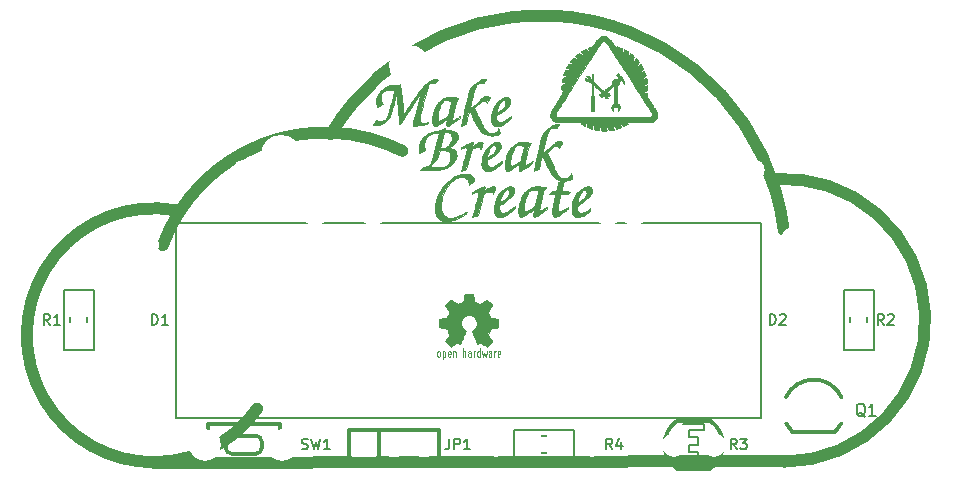
<source format=gto>
G04 #@! TF.FileFunction,Legend,Top*
%FSLAX46Y46*%
G04 Gerber Fmt 4.6, Leading zero omitted, Abs format (unit mm)*
G04 Created by KiCad (PCBNEW 4.0.7-e2-6376~58~ubuntu16.04.1) date Wed Oct 18 15:21:10 2017*
%MOMM*%
%LPD*%
G01*
G04 APERTURE LIST*
%ADD10C,0.101600*%
%ADD11C,1.016000*%
%ADD12C,0.200000*%
%ADD13C,0.203200*%
%ADD14C,0.127000*%
%ADD15C,0.010000*%
%ADD16C,0.075000*%
%ADD17C,0.002540*%
%ADD18C,0.300000*%
%ADD19C,0.304800*%
%ADD20C,0.150000*%
%ADD21C,0.152400*%
%ADD22R,1.850000X1.400000*%
%ADD23C,2.000000*%
%ADD24C,3.400000*%
%ADD25R,1.400000X1.850000*%
%ADD26C,2.686000*%
%ADD27C,1.800000*%
%ADD28C,1.920000*%
%ADD29R,2.127200X2.127200*%
%ADD30C,2.127200*%
%ADD31C,2.900000*%
%ADD32C,2.200000*%
G04 APERTURE END LIST*
D10*
D11*
X78740000Y-100838000D02*
X25400000Y-100965000D01*
X78754583Y-100881147D02*
G75*
G03X77724000Y-76962000I-14583J11981147D01*
G01*
X78740243Y-81244125D02*
G75*
G03X40386000Y-73152000I-20574243J-2575875D01*
G01*
X46464439Y-74570372D02*
G75*
G03X26162000Y-82550000I-6586439J-13059628D01*
G01*
X27266343Y-79585452D02*
G75*
G03X34163000Y-96393000I-1866343J-10584548D01*
G01*
D12*
X76835000Y-80645000D02*
X52070000Y-80645000D01*
X76835000Y-97155000D02*
X76835000Y-80645000D01*
X52070000Y-97155000D02*
X76835000Y-97155000D01*
X27305000Y-97155000D02*
X52070000Y-97155000D01*
X27305000Y-80645000D02*
X27305000Y-97155000D01*
X52070000Y-80645000D02*
X27305000Y-80645000D01*
D13*
X17780000Y-91440000D02*
X20320000Y-91440000D01*
X20320000Y-91440000D02*
X20320000Y-86360000D01*
X20320000Y-86360000D02*
X17780000Y-86360000D01*
X17780000Y-86360000D02*
X17780000Y-91440000D01*
D14*
X19750000Y-88500000D02*
X19750000Y-89300000D01*
X18350000Y-89300000D02*
X18350000Y-88500000D01*
D13*
X83820000Y-91440000D02*
X86360000Y-91440000D01*
X86360000Y-91440000D02*
X86360000Y-86360000D01*
X86360000Y-86360000D02*
X83820000Y-86360000D01*
X83820000Y-86360000D02*
X83820000Y-91440000D01*
D14*
X85790000Y-88500000D02*
X85790000Y-89300000D01*
X84390000Y-89300000D02*
X84390000Y-88500000D01*
D13*
X55880000Y-98171000D02*
X55880000Y-100711000D01*
X55880000Y-100711000D02*
X60960000Y-100711000D01*
X60960000Y-100711000D02*
X60960000Y-98171000D01*
X60960000Y-98171000D02*
X55880000Y-98171000D01*
D14*
X58820000Y-100141000D02*
X58020000Y-100141000D01*
X58020000Y-98741000D02*
X58820000Y-98741000D01*
D15*
G36*
X63589821Y-64843522D02*
X63640991Y-64853744D01*
X63692551Y-64870860D01*
X63734087Y-64888487D01*
X63812578Y-64931285D01*
X63892137Y-64988298D01*
X63970012Y-65057245D01*
X64043447Y-65135842D01*
X64066493Y-65163830D01*
X64080289Y-65182541D01*
X64102102Y-65213931D01*
X64130866Y-65256390D01*
X64165513Y-65308309D01*
X64204976Y-65368076D01*
X64248189Y-65434081D01*
X64294084Y-65504714D01*
X64341594Y-65578364D01*
X64355133Y-65599452D01*
X64596433Y-65975677D01*
X64598771Y-65846866D01*
X64601108Y-65718055D01*
X64624171Y-65723595D01*
X64647723Y-65730367D01*
X64683546Y-65742043D01*
X64728138Y-65757373D01*
X64777994Y-65775109D01*
X64829610Y-65794000D01*
X64879484Y-65812797D01*
X64924109Y-65830251D01*
X64930866Y-65832972D01*
X65019766Y-65868954D01*
X65019391Y-65931194D01*
X65018864Y-65968045D01*
X65017769Y-66014159D01*
X65016301Y-66061884D01*
X65015552Y-66082334D01*
X65014668Y-66130316D01*
X65016973Y-66164572D01*
X65023376Y-66188153D01*
X65034787Y-66204114D01*
X65052112Y-66215505D01*
X65055692Y-66217198D01*
X65078626Y-66223697D01*
X65104079Y-66226267D01*
X65126593Y-66223174D01*
X65144676Y-66212582D01*
X65159448Y-66192518D01*
X65172032Y-66161011D01*
X65183549Y-66116089D01*
X65192416Y-66071014D01*
X65200037Y-66030910D01*
X65207033Y-65997632D01*
X65212697Y-65974298D01*
X65216324Y-65964024D01*
X65216678Y-65963800D01*
X65226817Y-65967921D01*
X65248868Y-65979297D01*
X65280238Y-65996450D01*
X65318331Y-66017903D01*
X65360552Y-66042177D01*
X65404307Y-66067794D01*
X65447002Y-66093277D01*
X65486041Y-66117146D01*
X65487990Y-66118357D01*
X65523020Y-66140966D01*
X65551768Y-66161081D01*
X65571676Y-66176793D01*
X65580185Y-66186192D01*
X65580260Y-66187263D01*
X65577162Y-66198334D01*
X65570822Y-66222843D01*
X65562003Y-66257777D01*
X65551468Y-66300122D01*
X65544416Y-66328753D01*
X65532254Y-66379100D01*
X65524006Y-66415953D01*
X65519288Y-66442196D01*
X65517714Y-66460714D01*
X65518901Y-66474390D01*
X65522463Y-66486110D01*
X65523189Y-66487903D01*
X65541991Y-66514718D01*
X65569481Y-66532227D01*
X65600892Y-66539235D01*
X65631456Y-66534548D01*
X65653202Y-66520483D01*
X65663394Y-66505271D01*
X65677248Y-66477907D01*
X65692949Y-66442262D01*
X65708681Y-66402207D01*
X65708776Y-66401950D01*
X65723145Y-66364226D01*
X65735844Y-66333069D01*
X65745578Y-66311503D01*
X65751055Y-66302552D01*
X65751327Y-66302467D01*
X65760999Y-66307737D01*
X65781000Y-66322241D01*
X65808953Y-66344015D01*
X65842483Y-66371098D01*
X65879214Y-66401528D01*
X65916769Y-66433344D01*
X65952772Y-66464582D01*
X65984848Y-66493281D01*
X66004011Y-66511113D01*
X66073856Y-66577633D01*
X66019100Y-66700400D01*
X65994245Y-66758000D01*
X65977108Y-66802966D01*
X65967311Y-66837536D01*
X65964475Y-66863947D01*
X65968221Y-66884438D01*
X65978170Y-66901245D01*
X65984020Y-66907657D01*
X66009977Y-66925095D01*
X66041097Y-66934236D01*
X66070458Y-66933526D01*
X66081367Y-66929517D01*
X66092162Y-66918878D01*
X66109039Y-66896550D01*
X66129827Y-66865631D01*
X66152358Y-66829218D01*
X66156127Y-66822837D01*
X66177756Y-66787219D01*
X66196961Y-66757909D01*
X66211923Y-66737521D01*
X66220818Y-66728670D01*
X66221818Y-66728542D01*
X66230783Y-66736044D01*
X66248439Y-66754381D01*
X66272798Y-66781248D01*
X66301872Y-66814340D01*
X66333671Y-66851350D01*
X66366209Y-66889973D01*
X66397497Y-66927903D01*
X66425546Y-66962835D01*
X66441114Y-66982858D01*
X66490861Y-67047971D01*
X66413802Y-67164169D01*
X66379950Y-67216324D01*
X66355508Y-67257110D01*
X66339659Y-67288655D01*
X66331588Y-67313087D01*
X66330479Y-67332535D01*
X66335514Y-67349126D01*
X66339942Y-67356803D01*
X66361858Y-67379239D01*
X66390839Y-67395095D01*
X66420284Y-67401287D01*
X66432391Y-67399985D01*
X66447634Y-67390866D01*
X66471129Y-67369970D01*
X66500995Y-67339087D01*
X66526882Y-67309943D01*
X66554480Y-67278530D01*
X66578490Y-67252399D01*
X66596628Y-67233950D01*
X66606607Y-67225585D01*
X66607417Y-67225333D01*
X66614378Y-67232326D01*
X66628033Y-67251638D01*
X66646881Y-67280766D01*
X66669423Y-67317211D01*
X66694159Y-67358471D01*
X66719590Y-67402046D01*
X66744216Y-67445434D01*
X66766538Y-67486134D01*
X66784877Y-67521290D01*
X66819835Y-67590819D01*
X66725568Y-67688128D01*
X66682949Y-67733061D01*
X66651684Y-67768610D01*
X66630548Y-67796725D01*
X66618317Y-67819358D01*
X66613765Y-67838461D01*
X66615667Y-67855985D01*
X66617171Y-67860819D01*
X66635151Y-67892014D01*
X66661888Y-67913948D01*
X66692761Y-67922937D01*
X66695172Y-67922987D01*
X66709456Y-67921029D01*
X66725980Y-67914058D01*
X66747361Y-67900425D01*
X66776218Y-67878480D01*
X66811091Y-67849971D01*
X66843670Y-67823471D01*
X66871690Y-67801830D01*
X66892598Y-67786933D01*
X66903842Y-67780667D01*
X66904861Y-67780680D01*
X66910684Y-67790279D01*
X66920916Y-67813193D01*
X66934561Y-67846689D01*
X66950621Y-67888034D01*
X66968101Y-67934495D01*
X66986005Y-67983339D01*
X67003336Y-68031833D01*
X67019097Y-68077245D01*
X67032293Y-68116842D01*
X67041926Y-68147891D01*
X67047000Y-68167659D01*
X67047533Y-68171990D01*
X67041089Y-68178974D01*
X67023305Y-68194091D01*
X66996503Y-68215470D01*
X66963004Y-68241243D01*
X66941567Y-68257358D01*
X66903542Y-68286267D01*
X66869271Y-68313356D01*
X66841606Y-68336292D01*
X66823398Y-68352746D01*
X66818800Y-68357725D01*
X66803838Y-68388110D01*
X66805757Y-68419730D01*
X66824552Y-68452540D01*
X66828277Y-68456939D01*
X66845328Y-68473803D01*
X66862449Y-68483376D01*
X66882265Y-68485264D01*
X66907403Y-68479072D01*
X66940491Y-68464404D01*
X66984153Y-68440866D01*
X67001704Y-68430870D01*
X67037844Y-68410448D01*
X67068349Y-68393834D01*
X67090439Y-68382496D01*
X67101334Y-68377901D01*
X67101965Y-68377953D01*
X67105322Y-68388193D01*
X67110679Y-68412116D01*
X67117574Y-68446961D01*
X67125541Y-68489965D01*
X67134117Y-68538368D01*
X67142838Y-68589408D01*
X67151241Y-68640324D01*
X67158860Y-68688355D01*
X67165233Y-68730738D01*
X67169895Y-68764712D01*
X67172382Y-68787516D01*
X67172257Y-68796371D01*
X67164436Y-68800508D01*
X67144012Y-68810977D01*
X67113508Y-68826496D01*
X67075444Y-68845781D01*
X67043299Y-68862021D01*
X66992234Y-68888337D01*
X66954570Y-68909166D01*
X66928209Y-68925839D01*
X66911052Y-68939684D01*
X66900998Y-68952032D01*
X66900863Y-68952260D01*
X66890085Y-68985322D01*
X66895975Y-69018726D01*
X66916421Y-69049231D01*
X66930743Y-69062612D01*
X66945815Y-69070512D01*
X66964428Y-69072725D01*
X66989371Y-69069043D01*
X67023435Y-69059261D01*
X67069409Y-69043173D01*
X67087268Y-69036594D01*
X67123752Y-69023290D01*
X67154476Y-69012519D01*
X67175933Y-69005482D01*
X67184341Y-69003333D01*
X67186296Y-69011429D01*
X67187875Y-69034238D01*
X67189023Y-69069542D01*
X67189688Y-69115124D01*
X67189814Y-69168768D01*
X67189495Y-69215759D01*
X67187233Y-69428184D01*
X67053279Y-69468549D01*
X67007525Y-69482826D01*
X66966991Y-69496394D01*
X66934692Y-69508172D01*
X66913643Y-69517079D01*
X66907348Y-69520889D01*
X66902776Y-69528424D01*
X66903788Y-69539162D01*
X66911579Y-69556198D01*
X66927349Y-69582628D01*
X66937296Y-69598299D01*
X66956353Y-69626975D01*
X66972450Y-69649230D01*
X66983211Y-69661873D01*
X66985859Y-69663594D01*
X66996496Y-69662108D01*
X67019973Y-69658205D01*
X67052475Y-69652532D01*
X67079283Y-69647724D01*
X67166066Y-69631992D01*
X67166066Y-69657487D01*
X67164692Y-69675589D01*
X67160947Y-69706130D01*
X67155401Y-69744874D01*
X67148623Y-69787582D01*
X67148494Y-69788355D01*
X67142145Y-69829444D01*
X67137577Y-69865052D01*
X67135193Y-69891548D01*
X67135394Y-69905301D01*
X67135532Y-69905740D01*
X67140691Y-69914595D01*
X67154257Y-69936646D01*
X67175544Y-69970805D01*
X67203866Y-70015983D01*
X67238536Y-70071091D01*
X67278868Y-70135041D01*
X67324177Y-70206744D01*
X67373776Y-70285112D01*
X67426978Y-70369056D01*
X67483099Y-70457488D01*
X67509993Y-70499827D01*
X67584605Y-70617427D01*
X67650594Y-70721880D01*
X67708560Y-70814238D01*
X67759106Y-70895554D01*
X67802832Y-70966881D01*
X67840338Y-71029272D01*
X67872226Y-71083780D01*
X67899097Y-71131458D01*
X67921551Y-71173358D01*
X67940190Y-71210535D01*
X67955615Y-71244040D01*
X67968426Y-71274926D01*
X67979225Y-71304247D01*
X67988612Y-71333055D01*
X67992016Y-71344367D01*
X68007141Y-71409828D01*
X68016713Y-71481802D01*
X68020451Y-71554782D01*
X68018076Y-71623261D01*
X68009307Y-71681733D01*
X68009201Y-71682183D01*
X67979861Y-71771990D01*
X67936317Y-71852657D01*
X67878691Y-71924076D01*
X67807104Y-71986136D01*
X67721679Y-72038729D01*
X67622537Y-72081743D01*
X67537055Y-72108234D01*
X67449700Y-72131284D01*
X66430466Y-72135759D01*
X65411232Y-72140233D01*
X65476625Y-72194984D01*
X65542017Y-72249735D01*
X65522239Y-72265750D01*
X65502775Y-72279562D01*
X65471646Y-72299413D01*
X65432133Y-72323385D01*
X65387520Y-72349562D01*
X65341087Y-72376025D01*
X65296118Y-72400856D01*
X65255893Y-72422137D01*
X65246066Y-72427129D01*
X65171310Y-72464674D01*
X65068946Y-72368213D01*
X65033089Y-72335168D01*
X64999868Y-72305921D01*
X64971887Y-72282662D01*
X64951750Y-72267582D01*
X64944086Y-72263198D01*
X64915768Y-72260535D01*
X64885178Y-72269971D01*
X64858767Y-72289090D01*
X64851539Y-72297856D01*
X64840490Y-72317679D01*
X64836965Y-72337398D01*
X64841876Y-72359516D01*
X64856138Y-72386538D01*
X64880665Y-72420968D01*
X64909700Y-72457240D01*
X64936225Y-72489845D01*
X64958343Y-72517773D01*
X64974060Y-72538449D01*
X64981380Y-72549298D01*
X64981666Y-72550135D01*
X64974081Y-72555586D01*
X64953072Y-72565339D01*
X64921259Y-72578460D01*
X64881260Y-72594012D01*
X64835696Y-72611060D01*
X64787185Y-72628669D01*
X64738347Y-72645902D01*
X64691802Y-72661826D01*
X64650169Y-72675503D01*
X64616067Y-72685998D01*
X64592116Y-72692377D01*
X64580935Y-72693703D01*
X64580520Y-72693406D01*
X64565976Y-72672248D01*
X64545025Y-72643488D01*
X64519778Y-72609841D01*
X64492348Y-72574019D01*
X64464846Y-72538738D01*
X64439385Y-72506710D01*
X64418075Y-72480650D01*
X64403030Y-72463272D01*
X64396878Y-72457419D01*
X64377480Y-72451515D01*
X64354843Y-72449267D01*
X64330622Y-72455800D01*
X64305370Y-72472366D01*
X64284086Y-72494416D01*
X64271766Y-72517401D01*
X64270466Y-72526073D01*
X64274588Y-72540455D01*
X64285843Y-72565855D01*
X64302565Y-72598824D01*
X64323091Y-72635912D01*
X64325500Y-72640078D01*
X64346151Y-72676244D01*
X64363269Y-72707368D01*
X64375237Y-72730425D01*
X64380436Y-72742390D01*
X64380533Y-72743041D01*
X64372431Y-72748169D01*
X64349301Y-72755141D01*
X64312908Y-72763621D01*
X64265016Y-72773273D01*
X64207390Y-72783759D01*
X64141794Y-72794745D01*
X64069992Y-72805891D01*
X63993750Y-72816863D01*
X63992985Y-72816969D01*
X63965271Y-72820800D01*
X63902389Y-72695245D01*
X63872748Y-72638047D01*
X63847962Y-72595086D01*
X63826817Y-72564788D01*
X63808098Y-72545582D01*
X63790588Y-72535896D01*
X63777701Y-72533933D01*
X63749912Y-72540088D01*
X63722433Y-72555917D01*
X63700047Y-72577464D01*
X63687533Y-72600776D01*
X63686360Y-72609493D01*
X63689264Y-72626029D01*
X63697064Y-72654181D01*
X63708517Y-72689784D01*
X63720227Y-72722881D01*
X63733670Y-72760342D01*
X63744575Y-72792652D01*
X63751741Y-72816119D01*
X63754000Y-72826597D01*
X63751729Y-72830422D01*
X63743702Y-72833374D01*
X63728096Y-72835559D01*
X63703088Y-72837082D01*
X63666855Y-72838048D01*
X63617575Y-72838563D01*
X63553424Y-72838732D01*
X63543834Y-72838733D01*
X63333668Y-72838733D01*
X63297079Y-72713850D01*
X63283321Y-72668307D01*
X63270002Y-72626745D01*
X63258325Y-72592738D01*
X63249490Y-72569861D01*
X63246779Y-72564182D01*
X63242536Y-72555322D01*
X63239684Y-72544996D01*
X63238301Y-72530949D01*
X63238468Y-72510926D01*
X63240264Y-72482672D01*
X63243771Y-72443934D01*
X63249067Y-72392456D01*
X63254729Y-72339816D01*
X63276389Y-72140233D01*
X63239118Y-72137616D01*
X63216025Y-72136569D01*
X63201426Y-72136993D01*
X63199236Y-72137616D01*
X63197601Y-72146416D01*
X63194460Y-72169631D01*
X63190107Y-72204839D01*
X63184839Y-72249615D01*
X63178949Y-72301538D01*
X63175880Y-72329272D01*
X63155134Y-72518311D01*
X63124367Y-72543672D01*
X63110357Y-72556059D01*
X63100916Y-72568195D01*
X63095805Y-72583031D01*
X63094786Y-72603515D01*
X63097622Y-72632599D01*
X63104073Y-72673232D01*
X63110836Y-72711361D01*
X63117294Y-72749563D01*
X63121867Y-72781313D01*
X63124108Y-72803129D01*
X63123719Y-72811436D01*
X63113321Y-72812443D01*
X63089171Y-72810637D01*
X63054132Y-72806491D01*
X63011066Y-72800475D01*
X62962832Y-72793059D01*
X62912294Y-72784713D01*
X62862312Y-72775910D01*
X62815747Y-72767119D01*
X62775461Y-72758811D01*
X62744316Y-72751457D01*
X62726665Y-72746119D01*
X62719449Y-72742247D01*
X62713825Y-72735170D01*
X62709175Y-72722324D01*
X62704884Y-72701147D01*
X62700335Y-72669074D01*
X62694912Y-72623543D01*
X62692874Y-72605551D01*
X62685282Y-72544233D01*
X62677707Y-72497636D01*
X62669499Y-72463563D01*
X62660011Y-72439815D01*
X62648593Y-72424193D01*
X62636868Y-72415651D01*
X62604493Y-72406973D01*
X62569271Y-72410791D01*
X62538732Y-72426222D01*
X62537388Y-72427347D01*
X62528013Y-72435866D01*
X62521431Y-72444615D01*
X62517062Y-72456645D01*
X62514327Y-72475011D01*
X62512648Y-72502763D01*
X62511443Y-72542956D01*
X62510876Y-72567047D01*
X62509484Y-72609791D01*
X62507541Y-72645753D01*
X62505271Y-72671913D01*
X62502897Y-72685252D01*
X62502057Y-72686333D01*
X62488161Y-72683391D01*
X62461347Y-72675247D01*
X62424387Y-72662928D01*
X62380056Y-72647460D01*
X62331127Y-72629869D01*
X62280372Y-72611182D01*
X62230565Y-72592424D01*
X62184480Y-72574621D01*
X62144890Y-72558799D01*
X62114568Y-72545985D01*
X62096287Y-72537205D01*
X62092807Y-72534915D01*
X62091348Y-72525098D01*
X62091140Y-72501349D01*
X62092116Y-72466619D01*
X62094205Y-72423860D01*
X62096165Y-72392600D01*
X62099739Y-72332140D01*
X62100866Y-72286093D01*
X62099115Y-72252060D01*
X62094054Y-72227639D01*
X62085253Y-72210432D01*
X62072281Y-72198039D01*
X62059894Y-72190634D01*
X62026134Y-72179409D01*
X61993651Y-72183346D01*
X61976284Y-72190886D01*
X61963492Y-72199292D01*
X61953333Y-72211366D01*
X61944826Y-72229794D01*
X61936993Y-72257257D01*
X61928850Y-72296439D01*
X61920534Y-72343433D01*
X61913838Y-72379803D01*
X61907318Y-72409935D01*
X61901884Y-72429884D01*
X61899334Y-72435554D01*
X61889241Y-72434654D01*
X61866479Y-72425455D01*
X61832634Y-72408804D01*
X61789288Y-72385548D01*
X61738026Y-72356533D01*
X61680431Y-72322604D01*
X61626372Y-72289727D01*
X61588750Y-72266680D01*
X61563212Y-72250075D01*
X61547880Y-72236775D01*
X61540874Y-72223643D01*
X61540316Y-72207543D01*
X61544326Y-72185338D01*
X61549491Y-72161400D01*
X61554783Y-72136000D01*
X60585400Y-72136000D01*
X60431750Y-72135996D01*
X60294024Y-72135960D01*
X60171216Y-72135853D01*
X60062316Y-72135640D01*
X59966316Y-72135284D01*
X59882209Y-72134747D01*
X59808986Y-72133992D01*
X59745639Y-72132983D01*
X59691159Y-72131682D01*
X59644539Y-72130053D01*
X59604770Y-72128058D01*
X59570844Y-72125661D01*
X59541753Y-72122824D01*
X59516489Y-72119510D01*
X59494042Y-72115683D01*
X59473406Y-72111306D01*
X59453572Y-72106341D01*
X59433531Y-72100752D01*
X59412276Y-72094501D01*
X59406366Y-72092745D01*
X59311278Y-72056978D01*
X59225469Y-72009490D01*
X59150214Y-71951506D01*
X59086791Y-71884246D01*
X59036479Y-71808932D01*
X59000554Y-71726787D01*
X58991377Y-71695733D01*
X58985026Y-71666204D01*
X58981255Y-71634354D01*
X58979795Y-71595828D01*
X58980380Y-71546270D01*
X58980988Y-71526400D01*
X58985791Y-71451740D01*
X58986837Y-71444644D01*
X59416237Y-71444644D01*
X59416626Y-71500253D01*
X59419292Y-71514855D01*
X59440588Y-71574732D01*
X59475318Y-71624446D01*
X59523215Y-71663786D01*
X59584014Y-71692542D01*
X59657448Y-71710505D01*
X59668833Y-71712161D01*
X59681922Y-71712785D01*
X59711281Y-71713383D01*
X59756247Y-71713957D01*
X59816162Y-71714505D01*
X59890363Y-71715029D01*
X59978191Y-71715527D01*
X60078986Y-71716000D01*
X60192085Y-71716449D01*
X60316829Y-71716872D01*
X60452557Y-71717270D01*
X60598609Y-71717644D01*
X60754324Y-71717992D01*
X60919041Y-71718316D01*
X61092101Y-71718614D01*
X61272841Y-71718888D01*
X61460602Y-71719136D01*
X61654723Y-71719360D01*
X61854543Y-71719559D01*
X62059402Y-71719733D01*
X62268640Y-71719882D01*
X62481595Y-71720006D01*
X62697607Y-71720105D01*
X62916015Y-71720180D01*
X63136160Y-71720229D01*
X63357380Y-71720254D01*
X63579014Y-71720254D01*
X63800403Y-71720229D01*
X64020885Y-71720179D01*
X64239800Y-71720105D01*
X64456487Y-71720005D01*
X64670286Y-71719881D01*
X64880536Y-71719732D01*
X65086577Y-71719559D01*
X65287747Y-71719360D01*
X65483387Y-71719137D01*
X65672836Y-71718889D01*
X65855433Y-71718617D01*
X66030517Y-71718320D01*
X66197429Y-71717998D01*
X66355507Y-71717651D01*
X66504090Y-71717280D01*
X66642519Y-71716884D01*
X66770133Y-71716463D01*
X66886270Y-71716018D01*
X66990271Y-71715548D01*
X67081475Y-71715053D01*
X67159221Y-71714534D01*
X67222849Y-71713990D01*
X67271698Y-71713422D01*
X67305107Y-71712829D01*
X67322416Y-71712211D01*
X67324204Y-71712046D01*
X67364660Y-71704383D01*
X67406409Y-71693127D01*
X67439544Y-71681064D01*
X67482504Y-71655860D01*
X67521487Y-71621950D01*
X67552341Y-71583626D01*
X67570868Y-71545330D01*
X67580084Y-71487051D01*
X67575608Y-71423001D01*
X67558064Y-71356457D01*
X67528073Y-71290695D01*
X67519851Y-71276634D01*
X67513510Y-71266606D01*
X67498331Y-71242810D01*
X67474623Y-71205727D01*
X67442695Y-71155840D01*
X67402855Y-71093629D01*
X67355414Y-71019576D01*
X67300678Y-70934164D01*
X67238959Y-70837874D01*
X67170563Y-70731188D01*
X67095802Y-70614587D01*
X67014982Y-70488554D01*
X66928415Y-70353570D01*
X66836407Y-70210116D01*
X66739269Y-70058675D01*
X66637309Y-69899728D01*
X66530837Y-69733757D01*
X66420161Y-69561244D01*
X66305590Y-69382670D01*
X66187432Y-69198517D01*
X66065999Y-69009268D01*
X65941597Y-68815403D01*
X65814536Y-68617405D01*
X65685125Y-68415755D01*
X65630385Y-68330461D01*
X65466413Y-68074998D01*
X65311353Y-67833480D01*
X65164995Y-67605583D01*
X65027131Y-67390985D01*
X64897551Y-67189362D01*
X64776046Y-67000392D01*
X64662408Y-66823752D01*
X64556426Y-66659118D01*
X64457893Y-66506169D01*
X64366599Y-66364580D01*
X64282334Y-66234030D01*
X64204890Y-66114195D01*
X64134059Y-66004752D01*
X64069629Y-65905379D01*
X64011394Y-65815752D01*
X63959143Y-65735549D01*
X63912668Y-65664447D01*
X63871759Y-65602122D01*
X63836208Y-65548253D01*
X63805805Y-65502515D01*
X63780341Y-65464586D01*
X63759608Y-65434144D01*
X63743395Y-65410865D01*
X63731495Y-65394426D01*
X63723698Y-65384505D01*
X63721479Y-65382088D01*
X63689079Y-65354373D01*
X63650643Y-65327384D01*
X63620482Y-65310111D01*
X63556432Y-65287395D01*
X63491297Y-65281156D01*
X63426394Y-65291107D01*
X63363035Y-65316963D01*
X63302536Y-65358438D01*
X63273010Y-65385710D01*
X63266847Y-65393005D01*
X63256909Y-65406309D01*
X63242981Y-65425952D01*
X63224847Y-65452270D01*
X63202291Y-65485593D01*
X63175099Y-65526256D01*
X63143054Y-65574591D01*
X63105940Y-65630931D01*
X63063544Y-65695609D01*
X63015647Y-65768957D01*
X62962037Y-65851309D01*
X62902495Y-65942998D01*
X62836808Y-66044355D01*
X62764759Y-66155716D01*
X62686133Y-66277411D01*
X62600714Y-66409774D01*
X62508287Y-66553138D01*
X62408636Y-66707836D01*
X62301545Y-66874200D01*
X62186800Y-67052564D01*
X62064184Y-67243261D01*
X61933481Y-67446622D01*
X61794477Y-67662982D01*
X61646956Y-67892673D01*
X61490702Y-68136027D01*
X61357878Y-68342933D01*
X61227355Y-68546308D01*
X61099027Y-68746329D01*
X60973205Y-68942509D01*
X60850200Y-69134364D01*
X60730320Y-69321406D01*
X60613878Y-69503151D01*
X60501183Y-69679113D01*
X60392545Y-69848806D01*
X60288276Y-70011745D01*
X60188684Y-70167442D01*
X60094082Y-70315414D01*
X60004778Y-70455173D01*
X59921084Y-70586234D01*
X59843310Y-70708112D01*
X59771765Y-70820320D01*
X59706762Y-70922374D01*
X59648609Y-71013786D01*
X59597617Y-71094071D01*
X59554097Y-71162744D01*
X59518359Y-71219319D01*
X59490713Y-71263309D01*
X59471470Y-71294230D01*
X59460939Y-71311596D01*
X59459188Y-71314734D01*
X59430354Y-71383156D01*
X59416237Y-71444644D01*
X58986837Y-71444644D01*
X58995642Y-71384964D01*
X59011867Y-71321133D01*
X59035792Y-71255306D01*
X59068744Y-71182544D01*
X59078727Y-71162334D01*
X59090519Y-71140729D01*
X59110701Y-71106071D01*
X59138530Y-71059562D01*
X59173262Y-71002407D01*
X59214151Y-70935807D01*
X59260453Y-70860967D01*
X59311424Y-70779091D01*
X59366319Y-70691382D01*
X59424394Y-70599043D01*
X59484905Y-70503278D01*
X59543774Y-70410528D01*
X59960071Y-69756090D01*
X59950289Y-69682977D01*
X59946082Y-69644388D01*
X59945347Y-69618484D01*
X59948125Y-69607108D01*
X59948603Y-69606839D01*
X59959137Y-69601808D01*
X59981012Y-69590684D01*
X60010615Y-69575320D01*
X60032317Y-69563923D01*
X60065588Y-69546037D01*
X60089242Y-69531440D01*
X60107239Y-69516371D01*
X60123541Y-69497066D01*
X60142108Y-69469764D01*
X60158371Y-69444203D01*
X60208807Y-69364372D01*
X60189765Y-69348953D01*
X60175195Y-69339585D01*
X60158587Y-69335220D01*
X60137071Y-69336213D01*
X60107774Y-69342922D01*
X60067824Y-69355704D01*
X60031531Y-69368620D01*
X59993871Y-69381674D01*
X59962045Y-69391474D01*
X59939346Y-69397090D01*
X59929069Y-69397595D01*
X59928992Y-69397526D01*
X59927173Y-69387556D01*
X59925676Y-69363531D01*
X59924501Y-69328323D01*
X59923654Y-69284803D01*
X59923135Y-69235843D01*
X59922949Y-69184314D01*
X59923099Y-69133090D01*
X59923587Y-69085042D01*
X59924416Y-69043041D01*
X59925590Y-69009959D01*
X59927111Y-68988668D01*
X59928559Y-68982076D01*
X59938296Y-68977799D01*
X59961335Y-68969800D01*
X59994712Y-68959049D01*
X60035457Y-68946513D01*
X60058072Y-68939760D01*
X60102773Y-68926126D01*
X60142880Y-68913119D01*
X60175006Y-68901894D01*
X60195763Y-68893608D01*
X60200512Y-68891134D01*
X60209453Y-68886816D01*
X60221819Y-68884371D01*
X60240290Y-68883856D01*
X60267547Y-68885324D01*
X60306270Y-68888829D01*
X60358460Y-68894353D01*
X60404871Y-68899321D01*
X60444897Y-68903391D01*
X60475733Y-68906295D01*
X60494574Y-68907765D01*
X60499138Y-68907784D01*
X60510791Y-68890613D01*
X60523070Y-68869845D01*
X60533351Y-68850351D01*
X60539014Y-68837002D01*
X60538889Y-68833922D01*
X60528752Y-68833004D01*
X60504632Y-68830504D01*
X60469371Y-68826727D01*
X60425815Y-68821976D01*
X60384404Y-68817402D01*
X60322046Y-68809886D01*
X60275955Y-68803007D01*
X60246337Y-68796801D01*
X60233396Y-68791304D01*
X60232870Y-68790445D01*
X60218837Y-68768942D01*
X60195827Y-68750748D01*
X60171110Y-68741253D01*
X60165998Y-68740867D01*
X60147957Y-68742346D01*
X60117772Y-68746355D01*
X60079934Y-68752249D01*
X60045972Y-68758103D01*
X60007881Y-68764636D01*
X59976365Y-68769425D01*
X59954862Y-68771989D01*
X59946871Y-68771961D01*
X59946391Y-68762130D01*
X59948613Y-68738439D01*
X59953110Y-68703668D01*
X59959455Y-68660599D01*
X59967223Y-68612014D01*
X59975987Y-68560693D01*
X59985321Y-68509418D01*
X59993836Y-68465700D01*
X60016083Y-68355633D01*
X60151491Y-68340261D01*
X60212425Y-68332687D01*
X60258796Y-68325095D01*
X60292960Y-68316679D01*
X60317270Y-68306636D01*
X60334080Y-68294160D01*
X60345742Y-68278446D01*
X60348658Y-68272838D01*
X60355137Y-68250908D01*
X60352692Y-68225150D01*
X60350464Y-68216171D01*
X60342708Y-68194624D01*
X60331113Y-68178899D01*
X60313191Y-68168121D01*
X60286454Y-68161413D01*
X60248413Y-68157900D01*
X60196581Y-68156706D01*
X60181487Y-68156667D01*
X60140457Y-68156489D01*
X60106329Y-68156003D01*
X60082239Y-68155279D01*
X60071325Y-68154387D01*
X60071000Y-68154198D01*
X60073780Y-68143244D01*
X60081428Y-68119353D01*
X60092901Y-68085454D01*
X60107160Y-68044481D01*
X60123163Y-67999364D01*
X60139870Y-67953034D01*
X60156239Y-67908422D01*
X60171230Y-67868461D01*
X60183802Y-67836081D01*
X60185202Y-67832586D01*
X60225346Y-67732872D01*
X60302689Y-67738809D01*
X60350038Y-67741762D01*
X60403707Y-67744084D01*
X60453087Y-67745327D01*
X60459026Y-67745389D01*
X60496261Y-67745439D01*
X60520644Y-67744220D01*
X60536254Y-67740787D01*
X60547167Y-67734192D01*
X60557463Y-67723487D01*
X60558509Y-67722278D01*
X60575459Y-67691127D01*
X60578901Y-67656307D01*
X60568760Y-67623406D01*
X60559949Y-67610946D01*
X60548627Y-67600587D01*
X60533078Y-67592380D01*
X60509811Y-67585128D01*
X60475336Y-67577636D01*
X60447766Y-67572519D01*
X60396951Y-67563736D01*
X60360944Y-67557132D01*
X60338134Y-67550731D01*
X60326914Y-67542557D01*
X60325676Y-67530633D01*
X60332810Y-67512983D01*
X60346709Y-67487630D01*
X60359617Y-67464213D01*
X60382561Y-67422652D01*
X60408187Y-67378072D01*
X60434951Y-67332961D01*
X60461308Y-67289804D01*
X60485714Y-67251086D01*
X60506624Y-67219294D01*
X60522492Y-67196913D01*
X60531776Y-67186428D01*
X60532466Y-67186049D01*
X60543511Y-67186713D01*
X60567882Y-67190865D01*
X60602477Y-67197895D01*
X60644192Y-67207193D01*
X60666372Y-67212410D01*
X60712174Y-67222967D01*
X60754057Y-67231885D01*
X60788369Y-67238439D01*
X60811457Y-67241906D01*
X60816968Y-67242267D01*
X60845915Y-67234576D01*
X60870984Y-67214591D01*
X60887766Y-67186941D01*
X60892266Y-67163177D01*
X60891622Y-67141448D01*
X60888231Y-67124562D01*
X60879905Y-67110777D01*
X60864454Y-67098351D01*
X60839691Y-67085540D01*
X60803427Y-67070602D01*
X60753473Y-67051794D01*
X60751453Y-67051045D01*
X60716147Y-67037596D01*
X60686707Y-67025694D01*
X60666826Y-67016874D01*
X60660489Y-67013276D01*
X60662915Y-67004637D01*
X60674924Y-66985582D01*
X60694731Y-66958247D01*
X60720550Y-66924768D01*
X60750596Y-66887279D01*
X60783084Y-66847915D01*
X60816229Y-66808812D01*
X60848245Y-66772106D01*
X60877348Y-66739930D01*
X60901752Y-66714420D01*
X60919672Y-66697712D01*
X60929163Y-66691934D01*
X60939990Y-66695163D01*
X60963467Y-66704090D01*
X60996755Y-66717574D01*
X61037013Y-66734472D01*
X61066018Y-66746939D01*
X61109964Y-66765560D01*
X61149489Y-66781488D01*
X61181557Y-66793562D01*
X61203131Y-66800622D01*
X61209999Y-66801972D01*
X61236240Y-66794360D01*
X61260777Y-66774431D01*
X61279832Y-66746675D01*
X61289629Y-66715583D01*
X61290199Y-66706650D01*
X61287763Y-66691587D01*
X61279153Y-66676757D01*
X61262414Y-66660449D01*
X61235592Y-66640950D01*
X61196734Y-66616549D01*
X61167818Y-66599420D01*
X61133591Y-66578784D01*
X61105758Y-66560795D01*
X61087032Y-66547296D01*
X61080129Y-66540132D01*
X61080166Y-66539893D01*
X61087802Y-66531055D01*
X61106225Y-66513517D01*
X61133105Y-66489289D01*
X61166113Y-66460379D01*
X61202919Y-66428796D01*
X61241195Y-66396552D01*
X61278609Y-66365653D01*
X61312832Y-66338110D01*
X61326862Y-66327121D01*
X61401624Y-66269209D01*
X61516845Y-66346325D01*
X61570132Y-66381154D01*
X61612128Y-66406171D01*
X61644941Y-66421915D01*
X61670681Y-66428926D01*
X61691460Y-66427742D01*
X61709385Y-66418901D01*
X61726567Y-66402943D01*
X61728788Y-66400451D01*
X61750331Y-66367025D01*
X61755280Y-66334968D01*
X61748095Y-66312233D01*
X61738811Y-66301402D01*
X61719210Y-66282535D01*
X61692133Y-66258254D01*
X61660419Y-66231182D01*
X61659289Y-66230240D01*
X61628378Y-66203857D01*
X61602908Y-66180887D01*
X61585386Y-66163682D01*
X61578324Y-66154597D01*
X61578286Y-66154300D01*
X61585362Y-66146784D01*
X61604906Y-66132744D01*
X61634437Y-66113610D01*
X61671473Y-66090808D01*
X61713531Y-66065768D01*
X61758130Y-66039916D01*
X61802788Y-66014683D01*
X61845022Y-65991495D01*
X61882352Y-65971780D01*
X61912294Y-65956968D01*
X61932368Y-65948486D01*
X61938495Y-65947029D01*
X61947392Y-65952514D01*
X61966282Y-65967799D01*
X61992939Y-65990963D01*
X62025136Y-66020084D01*
X62051030Y-66044160D01*
X62086960Y-66077076D01*
X62120177Y-66105906D01*
X62148126Y-66128553D01*
X62168252Y-66142920D01*
X62176211Y-66146902D01*
X62205164Y-66146559D01*
X62233699Y-66133935D01*
X62257969Y-66112634D01*
X62274126Y-66086260D01*
X62278324Y-66058416D01*
X62277223Y-66052303D01*
X62270124Y-66038587D01*
X62254231Y-66015109D01*
X62231774Y-65984963D01*
X62204981Y-65951242D01*
X62200064Y-65945265D01*
X62127860Y-65857967D01*
X62177030Y-65835511D01*
X62203333Y-65824417D01*
X62239313Y-65810523D01*
X62282161Y-65794780D01*
X62329070Y-65778139D01*
X62377231Y-65761552D01*
X62423837Y-65745971D01*
X62466080Y-65732348D01*
X62501151Y-65721633D01*
X62526243Y-65714780D01*
X62538547Y-65712739D01*
X62538977Y-65712841D01*
X62545591Y-65706825D01*
X62560090Y-65688105D01*
X62581347Y-65658313D01*
X62608238Y-65619083D01*
X62639639Y-65572047D01*
X62674425Y-65518838D01*
X62700305Y-65478609D01*
X62739557Y-65417657D01*
X62778623Y-65357843D01*
X62815887Y-65301581D01*
X62849731Y-65251286D01*
X62878536Y-65209373D01*
X62900686Y-65178257D01*
X62908235Y-65168182D01*
X62987085Y-65076634D01*
X63072269Y-64997966D01*
X63162243Y-64933392D01*
X63255465Y-64884127D01*
X63283807Y-64872525D01*
X63318614Y-64859806D01*
X63347630Y-64851172D01*
X63376217Y-64845656D01*
X63409734Y-64842291D01*
X63453542Y-64840113D01*
X63466133Y-64839661D01*
X63533411Y-64839170D01*
X63589821Y-64843522D01*
X63589821Y-64843522D01*
G37*
X63589821Y-64843522D02*
X63640991Y-64853744D01*
X63692551Y-64870860D01*
X63734087Y-64888487D01*
X63812578Y-64931285D01*
X63892137Y-64988298D01*
X63970012Y-65057245D01*
X64043447Y-65135842D01*
X64066493Y-65163830D01*
X64080289Y-65182541D01*
X64102102Y-65213931D01*
X64130866Y-65256390D01*
X64165513Y-65308309D01*
X64204976Y-65368076D01*
X64248189Y-65434081D01*
X64294084Y-65504714D01*
X64341594Y-65578364D01*
X64355133Y-65599452D01*
X64596433Y-65975677D01*
X64598771Y-65846866D01*
X64601108Y-65718055D01*
X64624171Y-65723595D01*
X64647723Y-65730367D01*
X64683546Y-65742043D01*
X64728138Y-65757373D01*
X64777994Y-65775109D01*
X64829610Y-65794000D01*
X64879484Y-65812797D01*
X64924109Y-65830251D01*
X64930866Y-65832972D01*
X65019766Y-65868954D01*
X65019391Y-65931194D01*
X65018864Y-65968045D01*
X65017769Y-66014159D01*
X65016301Y-66061884D01*
X65015552Y-66082334D01*
X65014668Y-66130316D01*
X65016973Y-66164572D01*
X65023376Y-66188153D01*
X65034787Y-66204114D01*
X65052112Y-66215505D01*
X65055692Y-66217198D01*
X65078626Y-66223697D01*
X65104079Y-66226267D01*
X65126593Y-66223174D01*
X65144676Y-66212582D01*
X65159448Y-66192518D01*
X65172032Y-66161011D01*
X65183549Y-66116089D01*
X65192416Y-66071014D01*
X65200037Y-66030910D01*
X65207033Y-65997632D01*
X65212697Y-65974298D01*
X65216324Y-65964024D01*
X65216678Y-65963800D01*
X65226817Y-65967921D01*
X65248868Y-65979297D01*
X65280238Y-65996450D01*
X65318331Y-66017903D01*
X65360552Y-66042177D01*
X65404307Y-66067794D01*
X65447002Y-66093277D01*
X65486041Y-66117146D01*
X65487990Y-66118357D01*
X65523020Y-66140966D01*
X65551768Y-66161081D01*
X65571676Y-66176793D01*
X65580185Y-66186192D01*
X65580260Y-66187263D01*
X65577162Y-66198334D01*
X65570822Y-66222843D01*
X65562003Y-66257777D01*
X65551468Y-66300122D01*
X65544416Y-66328753D01*
X65532254Y-66379100D01*
X65524006Y-66415953D01*
X65519288Y-66442196D01*
X65517714Y-66460714D01*
X65518901Y-66474390D01*
X65522463Y-66486110D01*
X65523189Y-66487903D01*
X65541991Y-66514718D01*
X65569481Y-66532227D01*
X65600892Y-66539235D01*
X65631456Y-66534548D01*
X65653202Y-66520483D01*
X65663394Y-66505271D01*
X65677248Y-66477907D01*
X65692949Y-66442262D01*
X65708681Y-66402207D01*
X65708776Y-66401950D01*
X65723145Y-66364226D01*
X65735844Y-66333069D01*
X65745578Y-66311503D01*
X65751055Y-66302552D01*
X65751327Y-66302467D01*
X65760999Y-66307737D01*
X65781000Y-66322241D01*
X65808953Y-66344015D01*
X65842483Y-66371098D01*
X65879214Y-66401528D01*
X65916769Y-66433344D01*
X65952772Y-66464582D01*
X65984848Y-66493281D01*
X66004011Y-66511113D01*
X66073856Y-66577633D01*
X66019100Y-66700400D01*
X65994245Y-66758000D01*
X65977108Y-66802966D01*
X65967311Y-66837536D01*
X65964475Y-66863947D01*
X65968221Y-66884438D01*
X65978170Y-66901245D01*
X65984020Y-66907657D01*
X66009977Y-66925095D01*
X66041097Y-66934236D01*
X66070458Y-66933526D01*
X66081367Y-66929517D01*
X66092162Y-66918878D01*
X66109039Y-66896550D01*
X66129827Y-66865631D01*
X66152358Y-66829218D01*
X66156127Y-66822837D01*
X66177756Y-66787219D01*
X66196961Y-66757909D01*
X66211923Y-66737521D01*
X66220818Y-66728670D01*
X66221818Y-66728542D01*
X66230783Y-66736044D01*
X66248439Y-66754381D01*
X66272798Y-66781248D01*
X66301872Y-66814340D01*
X66333671Y-66851350D01*
X66366209Y-66889973D01*
X66397497Y-66927903D01*
X66425546Y-66962835D01*
X66441114Y-66982858D01*
X66490861Y-67047971D01*
X66413802Y-67164169D01*
X66379950Y-67216324D01*
X66355508Y-67257110D01*
X66339659Y-67288655D01*
X66331588Y-67313087D01*
X66330479Y-67332535D01*
X66335514Y-67349126D01*
X66339942Y-67356803D01*
X66361858Y-67379239D01*
X66390839Y-67395095D01*
X66420284Y-67401287D01*
X66432391Y-67399985D01*
X66447634Y-67390866D01*
X66471129Y-67369970D01*
X66500995Y-67339087D01*
X66526882Y-67309943D01*
X66554480Y-67278530D01*
X66578490Y-67252399D01*
X66596628Y-67233950D01*
X66606607Y-67225585D01*
X66607417Y-67225333D01*
X66614378Y-67232326D01*
X66628033Y-67251638D01*
X66646881Y-67280766D01*
X66669423Y-67317211D01*
X66694159Y-67358471D01*
X66719590Y-67402046D01*
X66744216Y-67445434D01*
X66766538Y-67486134D01*
X66784877Y-67521290D01*
X66819835Y-67590819D01*
X66725568Y-67688128D01*
X66682949Y-67733061D01*
X66651684Y-67768610D01*
X66630548Y-67796725D01*
X66618317Y-67819358D01*
X66613765Y-67838461D01*
X66615667Y-67855985D01*
X66617171Y-67860819D01*
X66635151Y-67892014D01*
X66661888Y-67913948D01*
X66692761Y-67922937D01*
X66695172Y-67922987D01*
X66709456Y-67921029D01*
X66725980Y-67914058D01*
X66747361Y-67900425D01*
X66776218Y-67878480D01*
X66811091Y-67849971D01*
X66843670Y-67823471D01*
X66871690Y-67801830D01*
X66892598Y-67786933D01*
X66903842Y-67780667D01*
X66904861Y-67780680D01*
X66910684Y-67790279D01*
X66920916Y-67813193D01*
X66934561Y-67846689D01*
X66950621Y-67888034D01*
X66968101Y-67934495D01*
X66986005Y-67983339D01*
X67003336Y-68031833D01*
X67019097Y-68077245D01*
X67032293Y-68116842D01*
X67041926Y-68147891D01*
X67047000Y-68167659D01*
X67047533Y-68171990D01*
X67041089Y-68178974D01*
X67023305Y-68194091D01*
X66996503Y-68215470D01*
X66963004Y-68241243D01*
X66941567Y-68257358D01*
X66903542Y-68286267D01*
X66869271Y-68313356D01*
X66841606Y-68336292D01*
X66823398Y-68352746D01*
X66818800Y-68357725D01*
X66803838Y-68388110D01*
X66805757Y-68419730D01*
X66824552Y-68452540D01*
X66828277Y-68456939D01*
X66845328Y-68473803D01*
X66862449Y-68483376D01*
X66882265Y-68485264D01*
X66907403Y-68479072D01*
X66940491Y-68464404D01*
X66984153Y-68440866D01*
X67001704Y-68430870D01*
X67037844Y-68410448D01*
X67068349Y-68393834D01*
X67090439Y-68382496D01*
X67101334Y-68377901D01*
X67101965Y-68377953D01*
X67105322Y-68388193D01*
X67110679Y-68412116D01*
X67117574Y-68446961D01*
X67125541Y-68489965D01*
X67134117Y-68538368D01*
X67142838Y-68589408D01*
X67151241Y-68640324D01*
X67158860Y-68688355D01*
X67165233Y-68730738D01*
X67169895Y-68764712D01*
X67172382Y-68787516D01*
X67172257Y-68796371D01*
X67164436Y-68800508D01*
X67144012Y-68810977D01*
X67113508Y-68826496D01*
X67075444Y-68845781D01*
X67043299Y-68862021D01*
X66992234Y-68888337D01*
X66954570Y-68909166D01*
X66928209Y-68925839D01*
X66911052Y-68939684D01*
X66900998Y-68952032D01*
X66900863Y-68952260D01*
X66890085Y-68985322D01*
X66895975Y-69018726D01*
X66916421Y-69049231D01*
X66930743Y-69062612D01*
X66945815Y-69070512D01*
X66964428Y-69072725D01*
X66989371Y-69069043D01*
X67023435Y-69059261D01*
X67069409Y-69043173D01*
X67087268Y-69036594D01*
X67123752Y-69023290D01*
X67154476Y-69012519D01*
X67175933Y-69005482D01*
X67184341Y-69003333D01*
X67186296Y-69011429D01*
X67187875Y-69034238D01*
X67189023Y-69069542D01*
X67189688Y-69115124D01*
X67189814Y-69168768D01*
X67189495Y-69215759D01*
X67187233Y-69428184D01*
X67053279Y-69468549D01*
X67007525Y-69482826D01*
X66966991Y-69496394D01*
X66934692Y-69508172D01*
X66913643Y-69517079D01*
X66907348Y-69520889D01*
X66902776Y-69528424D01*
X66903788Y-69539162D01*
X66911579Y-69556198D01*
X66927349Y-69582628D01*
X66937296Y-69598299D01*
X66956353Y-69626975D01*
X66972450Y-69649230D01*
X66983211Y-69661873D01*
X66985859Y-69663594D01*
X66996496Y-69662108D01*
X67019973Y-69658205D01*
X67052475Y-69652532D01*
X67079283Y-69647724D01*
X67166066Y-69631992D01*
X67166066Y-69657487D01*
X67164692Y-69675589D01*
X67160947Y-69706130D01*
X67155401Y-69744874D01*
X67148623Y-69787582D01*
X67148494Y-69788355D01*
X67142145Y-69829444D01*
X67137577Y-69865052D01*
X67135193Y-69891548D01*
X67135394Y-69905301D01*
X67135532Y-69905740D01*
X67140691Y-69914595D01*
X67154257Y-69936646D01*
X67175544Y-69970805D01*
X67203866Y-70015983D01*
X67238536Y-70071091D01*
X67278868Y-70135041D01*
X67324177Y-70206744D01*
X67373776Y-70285112D01*
X67426978Y-70369056D01*
X67483099Y-70457488D01*
X67509993Y-70499827D01*
X67584605Y-70617427D01*
X67650594Y-70721880D01*
X67708560Y-70814238D01*
X67759106Y-70895554D01*
X67802832Y-70966881D01*
X67840338Y-71029272D01*
X67872226Y-71083780D01*
X67899097Y-71131458D01*
X67921551Y-71173358D01*
X67940190Y-71210535D01*
X67955615Y-71244040D01*
X67968426Y-71274926D01*
X67979225Y-71304247D01*
X67988612Y-71333055D01*
X67992016Y-71344367D01*
X68007141Y-71409828D01*
X68016713Y-71481802D01*
X68020451Y-71554782D01*
X68018076Y-71623261D01*
X68009307Y-71681733D01*
X68009201Y-71682183D01*
X67979861Y-71771990D01*
X67936317Y-71852657D01*
X67878691Y-71924076D01*
X67807104Y-71986136D01*
X67721679Y-72038729D01*
X67622537Y-72081743D01*
X67537055Y-72108234D01*
X67449700Y-72131284D01*
X66430466Y-72135759D01*
X65411232Y-72140233D01*
X65476625Y-72194984D01*
X65542017Y-72249735D01*
X65522239Y-72265750D01*
X65502775Y-72279562D01*
X65471646Y-72299413D01*
X65432133Y-72323385D01*
X65387520Y-72349562D01*
X65341087Y-72376025D01*
X65296118Y-72400856D01*
X65255893Y-72422137D01*
X65246066Y-72427129D01*
X65171310Y-72464674D01*
X65068946Y-72368213D01*
X65033089Y-72335168D01*
X64999868Y-72305921D01*
X64971887Y-72282662D01*
X64951750Y-72267582D01*
X64944086Y-72263198D01*
X64915768Y-72260535D01*
X64885178Y-72269971D01*
X64858767Y-72289090D01*
X64851539Y-72297856D01*
X64840490Y-72317679D01*
X64836965Y-72337398D01*
X64841876Y-72359516D01*
X64856138Y-72386538D01*
X64880665Y-72420968D01*
X64909700Y-72457240D01*
X64936225Y-72489845D01*
X64958343Y-72517773D01*
X64974060Y-72538449D01*
X64981380Y-72549298D01*
X64981666Y-72550135D01*
X64974081Y-72555586D01*
X64953072Y-72565339D01*
X64921259Y-72578460D01*
X64881260Y-72594012D01*
X64835696Y-72611060D01*
X64787185Y-72628669D01*
X64738347Y-72645902D01*
X64691802Y-72661826D01*
X64650169Y-72675503D01*
X64616067Y-72685998D01*
X64592116Y-72692377D01*
X64580935Y-72693703D01*
X64580520Y-72693406D01*
X64565976Y-72672248D01*
X64545025Y-72643488D01*
X64519778Y-72609841D01*
X64492348Y-72574019D01*
X64464846Y-72538738D01*
X64439385Y-72506710D01*
X64418075Y-72480650D01*
X64403030Y-72463272D01*
X64396878Y-72457419D01*
X64377480Y-72451515D01*
X64354843Y-72449267D01*
X64330622Y-72455800D01*
X64305370Y-72472366D01*
X64284086Y-72494416D01*
X64271766Y-72517401D01*
X64270466Y-72526073D01*
X64274588Y-72540455D01*
X64285843Y-72565855D01*
X64302565Y-72598824D01*
X64323091Y-72635912D01*
X64325500Y-72640078D01*
X64346151Y-72676244D01*
X64363269Y-72707368D01*
X64375237Y-72730425D01*
X64380436Y-72742390D01*
X64380533Y-72743041D01*
X64372431Y-72748169D01*
X64349301Y-72755141D01*
X64312908Y-72763621D01*
X64265016Y-72773273D01*
X64207390Y-72783759D01*
X64141794Y-72794745D01*
X64069992Y-72805891D01*
X63993750Y-72816863D01*
X63992985Y-72816969D01*
X63965271Y-72820800D01*
X63902389Y-72695245D01*
X63872748Y-72638047D01*
X63847962Y-72595086D01*
X63826817Y-72564788D01*
X63808098Y-72545582D01*
X63790588Y-72535896D01*
X63777701Y-72533933D01*
X63749912Y-72540088D01*
X63722433Y-72555917D01*
X63700047Y-72577464D01*
X63687533Y-72600776D01*
X63686360Y-72609493D01*
X63689264Y-72626029D01*
X63697064Y-72654181D01*
X63708517Y-72689784D01*
X63720227Y-72722881D01*
X63733670Y-72760342D01*
X63744575Y-72792652D01*
X63751741Y-72816119D01*
X63754000Y-72826597D01*
X63751729Y-72830422D01*
X63743702Y-72833374D01*
X63728096Y-72835559D01*
X63703088Y-72837082D01*
X63666855Y-72838048D01*
X63617575Y-72838563D01*
X63553424Y-72838732D01*
X63543834Y-72838733D01*
X63333668Y-72838733D01*
X63297079Y-72713850D01*
X63283321Y-72668307D01*
X63270002Y-72626745D01*
X63258325Y-72592738D01*
X63249490Y-72569861D01*
X63246779Y-72564182D01*
X63242536Y-72555322D01*
X63239684Y-72544996D01*
X63238301Y-72530949D01*
X63238468Y-72510926D01*
X63240264Y-72482672D01*
X63243771Y-72443934D01*
X63249067Y-72392456D01*
X63254729Y-72339816D01*
X63276389Y-72140233D01*
X63239118Y-72137616D01*
X63216025Y-72136569D01*
X63201426Y-72136993D01*
X63199236Y-72137616D01*
X63197601Y-72146416D01*
X63194460Y-72169631D01*
X63190107Y-72204839D01*
X63184839Y-72249615D01*
X63178949Y-72301538D01*
X63175880Y-72329272D01*
X63155134Y-72518311D01*
X63124367Y-72543672D01*
X63110357Y-72556059D01*
X63100916Y-72568195D01*
X63095805Y-72583031D01*
X63094786Y-72603515D01*
X63097622Y-72632599D01*
X63104073Y-72673232D01*
X63110836Y-72711361D01*
X63117294Y-72749563D01*
X63121867Y-72781313D01*
X63124108Y-72803129D01*
X63123719Y-72811436D01*
X63113321Y-72812443D01*
X63089171Y-72810637D01*
X63054132Y-72806491D01*
X63011066Y-72800475D01*
X62962832Y-72793059D01*
X62912294Y-72784713D01*
X62862312Y-72775910D01*
X62815747Y-72767119D01*
X62775461Y-72758811D01*
X62744316Y-72751457D01*
X62726665Y-72746119D01*
X62719449Y-72742247D01*
X62713825Y-72735170D01*
X62709175Y-72722324D01*
X62704884Y-72701147D01*
X62700335Y-72669074D01*
X62694912Y-72623543D01*
X62692874Y-72605551D01*
X62685282Y-72544233D01*
X62677707Y-72497636D01*
X62669499Y-72463563D01*
X62660011Y-72439815D01*
X62648593Y-72424193D01*
X62636868Y-72415651D01*
X62604493Y-72406973D01*
X62569271Y-72410791D01*
X62538732Y-72426222D01*
X62537388Y-72427347D01*
X62528013Y-72435866D01*
X62521431Y-72444615D01*
X62517062Y-72456645D01*
X62514327Y-72475011D01*
X62512648Y-72502763D01*
X62511443Y-72542956D01*
X62510876Y-72567047D01*
X62509484Y-72609791D01*
X62507541Y-72645753D01*
X62505271Y-72671913D01*
X62502897Y-72685252D01*
X62502057Y-72686333D01*
X62488161Y-72683391D01*
X62461347Y-72675247D01*
X62424387Y-72662928D01*
X62380056Y-72647460D01*
X62331127Y-72629869D01*
X62280372Y-72611182D01*
X62230565Y-72592424D01*
X62184480Y-72574621D01*
X62144890Y-72558799D01*
X62114568Y-72545985D01*
X62096287Y-72537205D01*
X62092807Y-72534915D01*
X62091348Y-72525098D01*
X62091140Y-72501349D01*
X62092116Y-72466619D01*
X62094205Y-72423860D01*
X62096165Y-72392600D01*
X62099739Y-72332140D01*
X62100866Y-72286093D01*
X62099115Y-72252060D01*
X62094054Y-72227639D01*
X62085253Y-72210432D01*
X62072281Y-72198039D01*
X62059894Y-72190634D01*
X62026134Y-72179409D01*
X61993651Y-72183346D01*
X61976284Y-72190886D01*
X61963492Y-72199292D01*
X61953333Y-72211366D01*
X61944826Y-72229794D01*
X61936993Y-72257257D01*
X61928850Y-72296439D01*
X61920534Y-72343433D01*
X61913838Y-72379803D01*
X61907318Y-72409935D01*
X61901884Y-72429884D01*
X61899334Y-72435554D01*
X61889241Y-72434654D01*
X61866479Y-72425455D01*
X61832634Y-72408804D01*
X61789288Y-72385548D01*
X61738026Y-72356533D01*
X61680431Y-72322604D01*
X61626372Y-72289727D01*
X61588750Y-72266680D01*
X61563212Y-72250075D01*
X61547880Y-72236775D01*
X61540874Y-72223643D01*
X61540316Y-72207543D01*
X61544326Y-72185338D01*
X61549491Y-72161400D01*
X61554783Y-72136000D01*
X60585400Y-72136000D01*
X60431750Y-72135996D01*
X60294024Y-72135960D01*
X60171216Y-72135853D01*
X60062316Y-72135640D01*
X59966316Y-72135284D01*
X59882209Y-72134747D01*
X59808986Y-72133992D01*
X59745639Y-72132983D01*
X59691159Y-72131682D01*
X59644539Y-72130053D01*
X59604770Y-72128058D01*
X59570844Y-72125661D01*
X59541753Y-72122824D01*
X59516489Y-72119510D01*
X59494042Y-72115683D01*
X59473406Y-72111306D01*
X59453572Y-72106341D01*
X59433531Y-72100752D01*
X59412276Y-72094501D01*
X59406366Y-72092745D01*
X59311278Y-72056978D01*
X59225469Y-72009490D01*
X59150214Y-71951506D01*
X59086791Y-71884246D01*
X59036479Y-71808932D01*
X59000554Y-71726787D01*
X58991377Y-71695733D01*
X58985026Y-71666204D01*
X58981255Y-71634354D01*
X58979795Y-71595828D01*
X58980380Y-71546270D01*
X58980988Y-71526400D01*
X58985791Y-71451740D01*
X58986837Y-71444644D01*
X59416237Y-71444644D01*
X59416626Y-71500253D01*
X59419292Y-71514855D01*
X59440588Y-71574732D01*
X59475318Y-71624446D01*
X59523215Y-71663786D01*
X59584014Y-71692542D01*
X59657448Y-71710505D01*
X59668833Y-71712161D01*
X59681922Y-71712785D01*
X59711281Y-71713383D01*
X59756247Y-71713957D01*
X59816162Y-71714505D01*
X59890363Y-71715029D01*
X59978191Y-71715527D01*
X60078986Y-71716000D01*
X60192085Y-71716449D01*
X60316829Y-71716872D01*
X60452557Y-71717270D01*
X60598609Y-71717644D01*
X60754324Y-71717992D01*
X60919041Y-71718316D01*
X61092101Y-71718614D01*
X61272841Y-71718888D01*
X61460602Y-71719136D01*
X61654723Y-71719360D01*
X61854543Y-71719559D01*
X62059402Y-71719733D01*
X62268640Y-71719882D01*
X62481595Y-71720006D01*
X62697607Y-71720105D01*
X62916015Y-71720180D01*
X63136160Y-71720229D01*
X63357380Y-71720254D01*
X63579014Y-71720254D01*
X63800403Y-71720229D01*
X64020885Y-71720179D01*
X64239800Y-71720105D01*
X64456487Y-71720005D01*
X64670286Y-71719881D01*
X64880536Y-71719732D01*
X65086577Y-71719559D01*
X65287747Y-71719360D01*
X65483387Y-71719137D01*
X65672836Y-71718889D01*
X65855433Y-71718617D01*
X66030517Y-71718320D01*
X66197429Y-71717998D01*
X66355507Y-71717651D01*
X66504090Y-71717280D01*
X66642519Y-71716884D01*
X66770133Y-71716463D01*
X66886270Y-71716018D01*
X66990271Y-71715548D01*
X67081475Y-71715053D01*
X67159221Y-71714534D01*
X67222849Y-71713990D01*
X67271698Y-71713422D01*
X67305107Y-71712829D01*
X67322416Y-71712211D01*
X67324204Y-71712046D01*
X67364660Y-71704383D01*
X67406409Y-71693127D01*
X67439544Y-71681064D01*
X67482504Y-71655860D01*
X67521487Y-71621950D01*
X67552341Y-71583626D01*
X67570868Y-71545330D01*
X67580084Y-71487051D01*
X67575608Y-71423001D01*
X67558064Y-71356457D01*
X67528073Y-71290695D01*
X67519851Y-71276634D01*
X67513510Y-71266606D01*
X67498331Y-71242810D01*
X67474623Y-71205727D01*
X67442695Y-71155840D01*
X67402855Y-71093629D01*
X67355414Y-71019576D01*
X67300678Y-70934164D01*
X67238959Y-70837874D01*
X67170563Y-70731188D01*
X67095802Y-70614587D01*
X67014982Y-70488554D01*
X66928415Y-70353570D01*
X66836407Y-70210116D01*
X66739269Y-70058675D01*
X66637309Y-69899728D01*
X66530837Y-69733757D01*
X66420161Y-69561244D01*
X66305590Y-69382670D01*
X66187432Y-69198517D01*
X66065999Y-69009268D01*
X65941597Y-68815403D01*
X65814536Y-68617405D01*
X65685125Y-68415755D01*
X65630385Y-68330461D01*
X65466413Y-68074998D01*
X65311353Y-67833480D01*
X65164995Y-67605583D01*
X65027131Y-67390985D01*
X64897551Y-67189362D01*
X64776046Y-67000392D01*
X64662408Y-66823752D01*
X64556426Y-66659118D01*
X64457893Y-66506169D01*
X64366599Y-66364580D01*
X64282334Y-66234030D01*
X64204890Y-66114195D01*
X64134059Y-66004752D01*
X64069629Y-65905379D01*
X64011394Y-65815752D01*
X63959143Y-65735549D01*
X63912668Y-65664447D01*
X63871759Y-65602122D01*
X63836208Y-65548253D01*
X63805805Y-65502515D01*
X63780341Y-65464586D01*
X63759608Y-65434144D01*
X63743395Y-65410865D01*
X63731495Y-65394426D01*
X63723698Y-65384505D01*
X63721479Y-65382088D01*
X63689079Y-65354373D01*
X63650643Y-65327384D01*
X63620482Y-65310111D01*
X63556432Y-65287395D01*
X63491297Y-65281156D01*
X63426394Y-65291107D01*
X63363035Y-65316963D01*
X63302536Y-65358438D01*
X63273010Y-65385710D01*
X63266847Y-65393005D01*
X63256909Y-65406309D01*
X63242981Y-65425952D01*
X63224847Y-65452270D01*
X63202291Y-65485593D01*
X63175099Y-65526256D01*
X63143054Y-65574591D01*
X63105940Y-65630931D01*
X63063544Y-65695609D01*
X63015647Y-65768957D01*
X62962037Y-65851309D01*
X62902495Y-65942998D01*
X62836808Y-66044355D01*
X62764759Y-66155716D01*
X62686133Y-66277411D01*
X62600714Y-66409774D01*
X62508287Y-66553138D01*
X62408636Y-66707836D01*
X62301545Y-66874200D01*
X62186800Y-67052564D01*
X62064184Y-67243261D01*
X61933481Y-67446622D01*
X61794477Y-67662982D01*
X61646956Y-67892673D01*
X61490702Y-68136027D01*
X61357878Y-68342933D01*
X61227355Y-68546308D01*
X61099027Y-68746329D01*
X60973205Y-68942509D01*
X60850200Y-69134364D01*
X60730320Y-69321406D01*
X60613878Y-69503151D01*
X60501183Y-69679113D01*
X60392545Y-69848806D01*
X60288276Y-70011745D01*
X60188684Y-70167442D01*
X60094082Y-70315414D01*
X60004778Y-70455173D01*
X59921084Y-70586234D01*
X59843310Y-70708112D01*
X59771765Y-70820320D01*
X59706762Y-70922374D01*
X59648609Y-71013786D01*
X59597617Y-71094071D01*
X59554097Y-71162744D01*
X59518359Y-71219319D01*
X59490713Y-71263309D01*
X59471470Y-71294230D01*
X59460939Y-71311596D01*
X59459188Y-71314734D01*
X59430354Y-71383156D01*
X59416237Y-71444644D01*
X58986837Y-71444644D01*
X58995642Y-71384964D01*
X59011867Y-71321133D01*
X59035792Y-71255306D01*
X59068744Y-71182544D01*
X59078727Y-71162334D01*
X59090519Y-71140729D01*
X59110701Y-71106071D01*
X59138530Y-71059562D01*
X59173262Y-71002407D01*
X59214151Y-70935807D01*
X59260453Y-70860967D01*
X59311424Y-70779091D01*
X59366319Y-70691382D01*
X59424394Y-70599043D01*
X59484905Y-70503278D01*
X59543774Y-70410528D01*
X59960071Y-69756090D01*
X59950289Y-69682977D01*
X59946082Y-69644388D01*
X59945347Y-69618484D01*
X59948125Y-69607108D01*
X59948603Y-69606839D01*
X59959137Y-69601808D01*
X59981012Y-69590684D01*
X60010615Y-69575320D01*
X60032317Y-69563923D01*
X60065588Y-69546037D01*
X60089242Y-69531440D01*
X60107239Y-69516371D01*
X60123541Y-69497066D01*
X60142108Y-69469764D01*
X60158371Y-69444203D01*
X60208807Y-69364372D01*
X60189765Y-69348953D01*
X60175195Y-69339585D01*
X60158587Y-69335220D01*
X60137071Y-69336213D01*
X60107774Y-69342922D01*
X60067824Y-69355704D01*
X60031531Y-69368620D01*
X59993871Y-69381674D01*
X59962045Y-69391474D01*
X59939346Y-69397090D01*
X59929069Y-69397595D01*
X59928992Y-69397526D01*
X59927173Y-69387556D01*
X59925676Y-69363531D01*
X59924501Y-69328323D01*
X59923654Y-69284803D01*
X59923135Y-69235843D01*
X59922949Y-69184314D01*
X59923099Y-69133090D01*
X59923587Y-69085042D01*
X59924416Y-69043041D01*
X59925590Y-69009959D01*
X59927111Y-68988668D01*
X59928559Y-68982076D01*
X59938296Y-68977799D01*
X59961335Y-68969800D01*
X59994712Y-68959049D01*
X60035457Y-68946513D01*
X60058072Y-68939760D01*
X60102773Y-68926126D01*
X60142880Y-68913119D01*
X60175006Y-68901894D01*
X60195763Y-68893608D01*
X60200512Y-68891134D01*
X60209453Y-68886816D01*
X60221819Y-68884371D01*
X60240290Y-68883856D01*
X60267547Y-68885324D01*
X60306270Y-68888829D01*
X60358460Y-68894353D01*
X60404871Y-68899321D01*
X60444897Y-68903391D01*
X60475733Y-68906295D01*
X60494574Y-68907765D01*
X60499138Y-68907784D01*
X60510791Y-68890613D01*
X60523070Y-68869845D01*
X60533351Y-68850351D01*
X60539014Y-68837002D01*
X60538889Y-68833922D01*
X60528752Y-68833004D01*
X60504632Y-68830504D01*
X60469371Y-68826727D01*
X60425815Y-68821976D01*
X60384404Y-68817402D01*
X60322046Y-68809886D01*
X60275955Y-68803007D01*
X60246337Y-68796801D01*
X60233396Y-68791304D01*
X60232870Y-68790445D01*
X60218837Y-68768942D01*
X60195827Y-68750748D01*
X60171110Y-68741253D01*
X60165998Y-68740867D01*
X60147957Y-68742346D01*
X60117772Y-68746355D01*
X60079934Y-68752249D01*
X60045972Y-68758103D01*
X60007881Y-68764636D01*
X59976365Y-68769425D01*
X59954862Y-68771989D01*
X59946871Y-68771961D01*
X59946391Y-68762130D01*
X59948613Y-68738439D01*
X59953110Y-68703668D01*
X59959455Y-68660599D01*
X59967223Y-68612014D01*
X59975987Y-68560693D01*
X59985321Y-68509418D01*
X59993836Y-68465700D01*
X60016083Y-68355633D01*
X60151491Y-68340261D01*
X60212425Y-68332687D01*
X60258796Y-68325095D01*
X60292960Y-68316679D01*
X60317270Y-68306636D01*
X60334080Y-68294160D01*
X60345742Y-68278446D01*
X60348658Y-68272838D01*
X60355137Y-68250908D01*
X60352692Y-68225150D01*
X60350464Y-68216171D01*
X60342708Y-68194624D01*
X60331113Y-68178899D01*
X60313191Y-68168121D01*
X60286454Y-68161413D01*
X60248413Y-68157900D01*
X60196581Y-68156706D01*
X60181487Y-68156667D01*
X60140457Y-68156489D01*
X60106329Y-68156003D01*
X60082239Y-68155279D01*
X60071325Y-68154387D01*
X60071000Y-68154198D01*
X60073780Y-68143244D01*
X60081428Y-68119353D01*
X60092901Y-68085454D01*
X60107160Y-68044481D01*
X60123163Y-67999364D01*
X60139870Y-67953034D01*
X60156239Y-67908422D01*
X60171230Y-67868461D01*
X60183802Y-67836081D01*
X60185202Y-67832586D01*
X60225346Y-67732872D01*
X60302689Y-67738809D01*
X60350038Y-67741762D01*
X60403707Y-67744084D01*
X60453087Y-67745327D01*
X60459026Y-67745389D01*
X60496261Y-67745439D01*
X60520644Y-67744220D01*
X60536254Y-67740787D01*
X60547167Y-67734192D01*
X60557463Y-67723487D01*
X60558509Y-67722278D01*
X60575459Y-67691127D01*
X60578901Y-67656307D01*
X60568760Y-67623406D01*
X60559949Y-67610946D01*
X60548627Y-67600587D01*
X60533078Y-67592380D01*
X60509811Y-67585128D01*
X60475336Y-67577636D01*
X60447766Y-67572519D01*
X60396951Y-67563736D01*
X60360944Y-67557132D01*
X60338134Y-67550731D01*
X60326914Y-67542557D01*
X60325676Y-67530633D01*
X60332810Y-67512983D01*
X60346709Y-67487630D01*
X60359617Y-67464213D01*
X60382561Y-67422652D01*
X60408187Y-67378072D01*
X60434951Y-67332961D01*
X60461308Y-67289804D01*
X60485714Y-67251086D01*
X60506624Y-67219294D01*
X60522492Y-67196913D01*
X60531776Y-67186428D01*
X60532466Y-67186049D01*
X60543511Y-67186713D01*
X60567882Y-67190865D01*
X60602477Y-67197895D01*
X60644192Y-67207193D01*
X60666372Y-67212410D01*
X60712174Y-67222967D01*
X60754057Y-67231885D01*
X60788369Y-67238439D01*
X60811457Y-67241906D01*
X60816968Y-67242267D01*
X60845915Y-67234576D01*
X60870984Y-67214591D01*
X60887766Y-67186941D01*
X60892266Y-67163177D01*
X60891622Y-67141448D01*
X60888231Y-67124562D01*
X60879905Y-67110777D01*
X60864454Y-67098351D01*
X60839691Y-67085540D01*
X60803427Y-67070602D01*
X60753473Y-67051794D01*
X60751453Y-67051045D01*
X60716147Y-67037596D01*
X60686707Y-67025694D01*
X60666826Y-67016874D01*
X60660489Y-67013276D01*
X60662915Y-67004637D01*
X60674924Y-66985582D01*
X60694731Y-66958247D01*
X60720550Y-66924768D01*
X60750596Y-66887279D01*
X60783084Y-66847915D01*
X60816229Y-66808812D01*
X60848245Y-66772106D01*
X60877348Y-66739930D01*
X60901752Y-66714420D01*
X60919672Y-66697712D01*
X60929163Y-66691934D01*
X60939990Y-66695163D01*
X60963467Y-66704090D01*
X60996755Y-66717574D01*
X61037013Y-66734472D01*
X61066018Y-66746939D01*
X61109964Y-66765560D01*
X61149489Y-66781488D01*
X61181557Y-66793562D01*
X61203131Y-66800622D01*
X61209999Y-66801972D01*
X61236240Y-66794360D01*
X61260777Y-66774431D01*
X61279832Y-66746675D01*
X61289629Y-66715583D01*
X61290199Y-66706650D01*
X61287763Y-66691587D01*
X61279153Y-66676757D01*
X61262414Y-66660449D01*
X61235592Y-66640950D01*
X61196734Y-66616549D01*
X61167818Y-66599420D01*
X61133591Y-66578784D01*
X61105758Y-66560795D01*
X61087032Y-66547296D01*
X61080129Y-66540132D01*
X61080166Y-66539893D01*
X61087802Y-66531055D01*
X61106225Y-66513517D01*
X61133105Y-66489289D01*
X61166113Y-66460379D01*
X61202919Y-66428796D01*
X61241195Y-66396552D01*
X61278609Y-66365653D01*
X61312832Y-66338110D01*
X61326862Y-66327121D01*
X61401624Y-66269209D01*
X61516845Y-66346325D01*
X61570132Y-66381154D01*
X61612128Y-66406171D01*
X61644941Y-66421915D01*
X61670681Y-66428926D01*
X61691460Y-66427742D01*
X61709385Y-66418901D01*
X61726567Y-66402943D01*
X61728788Y-66400451D01*
X61750331Y-66367025D01*
X61755280Y-66334968D01*
X61748095Y-66312233D01*
X61738811Y-66301402D01*
X61719210Y-66282535D01*
X61692133Y-66258254D01*
X61660419Y-66231182D01*
X61659289Y-66230240D01*
X61628378Y-66203857D01*
X61602908Y-66180887D01*
X61585386Y-66163682D01*
X61578324Y-66154597D01*
X61578286Y-66154300D01*
X61585362Y-66146784D01*
X61604906Y-66132744D01*
X61634437Y-66113610D01*
X61671473Y-66090808D01*
X61713531Y-66065768D01*
X61758130Y-66039916D01*
X61802788Y-66014683D01*
X61845022Y-65991495D01*
X61882352Y-65971780D01*
X61912294Y-65956968D01*
X61932368Y-65948486D01*
X61938495Y-65947029D01*
X61947392Y-65952514D01*
X61966282Y-65967799D01*
X61992939Y-65990963D01*
X62025136Y-66020084D01*
X62051030Y-66044160D01*
X62086960Y-66077076D01*
X62120177Y-66105906D01*
X62148126Y-66128553D01*
X62168252Y-66142920D01*
X62176211Y-66146902D01*
X62205164Y-66146559D01*
X62233699Y-66133935D01*
X62257969Y-66112634D01*
X62274126Y-66086260D01*
X62278324Y-66058416D01*
X62277223Y-66052303D01*
X62270124Y-66038587D01*
X62254231Y-66015109D01*
X62231774Y-65984963D01*
X62204981Y-65951242D01*
X62200064Y-65945265D01*
X62127860Y-65857967D01*
X62177030Y-65835511D01*
X62203333Y-65824417D01*
X62239313Y-65810523D01*
X62282161Y-65794780D01*
X62329070Y-65778139D01*
X62377231Y-65761552D01*
X62423837Y-65745971D01*
X62466080Y-65732348D01*
X62501151Y-65721633D01*
X62526243Y-65714780D01*
X62538547Y-65712739D01*
X62538977Y-65712841D01*
X62545591Y-65706825D01*
X62560090Y-65688105D01*
X62581347Y-65658313D01*
X62608238Y-65619083D01*
X62639639Y-65572047D01*
X62674425Y-65518838D01*
X62700305Y-65478609D01*
X62739557Y-65417657D01*
X62778623Y-65357843D01*
X62815887Y-65301581D01*
X62849731Y-65251286D01*
X62878536Y-65209373D01*
X62900686Y-65178257D01*
X62908235Y-65168182D01*
X62987085Y-65076634D01*
X63072269Y-64997966D01*
X63162243Y-64933392D01*
X63255465Y-64884127D01*
X63283807Y-64872525D01*
X63318614Y-64859806D01*
X63347630Y-64851172D01*
X63376217Y-64845656D01*
X63409734Y-64842291D01*
X63453542Y-64840113D01*
X63466133Y-64839661D01*
X63533411Y-64839170D01*
X63589821Y-64843522D01*
G36*
X62565434Y-68064394D02*
X62572827Y-68069370D01*
X62578204Y-68080843D01*
X62582835Y-68101413D01*
X62587988Y-68133679D01*
X62594235Y-68175632D01*
X62598383Y-68210545D01*
X62597957Y-68235435D01*
X62592647Y-68256666D01*
X62589982Y-68263450D01*
X62587817Y-68270277D01*
X62585905Y-68280437D01*
X62584230Y-68294929D01*
X62582777Y-68314750D01*
X62581532Y-68340900D01*
X62580478Y-68374376D01*
X62579600Y-68416179D01*
X62578885Y-68467305D01*
X62578316Y-68528755D01*
X62577879Y-68601525D01*
X62577558Y-68686616D01*
X62577338Y-68785025D01*
X62577205Y-68897752D01*
X62577142Y-69025795D01*
X62577133Y-69113268D01*
X62577133Y-69932335D01*
X62623381Y-69937771D01*
X62668738Y-69945885D01*
X62698321Y-69957629D01*
X62711765Y-69972838D01*
X62712599Y-69978359D01*
X62709174Y-69991368D01*
X62705018Y-69993934D01*
X62697073Y-70000852D01*
X62685700Y-70018358D01*
X62680198Y-70028775D01*
X62669176Y-70057250D01*
X62668920Y-70078497D01*
X62670384Y-70083143D01*
X62672488Y-70096193D01*
X62674947Y-70123963D01*
X62677635Y-70164246D01*
X62680424Y-70214836D01*
X62683188Y-70273526D01*
X62685799Y-70338110D01*
X62687016Y-70372152D01*
X62689741Y-70451144D01*
X62692725Y-70536341D01*
X62695803Y-70623099D01*
X62698810Y-70706776D01*
X62701578Y-70782728D01*
X62703903Y-70845253D01*
X62706441Y-70921183D01*
X62707509Y-70982464D01*
X62706788Y-71031342D01*
X62703960Y-71070064D01*
X62698707Y-71100873D01*
X62690712Y-71126017D01*
X62679656Y-71147741D01*
X62665222Y-71168290D01*
X62656678Y-71178779D01*
X62634629Y-71199854D01*
X62610171Y-71216242D01*
X62605317Y-71218518D01*
X62570603Y-71227184D01*
X62530257Y-71228946D01*
X62493341Y-71223654D01*
X62484004Y-71220555D01*
X62447949Y-71197585D01*
X62416034Y-71159940D01*
X62404859Y-71141167D01*
X62396896Y-71124281D01*
X62391653Y-71106282D01*
X62388613Y-71083228D01*
X62387258Y-71051176D01*
X62387070Y-71006182D01*
X62387072Y-71005700D01*
X62387801Y-70962220D01*
X62389581Y-70906776D01*
X62392278Y-70841486D01*
X62395759Y-70768469D01*
X62399889Y-70689844D01*
X62404536Y-70607727D01*
X62409564Y-70524239D01*
X62414842Y-70441498D01*
X62420234Y-70361621D01*
X62425607Y-70286728D01*
X62430828Y-70218937D01*
X62435762Y-70160366D01*
X62440277Y-70113133D01*
X62444237Y-70079358D01*
X62446396Y-70065900D01*
X62446553Y-70043211D01*
X62436245Y-70018815D01*
X62429124Y-70007657D01*
X62416684Y-69985898D01*
X62410835Y-69968589D01*
X62411078Y-69963735D01*
X62421548Y-69954785D01*
X62442665Y-69945556D01*
X62468314Y-69938171D01*
X62492380Y-69934756D01*
X62494583Y-69934714D01*
X62497043Y-69934024D01*
X62499215Y-69931311D01*
X62501117Y-69925589D01*
X62502768Y-69915871D01*
X62504184Y-69901169D01*
X62505384Y-69880496D01*
X62506385Y-69852866D01*
X62507206Y-69817290D01*
X62507864Y-69772782D01*
X62508376Y-69718355D01*
X62508761Y-69653021D01*
X62509037Y-69575794D01*
X62509221Y-69485686D01*
X62509330Y-69381709D01*
X62509384Y-69262878D01*
X62509399Y-69128205D01*
X62509399Y-69113063D01*
X62509388Y-68976596D01*
X62509342Y-68856032D01*
X62509241Y-68750343D01*
X62509067Y-68658498D01*
X62508800Y-68579468D01*
X62508422Y-68512223D01*
X62507914Y-68455734D01*
X62507256Y-68408971D01*
X62506430Y-68370905D01*
X62505417Y-68340506D01*
X62504197Y-68316744D01*
X62502751Y-68298589D01*
X62501061Y-68285013D01*
X62499108Y-68274985D01*
X62496872Y-68267476D01*
X62494334Y-68261457D01*
X62493641Y-68260046D01*
X62484296Y-68238443D01*
X62480178Y-68222808D01*
X62480329Y-68220167D01*
X62482498Y-68208402D01*
X62486197Y-68184227D01*
X62490768Y-68152026D01*
X62492728Y-68137617D01*
X62502682Y-68063534D01*
X62539524Y-68063534D01*
X62554756Y-68063315D01*
X62565434Y-68064394D01*
X62565434Y-68064394D01*
G37*
X62565434Y-68064394D02*
X62572827Y-68069370D01*
X62578204Y-68080843D01*
X62582835Y-68101413D01*
X62587988Y-68133679D01*
X62594235Y-68175632D01*
X62598383Y-68210545D01*
X62597957Y-68235435D01*
X62592647Y-68256666D01*
X62589982Y-68263450D01*
X62587817Y-68270277D01*
X62585905Y-68280437D01*
X62584230Y-68294929D01*
X62582777Y-68314750D01*
X62581532Y-68340900D01*
X62580478Y-68374376D01*
X62579600Y-68416179D01*
X62578885Y-68467305D01*
X62578316Y-68528755D01*
X62577879Y-68601525D01*
X62577558Y-68686616D01*
X62577338Y-68785025D01*
X62577205Y-68897752D01*
X62577142Y-69025795D01*
X62577133Y-69113268D01*
X62577133Y-69932335D01*
X62623381Y-69937771D01*
X62668738Y-69945885D01*
X62698321Y-69957629D01*
X62711765Y-69972838D01*
X62712599Y-69978359D01*
X62709174Y-69991368D01*
X62705018Y-69993934D01*
X62697073Y-70000852D01*
X62685700Y-70018358D01*
X62680198Y-70028775D01*
X62669176Y-70057250D01*
X62668920Y-70078497D01*
X62670384Y-70083143D01*
X62672488Y-70096193D01*
X62674947Y-70123963D01*
X62677635Y-70164246D01*
X62680424Y-70214836D01*
X62683188Y-70273526D01*
X62685799Y-70338110D01*
X62687016Y-70372152D01*
X62689741Y-70451144D01*
X62692725Y-70536341D01*
X62695803Y-70623099D01*
X62698810Y-70706776D01*
X62701578Y-70782728D01*
X62703903Y-70845253D01*
X62706441Y-70921183D01*
X62707509Y-70982464D01*
X62706788Y-71031342D01*
X62703960Y-71070064D01*
X62698707Y-71100873D01*
X62690712Y-71126017D01*
X62679656Y-71147741D01*
X62665222Y-71168290D01*
X62656678Y-71178779D01*
X62634629Y-71199854D01*
X62610171Y-71216242D01*
X62605317Y-71218518D01*
X62570603Y-71227184D01*
X62530257Y-71228946D01*
X62493341Y-71223654D01*
X62484004Y-71220555D01*
X62447949Y-71197585D01*
X62416034Y-71159940D01*
X62404859Y-71141167D01*
X62396896Y-71124281D01*
X62391653Y-71106282D01*
X62388613Y-71083228D01*
X62387258Y-71051176D01*
X62387070Y-71006182D01*
X62387072Y-71005700D01*
X62387801Y-70962220D01*
X62389581Y-70906776D01*
X62392278Y-70841486D01*
X62395759Y-70768469D01*
X62399889Y-70689844D01*
X62404536Y-70607727D01*
X62409564Y-70524239D01*
X62414842Y-70441498D01*
X62420234Y-70361621D01*
X62425607Y-70286728D01*
X62430828Y-70218937D01*
X62435762Y-70160366D01*
X62440277Y-70113133D01*
X62444237Y-70079358D01*
X62446396Y-70065900D01*
X62446553Y-70043211D01*
X62436245Y-70018815D01*
X62429124Y-70007657D01*
X62416684Y-69985898D01*
X62410835Y-69968589D01*
X62411078Y-69963735D01*
X62421548Y-69954785D01*
X62442665Y-69945556D01*
X62468314Y-69938171D01*
X62492380Y-69934756D01*
X62494583Y-69934714D01*
X62497043Y-69934024D01*
X62499215Y-69931311D01*
X62501117Y-69925589D01*
X62502768Y-69915871D01*
X62504184Y-69901169D01*
X62505384Y-69880496D01*
X62506385Y-69852866D01*
X62507206Y-69817290D01*
X62507864Y-69772782D01*
X62508376Y-69718355D01*
X62508761Y-69653021D01*
X62509037Y-69575794D01*
X62509221Y-69485686D01*
X62509330Y-69381709D01*
X62509384Y-69262878D01*
X62509399Y-69128205D01*
X62509399Y-69113063D01*
X62509388Y-68976596D01*
X62509342Y-68856032D01*
X62509241Y-68750343D01*
X62509067Y-68658498D01*
X62508800Y-68579468D01*
X62508422Y-68512223D01*
X62507914Y-68455734D01*
X62507256Y-68408971D01*
X62506430Y-68370905D01*
X62505417Y-68340506D01*
X62504197Y-68316744D01*
X62502751Y-68298589D01*
X62501061Y-68285013D01*
X62499108Y-68274985D01*
X62496872Y-68267476D01*
X62494334Y-68261457D01*
X62493641Y-68260046D01*
X62484296Y-68238443D01*
X62480178Y-68222808D01*
X62480329Y-68220167D01*
X62482498Y-68208402D01*
X62486197Y-68184227D01*
X62490768Y-68152026D01*
X62492728Y-68137617D01*
X62502682Y-68063534D01*
X62539524Y-68063534D01*
X62554756Y-68063315D01*
X62565434Y-68064394D01*
G36*
X64545030Y-68491540D02*
X64574877Y-68494019D01*
X64589422Y-68500282D01*
X64589481Y-68512069D01*
X64575866Y-68531123D01*
X64549393Y-68559186D01*
X64536828Y-68571874D01*
X64508964Y-68598938D01*
X64484615Y-68620815D01*
X64466648Y-68635038D01*
X64458505Y-68639267D01*
X64447477Y-68645097D01*
X64429121Y-68660436D01*
X64407269Y-68682056D01*
X64405713Y-68683717D01*
X64384174Y-68707491D01*
X64371761Y-68725111D01*
X64365925Y-68742689D01*
X64364119Y-68766338D01*
X64363922Y-68783991D01*
X64363600Y-68839816D01*
X64405335Y-68875008D01*
X64428991Y-68894022D01*
X64447473Y-68904566D01*
X64467721Y-68909125D01*
X64496673Y-68910188D01*
X64503519Y-68910200D01*
X64534730Y-68909537D01*
X64555754Y-68905927D01*
X64573332Y-68896939D01*
X64594204Y-68880142D01*
X64599367Y-68875632D01*
X64621171Y-68854314D01*
X64637302Y-68834492D01*
X64643285Y-68823123D01*
X64651013Y-68810970D01*
X64667969Y-68792632D01*
X64690977Y-68770811D01*
X64716862Y-68748210D01*
X64742447Y-68727529D01*
X64764556Y-68711471D01*
X64780014Y-68702739D01*
X64785163Y-68702418D01*
X64787930Y-68713154D01*
X64789993Y-68736397D01*
X64791007Y-68767724D01*
X64791056Y-68777968D01*
X64790136Y-68816024D01*
X64786447Y-68844459D01*
X64778382Y-68870547D01*
X64764331Y-68901561D01*
X64763228Y-68903807D01*
X64737471Y-68947246D01*
X64707411Y-68984134D01*
X64697722Y-68993372D01*
X64659933Y-69026635D01*
X64659933Y-70551828D01*
X64707196Y-70583200D01*
X64763390Y-70630043D01*
X64807054Y-70686199D01*
X64837921Y-70749302D01*
X64855724Y-70816988D01*
X64860196Y-70886893D01*
X64851070Y-70956651D01*
X64828080Y-71023899D01*
X64790958Y-71086270D01*
X64767191Y-71114699D01*
X64741474Y-71139294D01*
X64720760Y-71151492D01*
X64706901Y-71153867D01*
X64683085Y-71153867D01*
X64691059Y-70933059D01*
X64598643Y-70860942D01*
X64564749Y-70834993D01*
X64535540Y-70813575D01*
X64513598Y-70798509D01*
X64501507Y-70791619D01*
X64500161Y-70791429D01*
X64491557Y-70797364D01*
X64472362Y-70811731D01*
X64445282Y-70832475D01*
X64413021Y-70857539D01*
X64407681Y-70861718D01*
X64321266Y-70929403D01*
X64321266Y-71041635D01*
X64321177Y-71087009D01*
X64320601Y-71118135D01*
X64319072Y-71137698D01*
X64316128Y-71148382D01*
X64311303Y-71152873D01*
X64304134Y-71153855D01*
X64301862Y-71153867D01*
X64283384Y-71147222D01*
X64259489Y-71129019D01*
X64248132Y-71117884D01*
X64202256Y-71060147D01*
X64171751Y-70998284D01*
X64155803Y-70930020D01*
X64153566Y-70853689D01*
X64157654Y-70809065D01*
X64165896Y-70772523D01*
X64180375Y-70735341D01*
X64183467Y-70728629D01*
X64217004Y-70670897D01*
X64259204Y-70619984D01*
X64306191Y-70580366D01*
X64318662Y-70572498D01*
X64355133Y-70551124D01*
X64355130Y-69978508D01*
X64473665Y-69978508D01*
X64473705Y-70088281D01*
X64473852Y-70183193D01*
X64474170Y-70264281D01*
X64474725Y-70332582D01*
X64475581Y-70389131D01*
X64476804Y-70434965D01*
X64478460Y-70471120D01*
X64480612Y-70498634D01*
X64483326Y-70518542D01*
X64486668Y-70531880D01*
X64490702Y-70539686D01*
X64495494Y-70542994D01*
X64501108Y-70542843D01*
X64507611Y-70540268D01*
X64515066Y-70536306D01*
X64516556Y-70535502D01*
X64519548Y-70533501D01*
X64522152Y-70530175D01*
X64524394Y-70524410D01*
X64526302Y-70515090D01*
X64527902Y-70501101D01*
X64529222Y-70481329D01*
X64530288Y-70454659D01*
X64531128Y-70419976D01*
X64531769Y-70376166D01*
X64532237Y-70322114D01*
X64532559Y-70256705D01*
X64532763Y-70178825D01*
X64532875Y-70087360D01*
X64532923Y-69981194D01*
X64532933Y-69859213D01*
X64532933Y-69858774D01*
X64532906Y-69735650D01*
X64532811Y-69628361D01*
X64532626Y-69535812D01*
X64532331Y-69456903D01*
X64531903Y-69390537D01*
X64531321Y-69335618D01*
X64530564Y-69291046D01*
X64529611Y-69255726D01*
X64528440Y-69228560D01*
X64527029Y-69208450D01*
X64525358Y-69194298D01*
X64523404Y-69185007D01*
X64521147Y-69179480D01*
X64519645Y-69177522D01*
X64504306Y-69168865D01*
X64490012Y-69172982D01*
X64487032Y-69174981D01*
X64484438Y-69178316D01*
X64482203Y-69184097D01*
X64480301Y-69193437D01*
X64478704Y-69207448D01*
X64477386Y-69227241D01*
X64476321Y-69253928D01*
X64475481Y-69288622D01*
X64474839Y-69332433D01*
X64474370Y-69386475D01*
X64474045Y-69451858D01*
X64473840Y-69529694D01*
X64473726Y-69621096D01*
X64473677Y-69727175D01*
X64473666Y-69849044D01*
X64473666Y-69852838D01*
X64473665Y-69978508D01*
X64355130Y-69978508D01*
X64355129Y-69792046D01*
X64355125Y-69032967D01*
X64313315Y-68996961D01*
X64269964Y-68948840D01*
X64243686Y-68904446D01*
X64228354Y-68870640D01*
X64219882Y-68842503D01*
X64216344Y-68811716D01*
X64215771Y-68783819D01*
X64219239Y-68728843D01*
X64229096Y-68681255D01*
X64231084Y-68675152D01*
X64253801Y-68629813D01*
X64288615Y-68584983D01*
X64331211Y-68545344D01*
X64377274Y-68515577D01*
X64378923Y-68514758D01*
X64406607Y-68502448D01*
X64431703Y-68495261D01*
X64460761Y-68491909D01*
X64499066Y-68491100D01*
X64545030Y-68491540D01*
X64545030Y-68491540D01*
G37*
X64545030Y-68491540D02*
X64574877Y-68494019D01*
X64589422Y-68500282D01*
X64589481Y-68512069D01*
X64575866Y-68531123D01*
X64549393Y-68559186D01*
X64536828Y-68571874D01*
X64508964Y-68598938D01*
X64484615Y-68620815D01*
X64466648Y-68635038D01*
X64458505Y-68639267D01*
X64447477Y-68645097D01*
X64429121Y-68660436D01*
X64407269Y-68682056D01*
X64405713Y-68683717D01*
X64384174Y-68707491D01*
X64371761Y-68725111D01*
X64365925Y-68742689D01*
X64364119Y-68766338D01*
X64363922Y-68783991D01*
X64363600Y-68839816D01*
X64405335Y-68875008D01*
X64428991Y-68894022D01*
X64447473Y-68904566D01*
X64467721Y-68909125D01*
X64496673Y-68910188D01*
X64503519Y-68910200D01*
X64534730Y-68909537D01*
X64555754Y-68905927D01*
X64573332Y-68896939D01*
X64594204Y-68880142D01*
X64599367Y-68875632D01*
X64621171Y-68854314D01*
X64637302Y-68834492D01*
X64643285Y-68823123D01*
X64651013Y-68810970D01*
X64667969Y-68792632D01*
X64690977Y-68770811D01*
X64716862Y-68748210D01*
X64742447Y-68727529D01*
X64764556Y-68711471D01*
X64780014Y-68702739D01*
X64785163Y-68702418D01*
X64787930Y-68713154D01*
X64789993Y-68736397D01*
X64791007Y-68767724D01*
X64791056Y-68777968D01*
X64790136Y-68816024D01*
X64786447Y-68844459D01*
X64778382Y-68870547D01*
X64764331Y-68901561D01*
X64763228Y-68903807D01*
X64737471Y-68947246D01*
X64707411Y-68984134D01*
X64697722Y-68993372D01*
X64659933Y-69026635D01*
X64659933Y-70551828D01*
X64707196Y-70583200D01*
X64763390Y-70630043D01*
X64807054Y-70686199D01*
X64837921Y-70749302D01*
X64855724Y-70816988D01*
X64860196Y-70886893D01*
X64851070Y-70956651D01*
X64828080Y-71023899D01*
X64790958Y-71086270D01*
X64767191Y-71114699D01*
X64741474Y-71139294D01*
X64720760Y-71151492D01*
X64706901Y-71153867D01*
X64683085Y-71153867D01*
X64691059Y-70933059D01*
X64598643Y-70860942D01*
X64564749Y-70834993D01*
X64535540Y-70813575D01*
X64513598Y-70798509D01*
X64501507Y-70791619D01*
X64500161Y-70791429D01*
X64491557Y-70797364D01*
X64472362Y-70811731D01*
X64445282Y-70832475D01*
X64413021Y-70857539D01*
X64407681Y-70861718D01*
X64321266Y-70929403D01*
X64321266Y-71041635D01*
X64321177Y-71087009D01*
X64320601Y-71118135D01*
X64319072Y-71137698D01*
X64316128Y-71148382D01*
X64311303Y-71152873D01*
X64304134Y-71153855D01*
X64301862Y-71153867D01*
X64283384Y-71147222D01*
X64259489Y-71129019D01*
X64248132Y-71117884D01*
X64202256Y-71060147D01*
X64171751Y-70998284D01*
X64155803Y-70930020D01*
X64153566Y-70853689D01*
X64157654Y-70809065D01*
X64165896Y-70772523D01*
X64180375Y-70735341D01*
X64183467Y-70728629D01*
X64217004Y-70670897D01*
X64259204Y-70619984D01*
X64306191Y-70580366D01*
X64318662Y-70572498D01*
X64355133Y-70551124D01*
X64355130Y-69978508D01*
X64473665Y-69978508D01*
X64473705Y-70088281D01*
X64473852Y-70183193D01*
X64474170Y-70264281D01*
X64474725Y-70332582D01*
X64475581Y-70389131D01*
X64476804Y-70434965D01*
X64478460Y-70471120D01*
X64480612Y-70498634D01*
X64483326Y-70518542D01*
X64486668Y-70531880D01*
X64490702Y-70539686D01*
X64495494Y-70542994D01*
X64501108Y-70542843D01*
X64507611Y-70540268D01*
X64515066Y-70536306D01*
X64516556Y-70535502D01*
X64519548Y-70533501D01*
X64522152Y-70530175D01*
X64524394Y-70524410D01*
X64526302Y-70515090D01*
X64527902Y-70501101D01*
X64529222Y-70481329D01*
X64530288Y-70454659D01*
X64531128Y-70419976D01*
X64531769Y-70376166D01*
X64532237Y-70322114D01*
X64532559Y-70256705D01*
X64532763Y-70178825D01*
X64532875Y-70087360D01*
X64532923Y-69981194D01*
X64532933Y-69859213D01*
X64532933Y-69858774D01*
X64532906Y-69735650D01*
X64532811Y-69628361D01*
X64532626Y-69535812D01*
X64532331Y-69456903D01*
X64531903Y-69390537D01*
X64531321Y-69335618D01*
X64530564Y-69291046D01*
X64529611Y-69255726D01*
X64528440Y-69228560D01*
X64527029Y-69208450D01*
X64525358Y-69194298D01*
X64523404Y-69185007D01*
X64521147Y-69179480D01*
X64519645Y-69177522D01*
X64504306Y-69168865D01*
X64490012Y-69172982D01*
X64487032Y-69174981D01*
X64484438Y-69178316D01*
X64482203Y-69184097D01*
X64480301Y-69193437D01*
X64478704Y-69207448D01*
X64477386Y-69227241D01*
X64476321Y-69253928D01*
X64475481Y-69288622D01*
X64474839Y-69332433D01*
X64474370Y-69386475D01*
X64474045Y-69451858D01*
X64473840Y-69529694D01*
X64473726Y-69621096D01*
X64473677Y-69727175D01*
X64473666Y-69849044D01*
X64473666Y-69852838D01*
X64473665Y-69978508D01*
X64355130Y-69978508D01*
X64355129Y-69792046D01*
X64355125Y-69032967D01*
X64313315Y-68996961D01*
X64269964Y-68948840D01*
X64243686Y-68904446D01*
X64228354Y-68870640D01*
X64219882Y-68842503D01*
X64216344Y-68811716D01*
X64215771Y-68783819D01*
X64219239Y-68728843D01*
X64229096Y-68681255D01*
X64231084Y-68675152D01*
X64253801Y-68629813D01*
X64288615Y-68584983D01*
X64331211Y-68545344D01*
X64377274Y-68515577D01*
X64378923Y-68514758D01*
X64406607Y-68502448D01*
X64431703Y-68495261D01*
X64460761Y-68491909D01*
X64499066Y-68491100D01*
X64545030Y-68491540D01*
G36*
X62661098Y-68748527D02*
X62680074Y-68764562D01*
X62707917Y-68788780D01*
X62742794Y-68819577D01*
X62782873Y-68855352D01*
X62811572Y-68881169D01*
X62918219Y-68976954D01*
X63021125Y-69068497D01*
X63119542Y-69155174D01*
X63212724Y-69236360D01*
X63299925Y-69311428D01*
X63380400Y-69379755D01*
X63453402Y-69440714D01*
X63518184Y-69493681D01*
X63574002Y-69538031D01*
X63620107Y-69573138D01*
X63655756Y-69598377D01*
X63680200Y-69613124D01*
X63689499Y-69616742D01*
X63707314Y-69619371D01*
X63735302Y-69622558D01*
X63761138Y-69625043D01*
X63823264Y-69636453D01*
X63875718Y-69659845D01*
X63922338Y-69696986D01*
X63926644Y-69701337D01*
X63962611Y-69746601D01*
X63983182Y-69794044D01*
X63989817Y-69847430D01*
X63989425Y-69863049D01*
X63987462Y-69891180D01*
X63983895Y-69906598D01*
X63976680Y-69913518D01*
X63963767Y-69916156D01*
X63963629Y-69916172D01*
X63947169Y-69914674D01*
X63928387Y-69904948D01*
X63903505Y-69884863D01*
X63895896Y-69877981D01*
X63863259Y-69847952D01*
X63840621Y-69827890D01*
X63825195Y-69816663D01*
X63814191Y-69813137D01*
X63804822Y-69816179D01*
X63794299Y-69824657D01*
X63785063Y-69832946D01*
X63762883Y-69858148D01*
X63744295Y-69888747D01*
X63740489Y-69897510D01*
X63725880Y-69935764D01*
X63788156Y-69998458D01*
X63850432Y-70061153D01*
X63821266Y-70072992D01*
X63778928Y-70085472D01*
X63735320Y-70090556D01*
X63698966Y-70087485D01*
X63645321Y-70066643D01*
X63601059Y-70031871D01*
X63566118Y-69983086D01*
X63540437Y-69920205D01*
X63525506Y-69853513D01*
X63520030Y-69825667D01*
X63511944Y-69805224D01*
X63497836Y-69786235D01*
X63474296Y-69762746D01*
X63472548Y-69761100D01*
X63443651Y-69734366D01*
X63403317Y-69697701D01*
X63352880Y-69652290D01*
X63293675Y-69599322D01*
X63227036Y-69539983D01*
X63154296Y-69475461D01*
X63076791Y-69406943D01*
X62995854Y-69335615D01*
X62912819Y-69262666D01*
X62884049Y-69237445D01*
X62644866Y-69027877D01*
X62644866Y-68883666D01*
X62645311Y-68831358D01*
X62646578Y-68789450D01*
X62648563Y-68759781D01*
X62651163Y-68744187D01*
X62652822Y-68742278D01*
X62661098Y-68748527D01*
X62661098Y-68748527D01*
G37*
X62661098Y-68748527D02*
X62680074Y-68764562D01*
X62707917Y-68788780D01*
X62742794Y-68819577D01*
X62782873Y-68855352D01*
X62811572Y-68881169D01*
X62918219Y-68976954D01*
X63021125Y-69068497D01*
X63119542Y-69155174D01*
X63212724Y-69236360D01*
X63299925Y-69311428D01*
X63380400Y-69379755D01*
X63453402Y-69440714D01*
X63518184Y-69493681D01*
X63574002Y-69538031D01*
X63620107Y-69573138D01*
X63655756Y-69598377D01*
X63680200Y-69613124D01*
X63689499Y-69616742D01*
X63707314Y-69619371D01*
X63735302Y-69622558D01*
X63761138Y-69625043D01*
X63823264Y-69636453D01*
X63875718Y-69659845D01*
X63922338Y-69696986D01*
X63926644Y-69701337D01*
X63962611Y-69746601D01*
X63983182Y-69794044D01*
X63989817Y-69847430D01*
X63989425Y-69863049D01*
X63987462Y-69891180D01*
X63983895Y-69906598D01*
X63976680Y-69913518D01*
X63963767Y-69916156D01*
X63963629Y-69916172D01*
X63947169Y-69914674D01*
X63928387Y-69904948D01*
X63903505Y-69884863D01*
X63895896Y-69877981D01*
X63863259Y-69847952D01*
X63840621Y-69827890D01*
X63825195Y-69816663D01*
X63814191Y-69813137D01*
X63804822Y-69816179D01*
X63794299Y-69824657D01*
X63785063Y-69832946D01*
X63762883Y-69858148D01*
X63744295Y-69888747D01*
X63740489Y-69897510D01*
X63725880Y-69935764D01*
X63788156Y-69998458D01*
X63850432Y-70061153D01*
X63821266Y-70072992D01*
X63778928Y-70085472D01*
X63735320Y-70090556D01*
X63698966Y-70087485D01*
X63645321Y-70066643D01*
X63601059Y-70031871D01*
X63566118Y-69983086D01*
X63540437Y-69920205D01*
X63525506Y-69853513D01*
X63520030Y-69825667D01*
X63511944Y-69805224D01*
X63497836Y-69786235D01*
X63474296Y-69762746D01*
X63472548Y-69761100D01*
X63443651Y-69734366D01*
X63403317Y-69697701D01*
X63352880Y-69652290D01*
X63293675Y-69599322D01*
X63227036Y-69539983D01*
X63154296Y-69475461D01*
X63076791Y-69406943D01*
X62995854Y-69335615D01*
X62912819Y-69262666D01*
X62884049Y-69237445D01*
X62644866Y-69027877D01*
X62644866Y-68883666D01*
X62645311Y-68831358D01*
X62646578Y-68789450D01*
X62648563Y-68759781D01*
X62651163Y-68744187D01*
X62652822Y-68742278D01*
X62661098Y-68748527D01*
G36*
X63381931Y-69757755D02*
X63411327Y-69785783D01*
X63435403Y-69810949D01*
X63451677Y-69830502D01*
X63457666Y-69841691D01*
X63457666Y-69841700D01*
X63451484Y-69854769D01*
X63435510Y-69873206D01*
X63419410Y-69887775D01*
X63393890Y-69912097D01*
X63366465Y-69943421D01*
X63347127Y-69969229D01*
X63328987Y-69994555D01*
X63313282Y-70010918D01*
X63297706Y-70017803D01*
X63279956Y-70014698D01*
X63257726Y-70001088D01*
X63228713Y-69976460D01*
X63190612Y-69940298D01*
X63182636Y-69932550D01*
X63145028Y-69895155D01*
X63118815Y-69867012D01*
X63102538Y-69846345D01*
X63094740Y-69831383D01*
X63093524Y-69824177D01*
X63099165Y-69800097D01*
X63113510Y-69785003D01*
X63124609Y-69782267D01*
X63145809Y-69778092D01*
X63176050Y-69767135D01*
X63210110Y-69751746D01*
X63242769Y-69734273D01*
X63267922Y-69717751D01*
X63306196Y-69688536D01*
X63381931Y-69757755D01*
X63381931Y-69757755D01*
G37*
X63381931Y-69757755D02*
X63411327Y-69785783D01*
X63435403Y-69810949D01*
X63451677Y-69830502D01*
X63457666Y-69841691D01*
X63457666Y-69841700D01*
X63451484Y-69854769D01*
X63435510Y-69873206D01*
X63419410Y-69887775D01*
X63393890Y-69912097D01*
X63366465Y-69943421D01*
X63347127Y-69969229D01*
X63328987Y-69994555D01*
X63313282Y-70010918D01*
X63297706Y-70017803D01*
X63279956Y-70014698D01*
X63257726Y-70001088D01*
X63228713Y-69976460D01*
X63190612Y-69940298D01*
X63182636Y-69932550D01*
X63145028Y-69895155D01*
X63118815Y-69867012D01*
X63102538Y-69846345D01*
X63094740Y-69831383D01*
X63093524Y-69824177D01*
X63099165Y-69800097D01*
X63113510Y-69785003D01*
X63124609Y-69782267D01*
X63145809Y-69778092D01*
X63176050Y-69767135D01*
X63210110Y-69751746D01*
X63242769Y-69734273D01*
X63267922Y-69717751D01*
X63306196Y-69688536D01*
X63381931Y-69757755D01*
G36*
X64218767Y-68920332D02*
X64227530Y-68937933D01*
X64228413Y-68939730D01*
X64241340Y-68959811D01*
X64261515Y-68984803D01*
X64277290Y-69001810D01*
X64296069Y-69022135D01*
X64308261Y-69038017D01*
X64311156Y-69045134D01*
X64304322Y-69052894D01*
X64287230Y-69069895D01*
X64262133Y-69093962D01*
X64231281Y-69122922D01*
X64215433Y-69137604D01*
X64177546Y-69173466D01*
X64139657Y-69210906D01*
X64105719Y-69245917D01*
X64079686Y-69274494D01*
X64075733Y-69279136D01*
X64054301Y-69302982D01*
X64023289Y-69335163D01*
X63985697Y-69372681D01*
X63944527Y-69412537D01*
X63906400Y-69448386D01*
X63864340Y-69487213D01*
X63832539Y-69516008D01*
X63808857Y-69536271D01*
X63791152Y-69549501D01*
X63777283Y-69557198D01*
X63765112Y-69560863D01*
X63752496Y-69561995D01*
X63744149Y-69562083D01*
X63724080Y-69560991D01*
X63706126Y-69556358D01*
X63686117Y-69546235D01*
X63659882Y-69528673D01*
X63637162Y-69512082D01*
X63607898Y-69489942D01*
X63583880Y-69470944D01*
X63568341Y-69457689D01*
X63564395Y-69453515D01*
X63567855Y-69443557D01*
X63583737Y-69424548D01*
X63610853Y-69397515D01*
X63648018Y-69363484D01*
X63694045Y-69323483D01*
X63747748Y-69278539D01*
X63807940Y-69229678D01*
X63873435Y-69177927D01*
X63943046Y-69124313D01*
X63956848Y-69113842D01*
X64003591Y-69078164D01*
X64049959Y-69042221D01*
X64092665Y-69008602D01*
X64128421Y-68979895D01*
X64153939Y-68958690D01*
X64154206Y-68958460D01*
X64179891Y-68936821D01*
X64200198Y-68920596D01*
X64212187Y-68912091D01*
X64214142Y-68911451D01*
X64218767Y-68920332D01*
X64218767Y-68920332D01*
G37*
X64218767Y-68920332D02*
X64227530Y-68937933D01*
X64228413Y-68939730D01*
X64241340Y-68959811D01*
X64261515Y-68984803D01*
X64277290Y-69001810D01*
X64296069Y-69022135D01*
X64308261Y-69038017D01*
X64311156Y-69045134D01*
X64304322Y-69052894D01*
X64287230Y-69069895D01*
X64262133Y-69093962D01*
X64231281Y-69122922D01*
X64215433Y-69137604D01*
X64177546Y-69173466D01*
X64139657Y-69210906D01*
X64105719Y-69245917D01*
X64079686Y-69274494D01*
X64075733Y-69279136D01*
X64054301Y-69302982D01*
X64023289Y-69335163D01*
X63985697Y-69372681D01*
X63944527Y-69412537D01*
X63906400Y-69448386D01*
X63864340Y-69487213D01*
X63832539Y-69516008D01*
X63808857Y-69536271D01*
X63791152Y-69549501D01*
X63777283Y-69557198D01*
X63765112Y-69560863D01*
X63752496Y-69561995D01*
X63744149Y-69562083D01*
X63724080Y-69560991D01*
X63706126Y-69556358D01*
X63686117Y-69546235D01*
X63659882Y-69528673D01*
X63637162Y-69512082D01*
X63607898Y-69489942D01*
X63583880Y-69470944D01*
X63568341Y-69457689D01*
X63564395Y-69453515D01*
X63567855Y-69443557D01*
X63583737Y-69424548D01*
X63610853Y-69397515D01*
X63648018Y-69363484D01*
X63694045Y-69323483D01*
X63747748Y-69278539D01*
X63807940Y-69229678D01*
X63873435Y-69177927D01*
X63943046Y-69124313D01*
X63956848Y-69113842D01*
X64003591Y-69078164D01*
X64049959Y-69042221D01*
X64092665Y-69008602D01*
X64128421Y-68979895D01*
X64153939Y-68958690D01*
X64154206Y-68958460D01*
X64179891Y-68936821D01*
X64200198Y-68920596D01*
X64212187Y-68912091D01*
X64214142Y-68911451D01*
X64218767Y-68920332D01*
G36*
X64695865Y-68010126D02*
X64708900Y-68017316D01*
X64726817Y-68033325D01*
X64741264Y-68047487D01*
X64772397Y-68083151D01*
X64791947Y-68116377D01*
X64795038Y-68124931D01*
X64812418Y-68162939D01*
X64837289Y-68190308D01*
X64866930Y-68204516D01*
X64882362Y-68205910D01*
X64916027Y-68212146D01*
X64951388Y-68233539D01*
X64988729Y-68270408D01*
X65028336Y-68323070D01*
X65070493Y-68391842D01*
X65102720Y-68451776D01*
X65145020Y-68538043D01*
X65179092Y-68617109D01*
X65207258Y-68695022D01*
X65231837Y-68777828D01*
X65240464Y-68810829D01*
X65250480Y-68852406D01*
X65255142Y-68880401D01*
X65253833Y-68897489D01*
X65245939Y-68906345D01*
X65230842Y-68909643D01*
X65217600Y-68910071D01*
X65204261Y-68908047D01*
X65194024Y-68899385D01*
X65183786Y-68880471D01*
X65175878Y-68861517D01*
X65136767Y-68778215D01*
X65090408Y-68707461D01*
X65062548Y-68674250D01*
X65039799Y-68647629D01*
X65020777Y-68622474D01*
X65009371Y-68603955D01*
X65008960Y-68603046D01*
X64996061Y-68582410D01*
X64978853Y-68574509D01*
X64954113Y-68578693D01*
X64932347Y-68587641D01*
X64898900Y-68601312D01*
X64861685Y-68613884D01*
X64848834Y-68617521D01*
X64832074Y-68623087D01*
X64813424Y-68632013D01*
X64791357Y-68645432D01*
X64764345Y-68664477D01*
X64730862Y-68690282D01*
X64689381Y-68723979D01*
X64638373Y-68766701D01*
X64576313Y-68819582D01*
X64575266Y-68820479D01*
X64548946Y-68841988D01*
X64526569Y-68858384D01*
X64511814Y-68867036D01*
X64509104Y-68867750D01*
X64497310Y-68862604D01*
X64477513Y-68849059D01*
X64456192Y-68831883D01*
X64433152Y-68810889D01*
X64420617Y-68794962D01*
X64415562Y-68778988D01*
X64414879Y-68762033D01*
X64416334Y-68743703D01*
X64421975Y-68728937D01*
X64434620Y-68713535D01*
X64457083Y-68693294D01*
X64465938Y-68685833D01*
X64488163Y-68665928D01*
X64519169Y-68636379D01*
X64556220Y-68599957D01*
X64596578Y-68559431D01*
X64637507Y-68517570D01*
X64676268Y-68477144D01*
X64710126Y-68440922D01*
X64732147Y-68416485D01*
X64745832Y-68396344D01*
X64751983Y-68372441D01*
X64753035Y-68348751D01*
X64746453Y-68301204D01*
X64726626Y-68264143D01*
X64693320Y-68237275D01*
X64651466Y-68221524D01*
X64633534Y-68210694D01*
X64611610Y-68187667D01*
X64597916Y-68169357D01*
X64579910Y-68141292D01*
X64571168Y-68121207D01*
X64569886Y-68104265D01*
X64571056Y-68097296D01*
X64583775Y-68071979D01*
X64608320Y-68046658D01*
X64640069Y-68025357D01*
X64666518Y-68014225D01*
X64683232Y-68009760D01*
X64695865Y-68010126D01*
X64695865Y-68010126D01*
G37*
X64695865Y-68010126D02*
X64708900Y-68017316D01*
X64726817Y-68033325D01*
X64741264Y-68047487D01*
X64772397Y-68083151D01*
X64791947Y-68116377D01*
X64795038Y-68124931D01*
X64812418Y-68162939D01*
X64837289Y-68190308D01*
X64866930Y-68204516D01*
X64882362Y-68205910D01*
X64916027Y-68212146D01*
X64951388Y-68233539D01*
X64988729Y-68270408D01*
X65028336Y-68323070D01*
X65070493Y-68391842D01*
X65102720Y-68451776D01*
X65145020Y-68538043D01*
X65179092Y-68617109D01*
X65207258Y-68695022D01*
X65231837Y-68777828D01*
X65240464Y-68810829D01*
X65250480Y-68852406D01*
X65255142Y-68880401D01*
X65253833Y-68897489D01*
X65245939Y-68906345D01*
X65230842Y-68909643D01*
X65217600Y-68910071D01*
X65204261Y-68908047D01*
X65194024Y-68899385D01*
X65183786Y-68880471D01*
X65175878Y-68861517D01*
X65136767Y-68778215D01*
X65090408Y-68707461D01*
X65062548Y-68674250D01*
X65039799Y-68647629D01*
X65020777Y-68622474D01*
X65009371Y-68603955D01*
X65008960Y-68603046D01*
X64996061Y-68582410D01*
X64978853Y-68574509D01*
X64954113Y-68578693D01*
X64932347Y-68587641D01*
X64898900Y-68601312D01*
X64861685Y-68613884D01*
X64848834Y-68617521D01*
X64832074Y-68623087D01*
X64813424Y-68632013D01*
X64791357Y-68645432D01*
X64764345Y-68664477D01*
X64730862Y-68690282D01*
X64689381Y-68723979D01*
X64638373Y-68766701D01*
X64576313Y-68819582D01*
X64575266Y-68820479D01*
X64548946Y-68841988D01*
X64526569Y-68858384D01*
X64511814Y-68867036D01*
X64509104Y-68867750D01*
X64497310Y-68862604D01*
X64477513Y-68849059D01*
X64456192Y-68831883D01*
X64433152Y-68810889D01*
X64420617Y-68794962D01*
X64415562Y-68778988D01*
X64414879Y-68762033D01*
X64416334Y-68743703D01*
X64421975Y-68728937D01*
X64434620Y-68713535D01*
X64457083Y-68693294D01*
X64465938Y-68685833D01*
X64488163Y-68665928D01*
X64519169Y-68636379D01*
X64556220Y-68599957D01*
X64596578Y-68559431D01*
X64637507Y-68517570D01*
X64676268Y-68477144D01*
X64710126Y-68440922D01*
X64732147Y-68416485D01*
X64745832Y-68396344D01*
X64751983Y-68372441D01*
X64753035Y-68348751D01*
X64746453Y-68301204D01*
X64726626Y-68264143D01*
X64693320Y-68237275D01*
X64651466Y-68221524D01*
X64633534Y-68210694D01*
X64611610Y-68187667D01*
X64597916Y-68169357D01*
X64579910Y-68141292D01*
X64571168Y-68121207D01*
X64569886Y-68104265D01*
X64571056Y-68097296D01*
X64583775Y-68071979D01*
X64608320Y-68046658D01*
X64640069Y-68025357D01*
X64666518Y-68014225D01*
X64683232Y-68009760D01*
X64695865Y-68010126D01*
G36*
X62140353Y-68201415D02*
X62180280Y-68207255D01*
X62192855Y-68210844D01*
X62238581Y-68231520D01*
X62280795Y-68260082D01*
X62314697Y-68292822D01*
X62331966Y-68318253D01*
X62342865Y-68345108D01*
X62353625Y-68380507D01*
X62361011Y-68412439D01*
X62368857Y-68447086D01*
X62378585Y-68471578D01*
X62393462Y-68492637D01*
X62407201Y-68507423D01*
X62442060Y-68542943D01*
X62439747Y-68695714D01*
X62437433Y-68848486D01*
X62312505Y-68743876D01*
X62187576Y-68639267D01*
X62115383Y-68639267D01*
X62062394Y-68636872D01*
X62021058Y-68628603D01*
X61986632Y-68612830D01*
X61954377Y-68587927D01*
X61947765Y-68581703D01*
X61910298Y-68537590D01*
X61888110Y-68490996D01*
X61879581Y-68438370D01*
X61879404Y-68431833D01*
X61878633Y-68381033D01*
X61910210Y-68378416D01*
X61929864Y-68378604D01*
X61947000Y-68384641D01*
X61967041Y-68399082D01*
X61982177Y-68412357D01*
X62013888Y-68441049D01*
X62035705Y-68460043D01*
X62050453Y-68470816D01*
X62060961Y-68474846D01*
X62070054Y-68473609D01*
X62080560Y-68468583D01*
X62085153Y-68466172D01*
X62113532Y-68442528D01*
X62131637Y-68408510D01*
X62136918Y-68375104D01*
X62135311Y-68360771D01*
X62128938Y-68346660D01*
X62115555Y-68329751D01*
X62092919Y-68307025D01*
X62071520Y-68287097D01*
X62042522Y-68260299D01*
X62024483Y-68242526D01*
X62015872Y-68231367D01*
X62015157Y-68224416D01*
X62020805Y-68219264D01*
X62026390Y-68216153D01*
X62056875Y-68206073D01*
X62097041Y-68201091D01*
X62140353Y-68201415D01*
X62140353Y-68201415D01*
G37*
X62140353Y-68201415D02*
X62180280Y-68207255D01*
X62192855Y-68210844D01*
X62238581Y-68231520D01*
X62280795Y-68260082D01*
X62314697Y-68292822D01*
X62331966Y-68318253D01*
X62342865Y-68345108D01*
X62353625Y-68380507D01*
X62361011Y-68412439D01*
X62368857Y-68447086D01*
X62378585Y-68471578D01*
X62393462Y-68492637D01*
X62407201Y-68507423D01*
X62442060Y-68542943D01*
X62439747Y-68695714D01*
X62437433Y-68848486D01*
X62312505Y-68743876D01*
X62187576Y-68639267D01*
X62115383Y-68639267D01*
X62062394Y-68636872D01*
X62021058Y-68628603D01*
X61986632Y-68612830D01*
X61954377Y-68587927D01*
X61947765Y-68581703D01*
X61910298Y-68537590D01*
X61888110Y-68490996D01*
X61879581Y-68438370D01*
X61879404Y-68431833D01*
X61878633Y-68381033D01*
X61910210Y-68378416D01*
X61929864Y-68378604D01*
X61947000Y-68384641D01*
X61967041Y-68399082D01*
X61982177Y-68412357D01*
X62013888Y-68441049D01*
X62035705Y-68460043D01*
X62050453Y-68470816D01*
X62060961Y-68474846D01*
X62070054Y-68473609D01*
X62080560Y-68468583D01*
X62085153Y-68466172D01*
X62113532Y-68442528D01*
X62131637Y-68408510D01*
X62136918Y-68375104D01*
X62135311Y-68360771D01*
X62128938Y-68346660D01*
X62115555Y-68329751D01*
X62092919Y-68307025D01*
X62071520Y-68287097D01*
X62042522Y-68260299D01*
X62024483Y-68242526D01*
X62015872Y-68231367D01*
X62015157Y-68224416D01*
X62020805Y-68219264D01*
X62026390Y-68216153D01*
X62056875Y-68206073D01*
X62097041Y-68201091D01*
X62140353Y-68201415D01*
G36*
X53487962Y-68477495D02*
X53535483Y-68481916D01*
X53558899Y-68490970D01*
X53560133Y-68494308D01*
X53550978Y-68513761D01*
X53526091Y-68554709D01*
X53489344Y-68611032D01*
X53447507Y-68672437D01*
X53390899Y-68750720D01*
X53348982Y-68800997D01*
X53320208Y-68824984D01*
X53307807Y-68827285D01*
X53189085Y-68808955D01*
X53063251Y-68813457D01*
X52944012Y-68839681D01*
X52890136Y-68861071D01*
X52802587Y-68920239D01*
X52720879Y-69010964D01*
X52646339Y-69131240D01*
X52580295Y-69279058D01*
X52543986Y-69384333D01*
X52533161Y-69422000D01*
X52515809Y-69485988D01*
X52492892Y-69572508D01*
X52465375Y-69677768D01*
X52434219Y-69797978D01*
X52400389Y-69929349D01*
X52364846Y-70068089D01*
X52328555Y-70210408D01*
X52292479Y-70352517D01*
X52257580Y-70490624D01*
X52224821Y-70620939D01*
X52195167Y-70739673D01*
X52169579Y-70843034D01*
X52149021Y-70927232D01*
X52134457Y-70988477D01*
X52126848Y-71022979D01*
X52126016Y-71029260D01*
X52139335Y-71019709D01*
X52174392Y-70990351D01*
X52227861Y-70944158D01*
X52296416Y-70884099D01*
X52376732Y-70813146D01*
X52465483Y-70734269D01*
X52559343Y-70650437D01*
X52654987Y-70564623D01*
X52749088Y-70479795D01*
X52838321Y-70398925D01*
X52919360Y-70324983D01*
X52988879Y-70260939D01*
X53043554Y-70209764D01*
X53043870Y-70209464D01*
X53153273Y-70110465D01*
X53245629Y-70037407D01*
X53323278Y-69988461D01*
X53334168Y-69982906D01*
X53392110Y-69955991D01*
X53438031Y-69941020D01*
X53485706Y-69935420D01*
X53548912Y-69936619D01*
X53574540Y-69938011D01*
X53655801Y-69945525D01*
X53716498Y-69959189D01*
X53769819Y-69982344D01*
X53786478Y-69991716D01*
X53830082Y-70018605D01*
X53858568Y-70038731D01*
X53864933Y-70045554D01*
X53856030Y-70061622D01*
X53831467Y-70100796D01*
X53794467Y-70158066D01*
X53748249Y-70228423D01*
X53719596Y-70271591D01*
X53574258Y-70489766D01*
X53500955Y-70416464D01*
X53423525Y-70355583D01*
X53343668Y-70326842D01*
X53259174Y-70330235D01*
X53167834Y-70365752D01*
X53091334Y-70415071D01*
X53049810Y-70447717D01*
X52992995Y-70495033D01*
X52925411Y-70552977D01*
X52851578Y-70617504D01*
X52776016Y-70684571D01*
X52703245Y-70750132D01*
X52637787Y-70810145D01*
X52584161Y-70860564D01*
X52546888Y-70897347D01*
X52530488Y-70916448D01*
X52530229Y-70917046D01*
X52536009Y-70935881D01*
X52555247Y-70981701D01*
X52586327Y-71051164D01*
X52627632Y-71140930D01*
X52677547Y-71247656D01*
X52734453Y-71368001D01*
X52796735Y-71498625D01*
X52862776Y-71636185D01*
X52930960Y-71777340D01*
X52999669Y-71918750D01*
X53067287Y-72057071D01*
X53132198Y-72188963D01*
X53192785Y-72311085D01*
X53247431Y-72420095D01*
X53294520Y-72512652D01*
X53332434Y-72585415D01*
X53359558Y-72635041D01*
X53369188Y-72651102D01*
X53468656Y-72785611D01*
X53578933Y-72899056D01*
X53694768Y-72986442D01*
X53758226Y-73021247D01*
X53827614Y-73051467D01*
X53885101Y-73067890D01*
X53947737Y-73074290D01*
X54000400Y-73074856D01*
X54126066Y-73060842D01*
X54239990Y-73019583D01*
X54345039Y-72949299D01*
X54444080Y-72848207D01*
X54512146Y-72757017D01*
X54546139Y-72709715D01*
X54572977Y-72677451D01*
X54587282Y-72666630D01*
X54587776Y-72666931D01*
X54595456Y-72685683D01*
X54610040Y-72730425D01*
X54629447Y-72794494D01*
X54651595Y-72871227D01*
X54651982Y-72872597D01*
X54707581Y-73069655D01*
X54620028Y-73127787D01*
X54529699Y-73181377D01*
X54439992Y-73219441D01*
X54341937Y-73244418D01*
X54226565Y-73258749D01*
X54118933Y-73264101D01*
X53976263Y-73264399D01*
X53863301Y-73256368D01*
X53799113Y-73245444D01*
X53662135Y-73210304D01*
X53541284Y-73169188D01*
X53418820Y-73115839D01*
X53384594Y-73099226D01*
X53253590Y-73027957D01*
X53144197Y-72952170D01*
X53044450Y-72862928D01*
X52987033Y-72802292D01*
X52941814Y-72750132D01*
X52898993Y-72695701D01*
X52857074Y-72636121D01*
X52814562Y-72568515D01*
X52769961Y-72490008D01*
X52721777Y-72397721D01*
X52668514Y-72288779D01*
X52608676Y-72160304D01*
X52540768Y-72009421D01*
X52463295Y-71833252D01*
X52374761Y-71628920D01*
X52363421Y-71602600D01*
X52317927Y-71497640D01*
X52276337Y-71402989D01*
X52240663Y-71323121D01*
X52212917Y-71262510D01*
X52195112Y-71225631D01*
X52189788Y-71216469D01*
X52168374Y-71215672D01*
X52131032Y-71230268D01*
X52117788Y-71237558D01*
X52058998Y-71272245D01*
X51953102Y-71759156D01*
X51925907Y-71883949D01*
X51900773Y-71998806D01*
X51878672Y-72099326D01*
X51860575Y-72181107D01*
X51847453Y-72239747D01*
X51840279Y-72270845D01*
X51839503Y-72273892D01*
X51818910Y-72293055D01*
X51766447Y-72319286D01*
X51683248Y-72352063D01*
X51627016Y-72371931D01*
X51549503Y-72397748D01*
X51484205Y-72418060D01*
X51437389Y-72431022D01*
X51415325Y-72434790D01*
X51414554Y-72434465D01*
X51416962Y-72417191D01*
X51426301Y-72370009D01*
X51441873Y-72296006D01*
X51462979Y-72198269D01*
X51488921Y-72079886D01*
X51519001Y-71943946D01*
X51552519Y-71793534D01*
X51588779Y-71631740D01*
X51627082Y-71461649D01*
X51666729Y-71286351D01*
X51707022Y-71108933D01*
X51747262Y-70932482D01*
X51786752Y-70760085D01*
X51824793Y-70594831D01*
X51860686Y-70439807D01*
X51893733Y-70298100D01*
X51923237Y-70172799D01*
X51948498Y-70066990D01*
X51968818Y-69983761D01*
X51969165Y-69982365D01*
X52020338Y-69785837D01*
X52069526Y-69615448D01*
X52116142Y-69472964D01*
X52159600Y-69360146D01*
X52199315Y-69278760D01*
X52207268Y-69265601D01*
X52269920Y-69181102D01*
X52355224Y-69086824D01*
X52457750Y-68987115D01*
X52572070Y-68886326D01*
X52692755Y-68788806D01*
X52814377Y-68698904D01*
X52931506Y-68620970D01*
X53038714Y-68559354D01*
X53130573Y-68518405D01*
X53146419Y-68513142D01*
X53204048Y-68499428D01*
X53274378Y-68488671D01*
X53350048Y-68481207D01*
X53423697Y-68477370D01*
X53487962Y-68477495D01*
X53487962Y-68477495D01*
G37*
X53487962Y-68477495D02*
X53535483Y-68481916D01*
X53558899Y-68490970D01*
X53560133Y-68494308D01*
X53550978Y-68513761D01*
X53526091Y-68554709D01*
X53489344Y-68611032D01*
X53447507Y-68672437D01*
X53390899Y-68750720D01*
X53348982Y-68800997D01*
X53320208Y-68824984D01*
X53307807Y-68827285D01*
X53189085Y-68808955D01*
X53063251Y-68813457D01*
X52944012Y-68839681D01*
X52890136Y-68861071D01*
X52802587Y-68920239D01*
X52720879Y-69010964D01*
X52646339Y-69131240D01*
X52580295Y-69279058D01*
X52543986Y-69384333D01*
X52533161Y-69422000D01*
X52515809Y-69485988D01*
X52492892Y-69572508D01*
X52465375Y-69677768D01*
X52434219Y-69797978D01*
X52400389Y-69929349D01*
X52364846Y-70068089D01*
X52328555Y-70210408D01*
X52292479Y-70352517D01*
X52257580Y-70490624D01*
X52224821Y-70620939D01*
X52195167Y-70739673D01*
X52169579Y-70843034D01*
X52149021Y-70927232D01*
X52134457Y-70988477D01*
X52126848Y-71022979D01*
X52126016Y-71029260D01*
X52139335Y-71019709D01*
X52174392Y-70990351D01*
X52227861Y-70944158D01*
X52296416Y-70884099D01*
X52376732Y-70813146D01*
X52465483Y-70734269D01*
X52559343Y-70650437D01*
X52654987Y-70564623D01*
X52749088Y-70479795D01*
X52838321Y-70398925D01*
X52919360Y-70324983D01*
X52988879Y-70260939D01*
X53043554Y-70209764D01*
X53043870Y-70209464D01*
X53153273Y-70110465D01*
X53245629Y-70037407D01*
X53323278Y-69988461D01*
X53334168Y-69982906D01*
X53392110Y-69955991D01*
X53438031Y-69941020D01*
X53485706Y-69935420D01*
X53548912Y-69936619D01*
X53574540Y-69938011D01*
X53655801Y-69945525D01*
X53716498Y-69959189D01*
X53769819Y-69982344D01*
X53786478Y-69991716D01*
X53830082Y-70018605D01*
X53858568Y-70038731D01*
X53864933Y-70045554D01*
X53856030Y-70061622D01*
X53831467Y-70100796D01*
X53794467Y-70158066D01*
X53748249Y-70228423D01*
X53719596Y-70271591D01*
X53574258Y-70489766D01*
X53500955Y-70416464D01*
X53423525Y-70355583D01*
X53343668Y-70326842D01*
X53259174Y-70330235D01*
X53167834Y-70365752D01*
X53091334Y-70415071D01*
X53049810Y-70447717D01*
X52992995Y-70495033D01*
X52925411Y-70552977D01*
X52851578Y-70617504D01*
X52776016Y-70684571D01*
X52703245Y-70750132D01*
X52637787Y-70810145D01*
X52584161Y-70860564D01*
X52546888Y-70897347D01*
X52530488Y-70916448D01*
X52530229Y-70917046D01*
X52536009Y-70935881D01*
X52555247Y-70981701D01*
X52586327Y-71051164D01*
X52627632Y-71140930D01*
X52677547Y-71247656D01*
X52734453Y-71368001D01*
X52796735Y-71498625D01*
X52862776Y-71636185D01*
X52930960Y-71777340D01*
X52999669Y-71918750D01*
X53067287Y-72057071D01*
X53132198Y-72188963D01*
X53192785Y-72311085D01*
X53247431Y-72420095D01*
X53294520Y-72512652D01*
X53332434Y-72585415D01*
X53359558Y-72635041D01*
X53369188Y-72651102D01*
X53468656Y-72785611D01*
X53578933Y-72899056D01*
X53694768Y-72986442D01*
X53758226Y-73021247D01*
X53827614Y-73051467D01*
X53885101Y-73067890D01*
X53947737Y-73074290D01*
X54000400Y-73074856D01*
X54126066Y-73060842D01*
X54239990Y-73019583D01*
X54345039Y-72949299D01*
X54444080Y-72848207D01*
X54512146Y-72757017D01*
X54546139Y-72709715D01*
X54572977Y-72677451D01*
X54587282Y-72666630D01*
X54587776Y-72666931D01*
X54595456Y-72685683D01*
X54610040Y-72730425D01*
X54629447Y-72794494D01*
X54651595Y-72871227D01*
X54651982Y-72872597D01*
X54707581Y-73069655D01*
X54620028Y-73127787D01*
X54529699Y-73181377D01*
X54439992Y-73219441D01*
X54341937Y-73244418D01*
X54226565Y-73258749D01*
X54118933Y-73264101D01*
X53976263Y-73264399D01*
X53863301Y-73256368D01*
X53799113Y-73245444D01*
X53662135Y-73210304D01*
X53541284Y-73169188D01*
X53418820Y-73115839D01*
X53384594Y-73099226D01*
X53253590Y-73027957D01*
X53144197Y-72952170D01*
X53044450Y-72862928D01*
X52987033Y-72802292D01*
X52941814Y-72750132D01*
X52898993Y-72695701D01*
X52857074Y-72636121D01*
X52814562Y-72568515D01*
X52769961Y-72490008D01*
X52721777Y-72397721D01*
X52668514Y-72288779D01*
X52608676Y-72160304D01*
X52540768Y-72009421D01*
X52463295Y-71833252D01*
X52374761Y-71628920D01*
X52363421Y-71602600D01*
X52317927Y-71497640D01*
X52276337Y-71402989D01*
X52240663Y-71323121D01*
X52212917Y-71262510D01*
X52195112Y-71225631D01*
X52189788Y-71216469D01*
X52168374Y-71215672D01*
X52131032Y-71230268D01*
X52117788Y-71237558D01*
X52058998Y-71272245D01*
X51953102Y-71759156D01*
X51925907Y-71883949D01*
X51900773Y-71998806D01*
X51878672Y-72099326D01*
X51860575Y-72181107D01*
X51847453Y-72239747D01*
X51840279Y-72270845D01*
X51839503Y-72273892D01*
X51818910Y-72293055D01*
X51766447Y-72319286D01*
X51683248Y-72352063D01*
X51627016Y-72371931D01*
X51549503Y-72397748D01*
X51484205Y-72418060D01*
X51437389Y-72431022D01*
X51415325Y-72434790D01*
X51414554Y-72434465D01*
X51416962Y-72417191D01*
X51426301Y-72370009D01*
X51441873Y-72296006D01*
X51462979Y-72198269D01*
X51488921Y-72079886D01*
X51519001Y-71943946D01*
X51552519Y-71793534D01*
X51588779Y-71631740D01*
X51627082Y-71461649D01*
X51666729Y-71286351D01*
X51707022Y-71108933D01*
X51747262Y-70932482D01*
X51786752Y-70760085D01*
X51824793Y-70594831D01*
X51860686Y-70439807D01*
X51893733Y-70298100D01*
X51923237Y-70172799D01*
X51948498Y-70066990D01*
X51968818Y-69983761D01*
X51969165Y-69982365D01*
X52020338Y-69785837D01*
X52069526Y-69615448D01*
X52116142Y-69472964D01*
X52159600Y-69360146D01*
X52199315Y-69278760D01*
X52207268Y-69265601D01*
X52269920Y-69181102D01*
X52355224Y-69086824D01*
X52457750Y-68987115D01*
X52572070Y-68886326D01*
X52692755Y-68788806D01*
X52814377Y-68698904D01*
X52931506Y-68620970D01*
X53038714Y-68559354D01*
X53130573Y-68518405D01*
X53146419Y-68513142D01*
X53204048Y-68499428D01*
X53274378Y-68488671D01*
X53350048Y-68481207D01*
X53423697Y-68477370D01*
X53487962Y-68477495D01*
G36*
X49350309Y-68509445D02*
X49407618Y-68524456D01*
X49422943Y-68531681D01*
X49428933Y-68542404D01*
X49423341Y-68561560D01*
X49403920Y-68594087D01*
X49368423Y-68644919D01*
X49326478Y-68702718D01*
X49274971Y-68773273D01*
X49237114Y-68820507D01*
X49205610Y-68847710D01*
X49173163Y-68858172D01*
X49132477Y-68855186D01*
X49076256Y-68842040D01*
X49038933Y-68832404D01*
X48988805Y-68824047D01*
X48922202Y-68818504D01*
X48874518Y-68817161D01*
X48813390Y-68818932D01*
X48774315Y-68826817D01*
X48745568Y-68844466D01*
X48726569Y-68863226D01*
X48704689Y-68892539D01*
X48680816Y-68936200D01*
X48654431Y-68995918D01*
X48625014Y-69073401D01*
X48592043Y-69170358D01*
X48554999Y-69288499D01*
X48513362Y-69429532D01*
X48466610Y-69595167D01*
X48414224Y-69787111D01*
X48355684Y-70007076D01*
X48290469Y-70256768D01*
X48225106Y-70510399D01*
X48160940Y-70761284D01*
X48105022Y-70981636D01*
X48056947Y-71173664D01*
X48016306Y-71339578D01*
X47982693Y-71481585D01*
X47955701Y-71601895D01*
X47934923Y-71702718D01*
X47919952Y-71786261D01*
X47910381Y-71854735D01*
X47905803Y-71910348D01*
X47905812Y-71955308D01*
X47910000Y-71991826D01*
X47917960Y-72022110D01*
X47929285Y-72048369D01*
X47938701Y-72065052D01*
X47966015Y-72102944D01*
X47998579Y-72130953D01*
X48041342Y-72150190D01*
X48099258Y-72161765D01*
X48177277Y-72166791D01*
X48280351Y-72166379D01*
X48376065Y-72163210D01*
X48652996Y-72152069D01*
X48599195Y-72219999D01*
X48565580Y-72260723D01*
X48539330Y-72289484D01*
X48530853Y-72296916D01*
X48509588Y-72302396D01*
X48461273Y-72311232D01*
X48392432Y-72322333D01*
X48309588Y-72334609D01*
X48282031Y-72338490D01*
X48172784Y-72354277D01*
X48045533Y-72373589D01*
X47915623Y-72394048D01*
X47798399Y-72413281D01*
X47791738Y-72414406D01*
X47668892Y-72434582D01*
X47574533Y-72448171D01*
X47503923Y-72455169D01*
X47452329Y-72455571D01*
X47415016Y-72449371D01*
X47387246Y-72436566D01*
X47364287Y-72417151D01*
X47361252Y-72413974D01*
X47335644Y-72374012D01*
X47323618Y-72320433D01*
X47325392Y-72249327D01*
X47341182Y-72156785D01*
X47371209Y-72038898D01*
X47384783Y-71992066D01*
X47413822Y-71892361D01*
X47447726Y-71772783D01*
X47485677Y-71636455D01*
X47526856Y-71486499D01*
X47570445Y-71326036D01*
X47615626Y-71158189D01*
X47661579Y-70986079D01*
X47707487Y-70812828D01*
X47752531Y-70641559D01*
X47795893Y-70475393D01*
X47836754Y-70317452D01*
X47874295Y-70170859D01*
X47907699Y-70038735D01*
X47936146Y-69924202D01*
X47958818Y-69830382D01*
X47974897Y-69760397D01*
X47983564Y-69717369D01*
X47984541Y-69704362D01*
X47973765Y-69716278D01*
X47946123Y-69753544D01*
X47903531Y-69813331D01*
X47847907Y-69892810D01*
X47781168Y-69989151D01*
X47705232Y-70099525D01*
X47622015Y-70221102D01*
X47533436Y-70351053D01*
X47441412Y-70486549D01*
X47347861Y-70624761D01*
X47254699Y-70762859D01*
X47163844Y-70898013D01*
X47077213Y-71027395D01*
X46996725Y-71148175D01*
X46924296Y-71257523D01*
X46861844Y-71352611D01*
X46811286Y-71430608D01*
X46774539Y-71488687D01*
X46766983Y-71501000D01*
X46709206Y-71597361D01*
X46649366Y-71699307D01*
X46593426Y-71796546D01*
X46547346Y-71878788D01*
X46534999Y-71901476D01*
X46492033Y-71978582D01*
X46455467Y-72034846D01*
X46417194Y-72080031D01*
X46369108Y-72123898D01*
X46313512Y-72168176D01*
X46256189Y-72211803D01*
X46209074Y-72246315D01*
X46178362Y-72267251D01*
X46170129Y-72271466D01*
X46165637Y-72255842D01*
X46162217Y-72214197D01*
X46160414Y-72154373D01*
X46160267Y-72129992D01*
X46158817Y-72054963D01*
X46154885Y-71959264D01*
X46149096Y-71855945D01*
X46143045Y-71770159D01*
X46139015Y-71722151D01*
X46132328Y-71646165D01*
X46123336Y-71545995D01*
X46112393Y-71425435D01*
X46099852Y-71288281D01*
X46086066Y-71138326D01*
X46071388Y-70979365D01*
X46056171Y-70815194D01*
X46040768Y-70649606D01*
X46025533Y-70486395D01*
X46010818Y-70329357D01*
X45996978Y-70182286D01*
X45984363Y-70048977D01*
X45973329Y-69933224D01*
X45964228Y-69838821D01*
X45957413Y-69769564D01*
X45953237Y-69729247D01*
X45952625Y-69723952D01*
X45947634Y-69732524D01*
X45935049Y-69770663D01*
X45915784Y-69835152D01*
X45890749Y-69922777D01*
X45860857Y-70030323D01*
X45827019Y-70154573D01*
X45790148Y-70292314D01*
X45772517Y-70358952D01*
X45711049Y-70590954D01*
X45656747Y-70792919D01*
X45608651Y-70967683D01*
X45565796Y-71118085D01*
X45527221Y-71246964D01*
X45491963Y-71357157D01*
X45459061Y-71451503D01*
X45427551Y-71532841D01*
X45396472Y-71604008D01*
X45364861Y-71667843D01*
X45331756Y-71727184D01*
X45296195Y-71784869D01*
X45281292Y-71807774D01*
X45150814Y-71979716D01*
X45005425Y-72122607D01*
X44846213Y-72235609D01*
X44674266Y-72317888D01*
X44577000Y-72349115D01*
X44523006Y-72360068D01*
X44451179Y-72369566D01*
X44367362Y-72377409D01*
X44277399Y-72383397D01*
X44187135Y-72387330D01*
X44102414Y-72389010D01*
X44029080Y-72388235D01*
X43972977Y-72384806D01*
X43939949Y-72378523D01*
X43934187Y-72371098D01*
X43947707Y-72349873D01*
X43974974Y-72308081D01*
X44011670Y-72252252D01*
X44053473Y-72188913D01*
X44096065Y-72124594D01*
X44135125Y-72065823D01*
X44166335Y-72019129D01*
X44185373Y-71991042D01*
X44188939Y-71986064D01*
X44206709Y-71985052D01*
X44251588Y-71986655D01*
X44316947Y-71990537D01*
X44396157Y-71996362D01*
X44402379Y-71996861D01*
X44560059Y-72005382D01*
X44690192Y-72002326D01*
X44797439Y-71986586D01*
X44886460Y-71957054D01*
X44961917Y-71912621D01*
X45028471Y-71852181D01*
X45033298Y-71846901D01*
X45068069Y-71804323D01*
X45100507Y-71754699D01*
X45132350Y-71693929D01*
X45165338Y-71617917D01*
X45201209Y-71522563D01*
X45241703Y-71403768D01*
X45288560Y-71257436D01*
X45302766Y-71211905D01*
X45347151Y-71066699D01*
X45393416Y-70911099D01*
X45440697Y-70748352D01*
X45488133Y-70581707D01*
X45534859Y-70414410D01*
X45580015Y-70249711D01*
X45622737Y-70090857D01*
X45662163Y-69941096D01*
X45697429Y-69803676D01*
X45727674Y-69681845D01*
X45752035Y-69578851D01*
X45769648Y-69497942D01*
X45779652Y-69442366D01*
X45781184Y-69415371D01*
X45780361Y-69413650D01*
X45760261Y-69409745D01*
X45711820Y-69406346D01*
X45640563Y-69403661D01*
X45552013Y-69401898D01*
X45451889Y-69401266D01*
X45331188Y-69401876D01*
X45238163Y-69404009D01*
X45166640Y-69408125D01*
X45110445Y-69414680D01*
X45063403Y-69424132D01*
X45034200Y-69432232D01*
X44892613Y-69489061D01*
X44777913Y-69564743D01*
X44690968Y-69658556D01*
X44634363Y-69765145D01*
X44616397Y-69820387D01*
X44606867Y-69874169D01*
X44604387Y-69938810D01*
X44606760Y-70010866D01*
X44613526Y-70097465D01*
X44626195Y-70175138D01*
X44647380Y-70253696D01*
X44679697Y-70342948D01*
X44722625Y-70445504D01*
X44746712Y-70502951D01*
X44764226Y-70548661D01*
X44771676Y-70573474D01*
X44771733Y-70574382D01*
X44758518Y-70591378D01*
X44722784Y-70621509D01*
X44670395Y-70660854D01*
X44607217Y-70705489D01*
X44539115Y-70751492D01*
X44471954Y-70794942D01*
X44411601Y-70831917D01*
X44363919Y-70858494D01*
X44334774Y-70870752D01*
X44329078Y-70870384D01*
X44311231Y-70840341D01*
X44289146Y-70785512D01*
X44265435Y-70714278D01*
X44242711Y-70635019D01*
X44223586Y-70556115D01*
X44211993Y-70494820D01*
X44203941Y-70334983D01*
X44227398Y-70167239D01*
X44281586Y-69993894D01*
X44365723Y-69817255D01*
X44479030Y-69639629D01*
X44519547Y-69585257D01*
X44572375Y-69522370D01*
X44640641Y-69449246D01*
X44717894Y-69371996D01*
X44797688Y-69296730D01*
X44873572Y-69229556D01*
X44939098Y-69176584D01*
X44981809Y-69147303D01*
X45042930Y-69114913D01*
X45117728Y-69079976D01*
X45176108Y-69055609D01*
X45212922Y-69041803D01*
X45246544Y-69031249D01*
X45282190Y-69023487D01*
X45325072Y-69018056D01*
X45380405Y-69014498D01*
X45453401Y-69012351D01*
X45549275Y-69011155D01*
X45673241Y-69010450D01*
X45688490Y-69010384D01*
X46088780Y-69008675D01*
X46166666Y-68944854D01*
X46214335Y-68909149D01*
X46242154Y-68897092D01*
X46252291Y-68904083D01*
X46257180Y-68928382D01*
X46265762Y-68981216D01*
X46277322Y-69057543D01*
X46291144Y-69152321D01*
X46306513Y-69260507D01*
X46322714Y-69377057D01*
X46339031Y-69496930D01*
X46354749Y-69615081D01*
X46369153Y-69726470D01*
X46370859Y-69739933D01*
X46378455Y-69803344D01*
X46388880Y-69895269D01*
X46401576Y-70010523D01*
X46415982Y-70143924D01*
X46431539Y-70290286D01*
X46447688Y-70444428D01*
X46463869Y-70601165D01*
X46464979Y-70612000D01*
X46484160Y-70799438D01*
X46500242Y-70955880D01*
X46513598Y-71084017D01*
X46524601Y-71186541D01*
X46533626Y-71266142D01*
X46541046Y-71325512D01*
X46547234Y-71367343D01*
X46552564Y-71394327D01*
X46557411Y-71409155D01*
X46562146Y-71414517D01*
X46567145Y-71413107D01*
X46572780Y-71407614D01*
X46575073Y-71405116D01*
X46589165Y-71386409D01*
X46620136Y-71342987D01*
X46665737Y-71278079D01*
X46723716Y-71194916D01*
X46791821Y-71096729D01*
X46867801Y-70986746D01*
X46949406Y-70868198D01*
X46956733Y-70857533D01*
X47067664Y-70696798D01*
X47184005Y-70529594D01*
X47303906Y-70358488D01*
X47425516Y-70186045D01*
X47546985Y-70014831D01*
X47666461Y-69847413D01*
X47782095Y-69686357D01*
X47892036Y-69534229D01*
X47994434Y-69393595D01*
X48087438Y-69267021D01*
X48169197Y-69157073D01*
X48237861Y-69066318D01*
X48291580Y-68997322D01*
X48328503Y-68952650D01*
X48337357Y-68942986D01*
X48416603Y-68871657D01*
X48518690Y-68795489D01*
X48635289Y-68719390D01*
X48758072Y-68648272D01*
X48878709Y-68587044D01*
X48988873Y-68540615D01*
X49055902Y-68519394D01*
X49152312Y-68503218D01*
X49255058Y-68499968D01*
X49350309Y-68509445D01*
X49350309Y-68509445D01*
G37*
X49350309Y-68509445D02*
X49407618Y-68524456D01*
X49422943Y-68531681D01*
X49428933Y-68542404D01*
X49423341Y-68561560D01*
X49403920Y-68594087D01*
X49368423Y-68644919D01*
X49326478Y-68702718D01*
X49274971Y-68773273D01*
X49237114Y-68820507D01*
X49205610Y-68847710D01*
X49173163Y-68858172D01*
X49132477Y-68855186D01*
X49076256Y-68842040D01*
X49038933Y-68832404D01*
X48988805Y-68824047D01*
X48922202Y-68818504D01*
X48874518Y-68817161D01*
X48813390Y-68818932D01*
X48774315Y-68826817D01*
X48745568Y-68844466D01*
X48726569Y-68863226D01*
X48704689Y-68892539D01*
X48680816Y-68936200D01*
X48654431Y-68995918D01*
X48625014Y-69073401D01*
X48592043Y-69170358D01*
X48554999Y-69288499D01*
X48513362Y-69429532D01*
X48466610Y-69595167D01*
X48414224Y-69787111D01*
X48355684Y-70007076D01*
X48290469Y-70256768D01*
X48225106Y-70510399D01*
X48160940Y-70761284D01*
X48105022Y-70981636D01*
X48056947Y-71173664D01*
X48016306Y-71339578D01*
X47982693Y-71481585D01*
X47955701Y-71601895D01*
X47934923Y-71702718D01*
X47919952Y-71786261D01*
X47910381Y-71854735D01*
X47905803Y-71910348D01*
X47905812Y-71955308D01*
X47910000Y-71991826D01*
X47917960Y-72022110D01*
X47929285Y-72048369D01*
X47938701Y-72065052D01*
X47966015Y-72102944D01*
X47998579Y-72130953D01*
X48041342Y-72150190D01*
X48099258Y-72161765D01*
X48177277Y-72166791D01*
X48280351Y-72166379D01*
X48376065Y-72163210D01*
X48652996Y-72152069D01*
X48599195Y-72219999D01*
X48565580Y-72260723D01*
X48539330Y-72289484D01*
X48530853Y-72296916D01*
X48509588Y-72302396D01*
X48461273Y-72311232D01*
X48392432Y-72322333D01*
X48309588Y-72334609D01*
X48282031Y-72338490D01*
X48172784Y-72354277D01*
X48045533Y-72373589D01*
X47915623Y-72394048D01*
X47798399Y-72413281D01*
X47791738Y-72414406D01*
X47668892Y-72434582D01*
X47574533Y-72448171D01*
X47503923Y-72455169D01*
X47452329Y-72455571D01*
X47415016Y-72449371D01*
X47387246Y-72436566D01*
X47364287Y-72417151D01*
X47361252Y-72413974D01*
X47335644Y-72374012D01*
X47323618Y-72320433D01*
X47325392Y-72249327D01*
X47341182Y-72156785D01*
X47371209Y-72038898D01*
X47384783Y-71992066D01*
X47413822Y-71892361D01*
X47447726Y-71772783D01*
X47485677Y-71636455D01*
X47526856Y-71486499D01*
X47570445Y-71326036D01*
X47615626Y-71158189D01*
X47661579Y-70986079D01*
X47707487Y-70812828D01*
X47752531Y-70641559D01*
X47795893Y-70475393D01*
X47836754Y-70317452D01*
X47874295Y-70170859D01*
X47907699Y-70038735D01*
X47936146Y-69924202D01*
X47958818Y-69830382D01*
X47974897Y-69760397D01*
X47983564Y-69717369D01*
X47984541Y-69704362D01*
X47973765Y-69716278D01*
X47946123Y-69753544D01*
X47903531Y-69813331D01*
X47847907Y-69892810D01*
X47781168Y-69989151D01*
X47705232Y-70099525D01*
X47622015Y-70221102D01*
X47533436Y-70351053D01*
X47441412Y-70486549D01*
X47347861Y-70624761D01*
X47254699Y-70762859D01*
X47163844Y-70898013D01*
X47077213Y-71027395D01*
X46996725Y-71148175D01*
X46924296Y-71257523D01*
X46861844Y-71352611D01*
X46811286Y-71430608D01*
X46774539Y-71488687D01*
X46766983Y-71501000D01*
X46709206Y-71597361D01*
X46649366Y-71699307D01*
X46593426Y-71796546D01*
X46547346Y-71878788D01*
X46534999Y-71901476D01*
X46492033Y-71978582D01*
X46455467Y-72034846D01*
X46417194Y-72080031D01*
X46369108Y-72123898D01*
X46313512Y-72168176D01*
X46256189Y-72211803D01*
X46209074Y-72246315D01*
X46178362Y-72267251D01*
X46170129Y-72271466D01*
X46165637Y-72255842D01*
X46162217Y-72214197D01*
X46160414Y-72154373D01*
X46160267Y-72129992D01*
X46158817Y-72054963D01*
X46154885Y-71959264D01*
X46149096Y-71855945D01*
X46143045Y-71770159D01*
X46139015Y-71722151D01*
X46132328Y-71646165D01*
X46123336Y-71545995D01*
X46112393Y-71425435D01*
X46099852Y-71288281D01*
X46086066Y-71138326D01*
X46071388Y-70979365D01*
X46056171Y-70815194D01*
X46040768Y-70649606D01*
X46025533Y-70486395D01*
X46010818Y-70329357D01*
X45996978Y-70182286D01*
X45984363Y-70048977D01*
X45973329Y-69933224D01*
X45964228Y-69838821D01*
X45957413Y-69769564D01*
X45953237Y-69729247D01*
X45952625Y-69723952D01*
X45947634Y-69732524D01*
X45935049Y-69770663D01*
X45915784Y-69835152D01*
X45890749Y-69922777D01*
X45860857Y-70030323D01*
X45827019Y-70154573D01*
X45790148Y-70292314D01*
X45772517Y-70358952D01*
X45711049Y-70590954D01*
X45656747Y-70792919D01*
X45608651Y-70967683D01*
X45565796Y-71118085D01*
X45527221Y-71246964D01*
X45491963Y-71357157D01*
X45459061Y-71451503D01*
X45427551Y-71532841D01*
X45396472Y-71604008D01*
X45364861Y-71667843D01*
X45331756Y-71727184D01*
X45296195Y-71784869D01*
X45281292Y-71807774D01*
X45150814Y-71979716D01*
X45005425Y-72122607D01*
X44846213Y-72235609D01*
X44674266Y-72317888D01*
X44577000Y-72349115D01*
X44523006Y-72360068D01*
X44451179Y-72369566D01*
X44367362Y-72377409D01*
X44277399Y-72383397D01*
X44187135Y-72387330D01*
X44102414Y-72389010D01*
X44029080Y-72388235D01*
X43972977Y-72384806D01*
X43939949Y-72378523D01*
X43934187Y-72371098D01*
X43947707Y-72349873D01*
X43974974Y-72308081D01*
X44011670Y-72252252D01*
X44053473Y-72188913D01*
X44096065Y-72124594D01*
X44135125Y-72065823D01*
X44166335Y-72019129D01*
X44185373Y-71991042D01*
X44188939Y-71986064D01*
X44206709Y-71985052D01*
X44251588Y-71986655D01*
X44316947Y-71990537D01*
X44396157Y-71996362D01*
X44402379Y-71996861D01*
X44560059Y-72005382D01*
X44690192Y-72002326D01*
X44797439Y-71986586D01*
X44886460Y-71957054D01*
X44961917Y-71912621D01*
X45028471Y-71852181D01*
X45033298Y-71846901D01*
X45068069Y-71804323D01*
X45100507Y-71754699D01*
X45132350Y-71693929D01*
X45165338Y-71617917D01*
X45201209Y-71522563D01*
X45241703Y-71403768D01*
X45288560Y-71257436D01*
X45302766Y-71211905D01*
X45347151Y-71066699D01*
X45393416Y-70911099D01*
X45440697Y-70748352D01*
X45488133Y-70581707D01*
X45534859Y-70414410D01*
X45580015Y-70249711D01*
X45622737Y-70090857D01*
X45662163Y-69941096D01*
X45697429Y-69803676D01*
X45727674Y-69681845D01*
X45752035Y-69578851D01*
X45769648Y-69497942D01*
X45779652Y-69442366D01*
X45781184Y-69415371D01*
X45780361Y-69413650D01*
X45760261Y-69409745D01*
X45711820Y-69406346D01*
X45640563Y-69403661D01*
X45552013Y-69401898D01*
X45451889Y-69401266D01*
X45331188Y-69401876D01*
X45238163Y-69404009D01*
X45166640Y-69408125D01*
X45110445Y-69414680D01*
X45063403Y-69424132D01*
X45034200Y-69432232D01*
X44892613Y-69489061D01*
X44777913Y-69564743D01*
X44690968Y-69658556D01*
X44634363Y-69765145D01*
X44616397Y-69820387D01*
X44606867Y-69874169D01*
X44604387Y-69938810D01*
X44606760Y-70010866D01*
X44613526Y-70097465D01*
X44626195Y-70175138D01*
X44647380Y-70253696D01*
X44679697Y-70342948D01*
X44722625Y-70445504D01*
X44746712Y-70502951D01*
X44764226Y-70548661D01*
X44771676Y-70573474D01*
X44771733Y-70574382D01*
X44758518Y-70591378D01*
X44722784Y-70621509D01*
X44670395Y-70660854D01*
X44607217Y-70705489D01*
X44539115Y-70751492D01*
X44471954Y-70794942D01*
X44411601Y-70831917D01*
X44363919Y-70858494D01*
X44334774Y-70870752D01*
X44329078Y-70870384D01*
X44311231Y-70840341D01*
X44289146Y-70785512D01*
X44265435Y-70714278D01*
X44242711Y-70635019D01*
X44223586Y-70556115D01*
X44211993Y-70494820D01*
X44203941Y-70334983D01*
X44227398Y-70167239D01*
X44281586Y-69993894D01*
X44365723Y-69817255D01*
X44479030Y-69639629D01*
X44519547Y-69585257D01*
X44572375Y-69522370D01*
X44640641Y-69449246D01*
X44717894Y-69371996D01*
X44797688Y-69296730D01*
X44873572Y-69229556D01*
X44939098Y-69176584D01*
X44981809Y-69147303D01*
X45042930Y-69114913D01*
X45117728Y-69079976D01*
X45176108Y-69055609D01*
X45212922Y-69041803D01*
X45246544Y-69031249D01*
X45282190Y-69023487D01*
X45325072Y-69018056D01*
X45380405Y-69014498D01*
X45453401Y-69012351D01*
X45549275Y-69011155D01*
X45673241Y-69010450D01*
X45688490Y-69010384D01*
X46088780Y-69008675D01*
X46166666Y-68944854D01*
X46214335Y-68909149D01*
X46242154Y-68897092D01*
X46252291Y-68904083D01*
X46257180Y-68928382D01*
X46265762Y-68981216D01*
X46277322Y-69057543D01*
X46291144Y-69152321D01*
X46306513Y-69260507D01*
X46322714Y-69377057D01*
X46339031Y-69496930D01*
X46354749Y-69615081D01*
X46369153Y-69726470D01*
X46370859Y-69739933D01*
X46378455Y-69803344D01*
X46388880Y-69895269D01*
X46401576Y-70010523D01*
X46415982Y-70143924D01*
X46431539Y-70290286D01*
X46447688Y-70444428D01*
X46463869Y-70601165D01*
X46464979Y-70612000D01*
X46484160Y-70799438D01*
X46500242Y-70955880D01*
X46513598Y-71084017D01*
X46524601Y-71186541D01*
X46533626Y-71266142D01*
X46541046Y-71325512D01*
X46547234Y-71367343D01*
X46552564Y-71394327D01*
X46557411Y-71409155D01*
X46562146Y-71414517D01*
X46567145Y-71413107D01*
X46572780Y-71407614D01*
X46575073Y-71405116D01*
X46589165Y-71386409D01*
X46620136Y-71342987D01*
X46665737Y-71278079D01*
X46723716Y-71194916D01*
X46791821Y-71096729D01*
X46867801Y-70986746D01*
X46949406Y-70868198D01*
X46956733Y-70857533D01*
X47067664Y-70696798D01*
X47184005Y-70529594D01*
X47303906Y-70358488D01*
X47425516Y-70186045D01*
X47546985Y-70014831D01*
X47666461Y-69847413D01*
X47782095Y-69686357D01*
X47892036Y-69534229D01*
X47994434Y-69393595D01*
X48087438Y-69267021D01*
X48169197Y-69157073D01*
X48237861Y-69066318D01*
X48291580Y-68997322D01*
X48328503Y-68952650D01*
X48337357Y-68942986D01*
X48416603Y-68871657D01*
X48518690Y-68795489D01*
X48635289Y-68719390D01*
X48758072Y-68648272D01*
X48878709Y-68587044D01*
X48988873Y-68540615D01*
X49055902Y-68519394D01*
X49152312Y-68503218D01*
X49255058Y-68499968D01*
X49350309Y-68509445D01*
G36*
X50495200Y-70011365D02*
X50648780Y-70013278D01*
X50775167Y-70018754D01*
X50880887Y-70028208D01*
X50969333Y-70041473D01*
X51060850Y-70058385D01*
X51123256Y-70070990D01*
X51160689Y-70081418D01*
X51177288Y-70091803D01*
X51177190Y-70104277D01*
X51164534Y-70120973D01*
X51151367Y-70135279D01*
X51118131Y-70173671D01*
X51088290Y-70214140D01*
X51060791Y-70259816D01*
X51034580Y-70313830D01*
X51008603Y-70379312D01*
X50981806Y-70459391D01*
X50953135Y-70557198D01*
X50921537Y-70675863D01*
X50885956Y-70818516D01*
X50845340Y-70988287D01*
X50802693Y-71170800D01*
X50760613Y-71356314D01*
X50727591Y-71511679D01*
X50703304Y-71639287D01*
X50687428Y-71741530D01*
X50679638Y-71820800D01*
X50679612Y-71879487D01*
X50687025Y-71919985D01*
X50698327Y-71941179D01*
X50712386Y-71955881D01*
X50728214Y-71964962D01*
X50748704Y-71966986D01*
X50776747Y-71960518D01*
X50815236Y-71944123D01*
X50867061Y-71916364D01*
X50935114Y-71875808D01*
X51022288Y-71821018D01*
X51131474Y-71750560D01*
X51265563Y-71662997D01*
X51286833Y-71649065D01*
X51309265Y-71635957D01*
X51320526Y-71639115D01*
X51324465Y-71664675D01*
X51324933Y-71709787D01*
X51324933Y-71795470D01*
X51049766Y-71987227D01*
X50923671Y-72074056D01*
X50797899Y-72158739D01*
X50677329Y-72238124D01*
X50566841Y-72309061D01*
X50471313Y-72368399D01*
X50395625Y-72412987D01*
X50362888Y-72430773D01*
X50296414Y-72453014D01*
X50236614Y-72451089D01*
X50191351Y-72426009D01*
X50177553Y-72406933D01*
X50166429Y-72371642D01*
X50163393Y-72320738D01*
X50168778Y-72250094D01*
X50182919Y-72155579D01*
X50206149Y-72033065D01*
X50208837Y-72019835D01*
X50222834Y-71949846D01*
X50233784Y-71892354D01*
X50240175Y-71855443D01*
X50241200Y-71846801D01*
X50228218Y-71851225D01*
X50192247Y-71872601D01*
X50137748Y-71908044D01*
X50069183Y-71954672D01*
X50008367Y-71997264D01*
X49874852Y-72090715D01*
X49747163Y-72177864D01*
X49629056Y-72256285D01*
X49524287Y-72323552D01*
X49436613Y-72377240D01*
X49369789Y-72414924D01*
X49337432Y-72430481D01*
X49252807Y-72453900D01*
X49174426Y-72453746D01*
X49110863Y-72430245D01*
X49102526Y-72424244D01*
X49049988Y-72366959D01*
X49011951Y-72287558D01*
X48987301Y-72182763D01*
X48974923Y-72049291D01*
X48974880Y-72048311D01*
X48973235Y-71921114D01*
X48980510Y-71795750D01*
X48996370Y-71674407D01*
X49429682Y-71674407D01*
X49430013Y-71774715D01*
X49436699Y-71856783D01*
X49450072Y-71913643D01*
X49452432Y-71919059D01*
X49485577Y-71971754D01*
X49526651Y-72000323D01*
X49580707Y-72005624D01*
X49652798Y-71988515D01*
X49716267Y-71963850D01*
X49759398Y-71941864D01*
X49820453Y-71906054D01*
X49893931Y-71860143D01*
X49974332Y-71807853D01*
X50056155Y-71752904D01*
X50133901Y-71699020D01*
X50202069Y-71649922D01*
X50255159Y-71609332D01*
X50287672Y-71580972D01*
X50294472Y-71572580D01*
X50303389Y-71546699D01*
X50318163Y-71493416D01*
X50337348Y-71418399D01*
X50359497Y-71327315D01*
X50383167Y-71225833D01*
X50385385Y-71216109D01*
X50414183Y-71092429D01*
X50446508Y-70958246D01*
X50479438Y-70825406D01*
X50510050Y-70705754D01*
X50528050Y-70637970D01*
X50551783Y-70549284D01*
X50571970Y-70471561D01*
X50587067Y-70410927D01*
X50595531Y-70373509D01*
X50596800Y-70365121D01*
X50581074Y-70353033D01*
X50538241Y-70338307D01*
X50474815Y-70322364D01*
X50397311Y-70306624D01*
X50312244Y-70292508D01*
X50226129Y-70281435D01*
X50201721Y-70278980D01*
X50086507Y-70277116D01*
X49991692Y-70297001D01*
X49909886Y-70341027D01*
X49851733Y-70392241D01*
X49788122Y-70472308D01*
X49723062Y-70581426D01*
X49658582Y-70714957D01*
X49596711Y-70868264D01*
X49539477Y-71036711D01*
X49488908Y-71215661D01*
X49485267Y-71230066D01*
X49463498Y-71333687D01*
X49446756Y-71446927D01*
X49435374Y-71562823D01*
X49429682Y-71674407D01*
X48996370Y-71674407D01*
X48997782Y-71663605D01*
X49026130Y-71516062D01*
X49059271Y-71374000D01*
X49121849Y-71147365D01*
X49191142Y-70945354D01*
X49266241Y-70769939D01*
X49346237Y-70623093D01*
X49430220Y-70506789D01*
X49485602Y-70449328D01*
X49556968Y-70389629D01*
X49646399Y-70322169D01*
X49746182Y-70252081D01*
X49848602Y-70184501D01*
X49945944Y-70124564D01*
X50030493Y-70077406D01*
X50079186Y-70054218D01*
X50117230Y-70038869D01*
X50151918Y-70027655D01*
X50189419Y-70019940D01*
X50235902Y-70015088D01*
X50297535Y-70012464D01*
X50380488Y-70011432D01*
X50490929Y-70011358D01*
X50495200Y-70011365D01*
X50495200Y-70011365D01*
G37*
X50495200Y-70011365D02*
X50648780Y-70013278D01*
X50775167Y-70018754D01*
X50880887Y-70028208D01*
X50969333Y-70041473D01*
X51060850Y-70058385D01*
X51123256Y-70070990D01*
X51160689Y-70081418D01*
X51177288Y-70091803D01*
X51177190Y-70104277D01*
X51164534Y-70120973D01*
X51151367Y-70135279D01*
X51118131Y-70173671D01*
X51088290Y-70214140D01*
X51060791Y-70259816D01*
X51034580Y-70313830D01*
X51008603Y-70379312D01*
X50981806Y-70459391D01*
X50953135Y-70557198D01*
X50921537Y-70675863D01*
X50885956Y-70818516D01*
X50845340Y-70988287D01*
X50802693Y-71170800D01*
X50760613Y-71356314D01*
X50727591Y-71511679D01*
X50703304Y-71639287D01*
X50687428Y-71741530D01*
X50679638Y-71820800D01*
X50679612Y-71879487D01*
X50687025Y-71919985D01*
X50698327Y-71941179D01*
X50712386Y-71955881D01*
X50728214Y-71964962D01*
X50748704Y-71966986D01*
X50776747Y-71960518D01*
X50815236Y-71944123D01*
X50867061Y-71916364D01*
X50935114Y-71875808D01*
X51022288Y-71821018D01*
X51131474Y-71750560D01*
X51265563Y-71662997D01*
X51286833Y-71649065D01*
X51309265Y-71635957D01*
X51320526Y-71639115D01*
X51324465Y-71664675D01*
X51324933Y-71709787D01*
X51324933Y-71795470D01*
X51049766Y-71987227D01*
X50923671Y-72074056D01*
X50797899Y-72158739D01*
X50677329Y-72238124D01*
X50566841Y-72309061D01*
X50471313Y-72368399D01*
X50395625Y-72412987D01*
X50362888Y-72430773D01*
X50296414Y-72453014D01*
X50236614Y-72451089D01*
X50191351Y-72426009D01*
X50177553Y-72406933D01*
X50166429Y-72371642D01*
X50163393Y-72320738D01*
X50168778Y-72250094D01*
X50182919Y-72155579D01*
X50206149Y-72033065D01*
X50208837Y-72019835D01*
X50222834Y-71949846D01*
X50233784Y-71892354D01*
X50240175Y-71855443D01*
X50241200Y-71846801D01*
X50228218Y-71851225D01*
X50192247Y-71872601D01*
X50137748Y-71908044D01*
X50069183Y-71954672D01*
X50008367Y-71997264D01*
X49874852Y-72090715D01*
X49747163Y-72177864D01*
X49629056Y-72256285D01*
X49524287Y-72323552D01*
X49436613Y-72377240D01*
X49369789Y-72414924D01*
X49337432Y-72430481D01*
X49252807Y-72453900D01*
X49174426Y-72453746D01*
X49110863Y-72430245D01*
X49102526Y-72424244D01*
X49049988Y-72366959D01*
X49011951Y-72287558D01*
X48987301Y-72182763D01*
X48974923Y-72049291D01*
X48974880Y-72048311D01*
X48973235Y-71921114D01*
X48980510Y-71795750D01*
X48996370Y-71674407D01*
X49429682Y-71674407D01*
X49430013Y-71774715D01*
X49436699Y-71856783D01*
X49450072Y-71913643D01*
X49452432Y-71919059D01*
X49485577Y-71971754D01*
X49526651Y-72000323D01*
X49580707Y-72005624D01*
X49652798Y-71988515D01*
X49716267Y-71963850D01*
X49759398Y-71941864D01*
X49820453Y-71906054D01*
X49893931Y-71860143D01*
X49974332Y-71807853D01*
X50056155Y-71752904D01*
X50133901Y-71699020D01*
X50202069Y-71649922D01*
X50255159Y-71609332D01*
X50287672Y-71580972D01*
X50294472Y-71572580D01*
X50303389Y-71546699D01*
X50318163Y-71493416D01*
X50337348Y-71418399D01*
X50359497Y-71327315D01*
X50383167Y-71225833D01*
X50385385Y-71216109D01*
X50414183Y-71092429D01*
X50446508Y-70958246D01*
X50479438Y-70825406D01*
X50510050Y-70705754D01*
X50528050Y-70637970D01*
X50551783Y-70549284D01*
X50571970Y-70471561D01*
X50587067Y-70410927D01*
X50595531Y-70373509D01*
X50596800Y-70365121D01*
X50581074Y-70353033D01*
X50538241Y-70338307D01*
X50474815Y-70322364D01*
X50397311Y-70306624D01*
X50312244Y-70292508D01*
X50226129Y-70281435D01*
X50201721Y-70278980D01*
X50086507Y-70277116D01*
X49991692Y-70297001D01*
X49909886Y-70341027D01*
X49851733Y-70392241D01*
X49788122Y-70472308D01*
X49723062Y-70581426D01*
X49658582Y-70714957D01*
X49596711Y-70868264D01*
X49539477Y-71036711D01*
X49488908Y-71215661D01*
X49485267Y-71230066D01*
X49463498Y-71333687D01*
X49446756Y-71446927D01*
X49435374Y-71562823D01*
X49429682Y-71674407D01*
X48996370Y-71674407D01*
X48997782Y-71663605D01*
X49026130Y-71516062D01*
X49059271Y-71374000D01*
X49121849Y-71147365D01*
X49191142Y-70945354D01*
X49266241Y-70769939D01*
X49346237Y-70623093D01*
X49430220Y-70506789D01*
X49485602Y-70449328D01*
X49556968Y-70389629D01*
X49646399Y-70322169D01*
X49746182Y-70252081D01*
X49848602Y-70184501D01*
X49945944Y-70124564D01*
X50030493Y-70077406D01*
X50079186Y-70054218D01*
X50117230Y-70038869D01*
X50151918Y-70027655D01*
X50189419Y-70019940D01*
X50235902Y-70015088D01*
X50297535Y-70012464D01*
X50380488Y-70011432D01*
X50490929Y-70011358D01*
X50495200Y-70011365D01*
G36*
X55343277Y-70008128D02*
X55415645Y-70027400D01*
X55497151Y-70075419D01*
X55556646Y-70146867D01*
X55592701Y-70238282D01*
X55603890Y-70346201D01*
X55591588Y-70454241D01*
X55560850Y-70562062D01*
X55513124Y-70660116D01*
X55443622Y-70756481D01*
X55356966Y-70849955D01*
X55293873Y-70907718D01*
X55207467Y-70979785D01*
X55102981Y-71062236D01*
X54985644Y-71151149D01*
X54860689Y-71242604D01*
X54733347Y-71332679D01*
X54608849Y-71417453D01*
X54536675Y-71464798D01*
X54389867Y-71559505D01*
X54389867Y-71632976D01*
X54396219Y-71728579D01*
X54413391Y-71827387D01*
X54438554Y-71916291D01*
X54463140Y-71972560D01*
X54503362Y-72024473D01*
X54557841Y-72071133D01*
X54572188Y-72080278D01*
X54662548Y-72113684D01*
X54768730Y-72117543D01*
X54890297Y-72092017D01*
X55026814Y-72037269D01*
X55177845Y-71953462D01*
X55342954Y-71840758D01*
X55463093Y-71747661D01*
X55521170Y-71700829D01*
X55573773Y-71658695D01*
X55611945Y-71628424D01*
X55619726Y-71622354D01*
X55659867Y-71591308D01*
X55659867Y-71675234D01*
X55658848Y-71714354D01*
X55652778Y-71744505D01*
X55637136Y-71773060D01*
X55607400Y-71807394D01*
X55559051Y-71854880D01*
X55536643Y-71876211D01*
X55369552Y-72024104D01*
X55198814Y-72154778D01*
X55028956Y-72265385D01*
X54864505Y-72353081D01*
X54709987Y-72415020D01*
X54653009Y-72431680D01*
X54540990Y-72451906D01*
X54427600Y-72457084D01*
X54323440Y-72447448D01*
X54239113Y-72423233D01*
X54237467Y-72422496D01*
X54139651Y-72364151D01*
X54063792Y-72286620D01*
X54009201Y-72188109D01*
X53975189Y-72066822D01*
X53961068Y-71920965D01*
X53966149Y-71748742D01*
X53968468Y-71721160D01*
X53997310Y-71507763D01*
X54033124Y-71341535D01*
X54410604Y-71341535D01*
X54455268Y-71313115D01*
X54486529Y-71292278D01*
X54538104Y-71256888D01*
X54602687Y-71211994D01*
X54669267Y-71165258D01*
X54782479Y-71080868D01*
X54887913Y-70993665D01*
X54980396Y-70908454D01*
X55054759Y-70830040D01*
X55105831Y-70763228D01*
X55111076Y-70754653D01*
X55151895Y-70662955D01*
X55174022Y-70564075D01*
X55177233Y-70466564D01*
X55161302Y-70378976D01*
X55126007Y-70309861D01*
X55122859Y-70306000D01*
X55070151Y-70265531D01*
X55008019Y-70255022D01*
X54939039Y-70272767D01*
X54865786Y-70317056D01*
X54790837Y-70386182D01*
X54716766Y-70478435D01*
X54646152Y-70592108D01*
X54621942Y-70638205D01*
X54586772Y-70717469D01*
X54548280Y-70819265D01*
X54509938Y-70932949D01*
X54475218Y-71047875D01*
X54447592Y-71153397D01*
X54435402Y-71210199D01*
X54410604Y-71341535D01*
X54033124Y-71341535D01*
X54044549Y-71288512D01*
X54107378Y-71072892D01*
X54182992Y-70870388D01*
X54268586Y-70690487D01*
X54278819Y-70671896D01*
X54347627Y-70571160D01*
X54442579Y-70464595D01*
X54557750Y-70357266D01*
X54687216Y-70254234D01*
X54825054Y-70160563D01*
X54965340Y-70081316D01*
X54976160Y-70075915D01*
X55102927Y-70026666D01*
X55227320Y-70003848D01*
X55343277Y-70008128D01*
X55343277Y-70008128D01*
G37*
X55343277Y-70008128D02*
X55415645Y-70027400D01*
X55497151Y-70075419D01*
X55556646Y-70146867D01*
X55592701Y-70238282D01*
X55603890Y-70346201D01*
X55591588Y-70454241D01*
X55560850Y-70562062D01*
X55513124Y-70660116D01*
X55443622Y-70756481D01*
X55356966Y-70849955D01*
X55293873Y-70907718D01*
X55207467Y-70979785D01*
X55102981Y-71062236D01*
X54985644Y-71151149D01*
X54860689Y-71242604D01*
X54733347Y-71332679D01*
X54608849Y-71417453D01*
X54536675Y-71464798D01*
X54389867Y-71559505D01*
X54389867Y-71632976D01*
X54396219Y-71728579D01*
X54413391Y-71827387D01*
X54438554Y-71916291D01*
X54463140Y-71972560D01*
X54503362Y-72024473D01*
X54557841Y-72071133D01*
X54572188Y-72080278D01*
X54662548Y-72113684D01*
X54768730Y-72117543D01*
X54890297Y-72092017D01*
X55026814Y-72037269D01*
X55177845Y-71953462D01*
X55342954Y-71840758D01*
X55463093Y-71747661D01*
X55521170Y-71700829D01*
X55573773Y-71658695D01*
X55611945Y-71628424D01*
X55619726Y-71622354D01*
X55659867Y-71591308D01*
X55659867Y-71675234D01*
X55658848Y-71714354D01*
X55652778Y-71744505D01*
X55637136Y-71773060D01*
X55607400Y-71807394D01*
X55559051Y-71854880D01*
X55536643Y-71876211D01*
X55369552Y-72024104D01*
X55198814Y-72154778D01*
X55028956Y-72265385D01*
X54864505Y-72353081D01*
X54709987Y-72415020D01*
X54653009Y-72431680D01*
X54540990Y-72451906D01*
X54427600Y-72457084D01*
X54323440Y-72447448D01*
X54239113Y-72423233D01*
X54237467Y-72422496D01*
X54139651Y-72364151D01*
X54063792Y-72286620D01*
X54009201Y-72188109D01*
X53975189Y-72066822D01*
X53961068Y-71920965D01*
X53966149Y-71748742D01*
X53968468Y-71721160D01*
X53997310Y-71507763D01*
X54033124Y-71341535D01*
X54410604Y-71341535D01*
X54455268Y-71313115D01*
X54486529Y-71292278D01*
X54538104Y-71256888D01*
X54602687Y-71211994D01*
X54669267Y-71165258D01*
X54782479Y-71080868D01*
X54887913Y-70993665D01*
X54980396Y-70908454D01*
X55054759Y-70830040D01*
X55105831Y-70763228D01*
X55111076Y-70754653D01*
X55151895Y-70662955D01*
X55174022Y-70564075D01*
X55177233Y-70466564D01*
X55161302Y-70378976D01*
X55126007Y-70309861D01*
X55122859Y-70306000D01*
X55070151Y-70265531D01*
X55008019Y-70255022D01*
X54939039Y-70272767D01*
X54865786Y-70317056D01*
X54790837Y-70386182D01*
X54716766Y-70478435D01*
X54646152Y-70592108D01*
X54621942Y-70638205D01*
X54586772Y-70717469D01*
X54548280Y-70819265D01*
X54509938Y-70932949D01*
X54475218Y-71047875D01*
X54447592Y-71153397D01*
X54435402Y-71210199D01*
X54410604Y-71341535D01*
X54033124Y-71341535D01*
X54044549Y-71288512D01*
X54107378Y-71072892D01*
X54182992Y-70870388D01*
X54268586Y-70690487D01*
X54278819Y-70671896D01*
X54347627Y-70571160D01*
X54442579Y-70464595D01*
X54557750Y-70357266D01*
X54687216Y-70254234D01*
X54825054Y-70160563D01*
X54965340Y-70081316D01*
X54976160Y-70075915D01*
X55102927Y-70026666D01*
X55227320Y-70003848D01*
X55343277Y-70008128D01*
G36*
X59641277Y-72289426D02*
X59692360Y-72292171D01*
X59720626Y-72296133D01*
X59723866Y-72298156D01*
X59714838Y-72315127D01*
X59690256Y-72354115D01*
X59653879Y-72409317D01*
X59609566Y-72474773D01*
X59560269Y-72545711D01*
X59525105Y-72592615D01*
X59499717Y-72619825D01*
X59479750Y-72631682D01*
X59460847Y-72632527D01*
X59452933Y-72630837D01*
X59415260Y-72625582D01*
X59356113Y-72621947D01*
X59287875Y-72620673D01*
X59283600Y-72620689D01*
X59161300Y-72632303D01*
X59054437Y-72667070D01*
X58961012Y-72726881D01*
X58879028Y-72813624D01*
X58806488Y-72929191D01*
X58741394Y-73075472D01*
X58710129Y-73163385D01*
X58695477Y-73211349D01*
X58674839Y-73284367D01*
X58649167Y-73378660D01*
X58619414Y-73490450D01*
X58586533Y-73615961D01*
X58551478Y-73751413D01*
X58515202Y-73893031D01*
X58478656Y-74037035D01*
X58442795Y-74179649D01*
X58408571Y-74317094D01*
X58376938Y-74445594D01*
X58348848Y-74561369D01*
X58325254Y-74660644D01*
X58307110Y-74739639D01*
X58295368Y-74794577D01*
X58290981Y-74821681D01*
X58291249Y-74823826D01*
X58305755Y-74815296D01*
X58342362Y-74786349D01*
X58398235Y-74739489D01*
X58470542Y-74677217D01*
X58556448Y-74602037D01*
X58653122Y-74516450D01*
X58757729Y-74422960D01*
X58867436Y-74324069D01*
X58979410Y-74222280D01*
X59090818Y-74120095D01*
X59151836Y-74063694D01*
X59254515Y-73969628D01*
X59337884Y-73896728D01*
X59406563Y-73842195D01*
X59465177Y-73803235D01*
X59518347Y-73777050D01*
X59570697Y-73760845D01*
X59626848Y-73751824D01*
X59673510Y-73748131D01*
X59746813Y-73745599D01*
X59800503Y-73749643D01*
X59848553Y-73762479D01*
X59900063Y-73784087D01*
X59951954Y-73810978D01*
X59990241Y-73836643D01*
X60004748Y-73852489D01*
X59998711Y-73872911D01*
X59977381Y-73914793D01*
X59944702Y-73971911D01*
X59904619Y-74038045D01*
X59861074Y-74106970D01*
X59818012Y-74172465D01*
X59779377Y-74228306D01*
X59749111Y-74268272D01*
X59731160Y-74286140D01*
X59729659Y-74286533D01*
X59712528Y-74275945D01*
X59678999Y-74248544D01*
X59646847Y-74219852D01*
X59567680Y-74163240D01*
X59486077Y-74138510D01*
X59399830Y-74145733D01*
X59306729Y-74184982D01*
X59234192Y-74233126D01*
X59193537Y-74265695D01*
X59133908Y-74316107D01*
X59061219Y-74379235D01*
X58981381Y-74449953D01*
X58911862Y-74512614D01*
X58675453Y-74727541D01*
X58748803Y-74883804D01*
X58834823Y-75066147D01*
X58922128Y-75249521D01*
X59009252Y-75430956D01*
X59094726Y-75607482D01*
X59177081Y-75776130D01*
X59254849Y-75933931D01*
X59326562Y-76077915D01*
X59390752Y-76205113D01*
X59445950Y-76312555D01*
X59490688Y-76397272D01*
X59523497Y-76456295D01*
X59538115Y-76480045D01*
X59624390Y-76592163D01*
X59723528Y-76694639D01*
X59827369Y-76779876D01*
X59922027Y-76837515D01*
X60026971Y-76873505D01*
X60142928Y-76887672D01*
X60258196Y-76879817D01*
X60361071Y-76849741D01*
X60370996Y-76845131D01*
X60486495Y-76771548D01*
X60592688Y-76668661D01*
X60663666Y-76574519D01*
X60697887Y-76524452D01*
X60725219Y-76487764D01*
X60740292Y-76471616D01*
X60740998Y-76471400D01*
X60748835Y-76486556D01*
X60763298Y-76528274D01*
X60782399Y-76590362D01*
X60804146Y-76666629D01*
X60806463Y-76675063D01*
X60829421Y-76759942D01*
X60843884Y-76818206D01*
X60850487Y-76855853D01*
X60849865Y-76878880D01*
X60842654Y-76893285D01*
X60830731Y-76904090D01*
X60768683Y-76944407D01*
X60686512Y-76986301D01*
X60597133Y-77023901D01*
X60513457Y-77051335D01*
X60498740Y-77055039D01*
X60405407Y-77069841D01*
X60291467Y-77077042D01*
X60169316Y-77076636D01*
X60051352Y-77068616D01*
X59960933Y-77055274D01*
X59752335Y-76999440D01*
X59557023Y-76919355D01*
X59379599Y-76817548D01*
X59224664Y-76696551D01*
X59128259Y-76597387D01*
X59084826Y-76544949D01*
X59043870Y-76491051D01*
X59003885Y-76432766D01*
X58963365Y-76367167D01*
X58920804Y-76291326D01*
X58874698Y-76202317D01*
X58823539Y-76097212D01*
X58765824Y-75973084D01*
X58700046Y-75827005D01*
X58624700Y-75656050D01*
X58538280Y-75457290D01*
X58519412Y-75413659D01*
X58473170Y-75306984D01*
X58431283Y-75210985D01*
X58395633Y-75129924D01*
X58368102Y-75068063D01*
X58350572Y-75029664D01*
X58345022Y-75018711D01*
X58325604Y-75020087D01*
X58291726Y-75036326D01*
X58254822Y-75060463D01*
X58226328Y-75085535D01*
X58219292Y-75095275D01*
X58211890Y-75118805D01*
X58198442Y-75171072D01*
X58179980Y-75247697D01*
X58157531Y-75344297D01*
X58132125Y-75456490D01*
X58104792Y-75579896D01*
X58096023Y-75620041D01*
X57988200Y-76115349D01*
X57779701Y-76184831D01*
X57701541Y-76210307D01*
X57635832Y-76230641D01*
X57588741Y-76244005D01*
X57566432Y-76248573D01*
X57565527Y-76248324D01*
X57568288Y-76231350D01*
X57577975Y-76184455D01*
X57593887Y-76110712D01*
X57615326Y-76013195D01*
X57641591Y-75894979D01*
X57671982Y-75759139D01*
X57705799Y-75608750D01*
X57742343Y-75446885D01*
X57780914Y-75276620D01*
X57820813Y-75101028D01*
X57861338Y-74923185D01*
X57901791Y-74746165D01*
X57941471Y-74573043D01*
X57979679Y-74406893D01*
X58015715Y-74250789D01*
X58048879Y-74107807D01*
X58078472Y-73981021D01*
X58103792Y-73873504D01*
X58124142Y-73788333D01*
X58138820Y-73728581D01*
X58141189Y-73719266D01*
X58181021Y-73570698D01*
X58221351Y-73432360D01*
X58260401Y-73309801D01*
X58296391Y-73208569D01*
X58327542Y-73134211D01*
X58331247Y-73126599D01*
X58371054Y-73064538D01*
X58434325Y-72987697D01*
X58516454Y-72900245D01*
X58612835Y-72806349D01*
X58718863Y-72710178D01*
X58829931Y-72615900D01*
X58941435Y-72527683D01*
X59048767Y-72449696D01*
X59147322Y-72386107D01*
X59153538Y-72382440D01*
X59268710Y-72331915D01*
X59407479Y-72300186D01*
X59564512Y-72288443D01*
X59575024Y-72288400D01*
X59641277Y-72289426D01*
X59641277Y-72289426D01*
G37*
X59641277Y-72289426D02*
X59692360Y-72292171D01*
X59720626Y-72296133D01*
X59723866Y-72298156D01*
X59714838Y-72315127D01*
X59690256Y-72354115D01*
X59653879Y-72409317D01*
X59609566Y-72474773D01*
X59560269Y-72545711D01*
X59525105Y-72592615D01*
X59499717Y-72619825D01*
X59479750Y-72631682D01*
X59460847Y-72632527D01*
X59452933Y-72630837D01*
X59415260Y-72625582D01*
X59356113Y-72621947D01*
X59287875Y-72620673D01*
X59283600Y-72620689D01*
X59161300Y-72632303D01*
X59054437Y-72667070D01*
X58961012Y-72726881D01*
X58879028Y-72813624D01*
X58806488Y-72929191D01*
X58741394Y-73075472D01*
X58710129Y-73163385D01*
X58695477Y-73211349D01*
X58674839Y-73284367D01*
X58649167Y-73378660D01*
X58619414Y-73490450D01*
X58586533Y-73615961D01*
X58551478Y-73751413D01*
X58515202Y-73893031D01*
X58478656Y-74037035D01*
X58442795Y-74179649D01*
X58408571Y-74317094D01*
X58376938Y-74445594D01*
X58348848Y-74561369D01*
X58325254Y-74660644D01*
X58307110Y-74739639D01*
X58295368Y-74794577D01*
X58290981Y-74821681D01*
X58291249Y-74823826D01*
X58305755Y-74815296D01*
X58342362Y-74786349D01*
X58398235Y-74739489D01*
X58470542Y-74677217D01*
X58556448Y-74602037D01*
X58653122Y-74516450D01*
X58757729Y-74422960D01*
X58867436Y-74324069D01*
X58979410Y-74222280D01*
X59090818Y-74120095D01*
X59151836Y-74063694D01*
X59254515Y-73969628D01*
X59337884Y-73896728D01*
X59406563Y-73842195D01*
X59465177Y-73803235D01*
X59518347Y-73777050D01*
X59570697Y-73760845D01*
X59626848Y-73751824D01*
X59673510Y-73748131D01*
X59746813Y-73745599D01*
X59800503Y-73749643D01*
X59848553Y-73762479D01*
X59900063Y-73784087D01*
X59951954Y-73810978D01*
X59990241Y-73836643D01*
X60004748Y-73852489D01*
X59998711Y-73872911D01*
X59977381Y-73914793D01*
X59944702Y-73971911D01*
X59904619Y-74038045D01*
X59861074Y-74106970D01*
X59818012Y-74172465D01*
X59779377Y-74228306D01*
X59749111Y-74268272D01*
X59731160Y-74286140D01*
X59729659Y-74286533D01*
X59712528Y-74275945D01*
X59678999Y-74248544D01*
X59646847Y-74219852D01*
X59567680Y-74163240D01*
X59486077Y-74138510D01*
X59399830Y-74145733D01*
X59306729Y-74184982D01*
X59234192Y-74233126D01*
X59193537Y-74265695D01*
X59133908Y-74316107D01*
X59061219Y-74379235D01*
X58981381Y-74449953D01*
X58911862Y-74512614D01*
X58675453Y-74727541D01*
X58748803Y-74883804D01*
X58834823Y-75066147D01*
X58922128Y-75249521D01*
X59009252Y-75430956D01*
X59094726Y-75607482D01*
X59177081Y-75776130D01*
X59254849Y-75933931D01*
X59326562Y-76077915D01*
X59390752Y-76205113D01*
X59445950Y-76312555D01*
X59490688Y-76397272D01*
X59523497Y-76456295D01*
X59538115Y-76480045D01*
X59624390Y-76592163D01*
X59723528Y-76694639D01*
X59827369Y-76779876D01*
X59922027Y-76837515D01*
X60026971Y-76873505D01*
X60142928Y-76887672D01*
X60258196Y-76879817D01*
X60361071Y-76849741D01*
X60370996Y-76845131D01*
X60486495Y-76771548D01*
X60592688Y-76668661D01*
X60663666Y-76574519D01*
X60697887Y-76524452D01*
X60725219Y-76487764D01*
X60740292Y-76471616D01*
X60740998Y-76471400D01*
X60748835Y-76486556D01*
X60763298Y-76528274D01*
X60782399Y-76590362D01*
X60804146Y-76666629D01*
X60806463Y-76675063D01*
X60829421Y-76759942D01*
X60843884Y-76818206D01*
X60850487Y-76855853D01*
X60849865Y-76878880D01*
X60842654Y-76893285D01*
X60830731Y-76904090D01*
X60768683Y-76944407D01*
X60686512Y-76986301D01*
X60597133Y-77023901D01*
X60513457Y-77051335D01*
X60498740Y-77055039D01*
X60405407Y-77069841D01*
X60291467Y-77077042D01*
X60169316Y-77076636D01*
X60051352Y-77068616D01*
X59960933Y-77055274D01*
X59752335Y-76999440D01*
X59557023Y-76919355D01*
X59379599Y-76817548D01*
X59224664Y-76696551D01*
X59128259Y-76597387D01*
X59084826Y-76544949D01*
X59043870Y-76491051D01*
X59003885Y-76432766D01*
X58963365Y-76367167D01*
X58920804Y-76291326D01*
X58874698Y-76202317D01*
X58823539Y-76097212D01*
X58765824Y-75973084D01*
X58700046Y-75827005D01*
X58624700Y-75656050D01*
X58538280Y-75457290D01*
X58519412Y-75413659D01*
X58473170Y-75306984D01*
X58431283Y-75210985D01*
X58395633Y-75129924D01*
X58368102Y-75068063D01*
X58350572Y-75029664D01*
X58345022Y-75018711D01*
X58325604Y-75020087D01*
X58291726Y-75036326D01*
X58254822Y-75060463D01*
X58226328Y-75085535D01*
X58219292Y-75095275D01*
X58211890Y-75118805D01*
X58198442Y-75171072D01*
X58179980Y-75247697D01*
X58157531Y-75344297D01*
X58132125Y-75456490D01*
X58104792Y-75579896D01*
X58096023Y-75620041D01*
X57988200Y-76115349D01*
X57779701Y-76184831D01*
X57701541Y-76210307D01*
X57635832Y-76230641D01*
X57588741Y-76244005D01*
X57566432Y-76248573D01*
X57565527Y-76248324D01*
X57568288Y-76231350D01*
X57577975Y-76184455D01*
X57593887Y-76110712D01*
X57615326Y-76013195D01*
X57641591Y-75894979D01*
X57671982Y-75759139D01*
X57705799Y-75608750D01*
X57742343Y-75446885D01*
X57780914Y-75276620D01*
X57820813Y-75101028D01*
X57861338Y-74923185D01*
X57901791Y-74746165D01*
X57941471Y-74573043D01*
X57979679Y-74406893D01*
X58015715Y-74250789D01*
X58048879Y-74107807D01*
X58078472Y-73981021D01*
X58103792Y-73873504D01*
X58124142Y-73788333D01*
X58138820Y-73728581D01*
X58141189Y-73719266D01*
X58181021Y-73570698D01*
X58221351Y-73432360D01*
X58260401Y-73309801D01*
X58296391Y-73208569D01*
X58327542Y-73134211D01*
X58331247Y-73126599D01*
X58371054Y-73064538D01*
X58434325Y-72987697D01*
X58516454Y-72900245D01*
X58612835Y-72806349D01*
X58718863Y-72710178D01*
X58829931Y-72615900D01*
X58941435Y-72527683D01*
X59048767Y-72449696D01*
X59147322Y-72386107D01*
X59153538Y-72382440D01*
X59268710Y-72331915D01*
X59407479Y-72300186D01*
X59564512Y-72288443D01*
X59575024Y-72288400D01*
X59641277Y-72289426D01*
G36*
X54603092Y-73837072D02*
X54683923Y-73883819D01*
X54744931Y-73953588D01*
X54780771Y-74037536D01*
X54795146Y-74153534D01*
X54779282Y-74276306D01*
X54734887Y-74401397D01*
X54663673Y-74524349D01*
X54567350Y-74640707D01*
X54538295Y-74669433D01*
X54471196Y-74728941D01*
X54381204Y-74802580D01*
X54273915Y-74886172D01*
X54154927Y-74975539D01*
X54029836Y-75066503D01*
X53904240Y-75154886D01*
X53783735Y-75236510D01*
X53741614Y-75264126D01*
X53572709Y-75373734D01*
X53584152Y-75503233D01*
X53595996Y-75608580D01*
X53611735Y-75687802D01*
X53633745Y-75748610D01*
X53664405Y-75798712D01*
X53681892Y-75820087D01*
X53747660Y-75881788D01*
X53817445Y-75916226D01*
X53903071Y-75928729D01*
X53923782Y-75929066D01*
X54016874Y-75920583D01*
X54115153Y-75893991D01*
X54222206Y-75847575D01*
X54341624Y-75779622D01*
X54476997Y-75688418D01*
X54567666Y-75621599D01*
X54636846Y-75568838D01*
X54702966Y-75517663D01*
X54757157Y-75474979D01*
X54783566Y-75453579D01*
X54847066Y-75400848D01*
X54846307Y-75491390D01*
X54845549Y-75581933D01*
X54687394Y-75723620D01*
X54515281Y-75868226D01*
X54343661Y-75993966D01*
X54176500Y-76098411D01*
X54017766Y-76179134D01*
X53871427Y-76233704D01*
X53840208Y-76242233D01*
X53741594Y-76259724D01*
X53636773Y-76265999D01*
X53538101Y-76261038D01*
X53457931Y-76244820D01*
X53452225Y-76242872D01*
X53353951Y-76190470D01*
X53271208Y-76111266D01*
X53207461Y-76010103D01*
X53166172Y-75891821D01*
X53154981Y-75827350D01*
X53148120Y-75678909D01*
X53158496Y-75509145D01*
X53184624Y-75324953D01*
X53225019Y-75133232D01*
X53227056Y-75125861D01*
X53609515Y-75125861D01*
X53615148Y-75139656D01*
X53616851Y-75138971D01*
X53637995Y-75125401D01*
X53680621Y-75096964D01*
X53738302Y-75057975D01*
X53797200Y-75017827D01*
X53956514Y-74903882D01*
X54086249Y-74799762D01*
X54188478Y-74703246D01*
X54265273Y-74612117D01*
X54318709Y-74524155D01*
X54350858Y-74437142D01*
X54354542Y-74421419D01*
X54368294Y-74346479D01*
X54371559Y-74289098D01*
X54364354Y-74234640D01*
X54354806Y-74196533D01*
X54324126Y-74124794D01*
X54278649Y-74082290D01*
X54215607Y-74066597D01*
X54206148Y-74066399D01*
X54126574Y-74082903D01*
X54046640Y-74130799D01*
X53967840Y-74207664D01*
X53891667Y-74311072D01*
X53819617Y-74438601D01*
X53753182Y-74587827D01*
X53693858Y-74756326D01*
X53643138Y-74941674D01*
X53629449Y-75001924D01*
X53614284Y-75079925D01*
X53609515Y-75125861D01*
X53227056Y-75125861D01*
X53278196Y-74940878D01*
X53342669Y-74754789D01*
X53416955Y-74581862D01*
X53428021Y-74559161D01*
X53508993Y-74426063D01*
X53618267Y-74292762D01*
X53750649Y-74164058D01*
X53900946Y-74044752D01*
X54063963Y-73939646D01*
X54146606Y-73894936D01*
X54274196Y-73842280D01*
X54394975Y-73815571D01*
X54505691Y-73814079D01*
X54603092Y-73837072D01*
X54603092Y-73837072D01*
G37*
X54603092Y-73837072D02*
X54683923Y-73883819D01*
X54744931Y-73953588D01*
X54780771Y-74037536D01*
X54795146Y-74153534D01*
X54779282Y-74276306D01*
X54734887Y-74401397D01*
X54663673Y-74524349D01*
X54567350Y-74640707D01*
X54538295Y-74669433D01*
X54471196Y-74728941D01*
X54381204Y-74802580D01*
X54273915Y-74886172D01*
X54154927Y-74975539D01*
X54029836Y-75066503D01*
X53904240Y-75154886D01*
X53783735Y-75236510D01*
X53741614Y-75264126D01*
X53572709Y-75373734D01*
X53584152Y-75503233D01*
X53595996Y-75608580D01*
X53611735Y-75687802D01*
X53633745Y-75748610D01*
X53664405Y-75798712D01*
X53681892Y-75820087D01*
X53747660Y-75881788D01*
X53817445Y-75916226D01*
X53903071Y-75928729D01*
X53923782Y-75929066D01*
X54016874Y-75920583D01*
X54115153Y-75893991D01*
X54222206Y-75847575D01*
X54341624Y-75779622D01*
X54476997Y-75688418D01*
X54567666Y-75621599D01*
X54636846Y-75568838D01*
X54702966Y-75517663D01*
X54757157Y-75474979D01*
X54783566Y-75453579D01*
X54847066Y-75400848D01*
X54846307Y-75491390D01*
X54845549Y-75581933D01*
X54687394Y-75723620D01*
X54515281Y-75868226D01*
X54343661Y-75993966D01*
X54176500Y-76098411D01*
X54017766Y-76179134D01*
X53871427Y-76233704D01*
X53840208Y-76242233D01*
X53741594Y-76259724D01*
X53636773Y-76265999D01*
X53538101Y-76261038D01*
X53457931Y-76244820D01*
X53452225Y-76242872D01*
X53353951Y-76190470D01*
X53271208Y-76111266D01*
X53207461Y-76010103D01*
X53166172Y-75891821D01*
X53154981Y-75827350D01*
X53148120Y-75678909D01*
X53158496Y-75509145D01*
X53184624Y-75324953D01*
X53225019Y-75133232D01*
X53227056Y-75125861D01*
X53609515Y-75125861D01*
X53615148Y-75139656D01*
X53616851Y-75138971D01*
X53637995Y-75125401D01*
X53680621Y-75096964D01*
X53738302Y-75057975D01*
X53797200Y-75017827D01*
X53956514Y-74903882D01*
X54086249Y-74799762D01*
X54188478Y-74703246D01*
X54265273Y-74612117D01*
X54318709Y-74524155D01*
X54350858Y-74437142D01*
X54354542Y-74421419D01*
X54368294Y-74346479D01*
X54371559Y-74289098D01*
X54364354Y-74234640D01*
X54354806Y-74196533D01*
X54324126Y-74124794D01*
X54278649Y-74082290D01*
X54215607Y-74066597D01*
X54206148Y-74066399D01*
X54126574Y-74082903D01*
X54046640Y-74130799D01*
X53967840Y-74207664D01*
X53891667Y-74311072D01*
X53819617Y-74438601D01*
X53753182Y-74587827D01*
X53693858Y-74756326D01*
X53643138Y-74941674D01*
X53629449Y-75001924D01*
X53614284Y-75079925D01*
X53609515Y-75125861D01*
X53227056Y-75125861D01*
X53278196Y-74940878D01*
X53342669Y-74754789D01*
X53416955Y-74581862D01*
X53428021Y-74559161D01*
X53508993Y-74426063D01*
X53618267Y-74292762D01*
X53750649Y-74164058D01*
X53900946Y-74044752D01*
X54063963Y-73939646D01*
X54146606Y-73894936D01*
X54274196Y-73842280D01*
X54394975Y-73815571D01*
X54505691Y-73814079D01*
X54603092Y-73837072D01*
G36*
X56715429Y-73820978D02*
X56835536Y-73824856D01*
X56949819Y-73831892D01*
X57051690Y-73842068D01*
X57116133Y-73851778D01*
X57207863Y-73868316D01*
X57269791Y-73881081D01*
X57305172Y-73893667D01*
X57317259Y-73909669D01*
X57309306Y-73932680D01*
X57284567Y-73966293D01*
X57254125Y-74004180D01*
X57171106Y-74108733D01*
X57042772Y-74625200D01*
X56989951Y-74841233D01*
X56943841Y-75036974D01*
X56904855Y-75210440D01*
X56873408Y-75359650D01*
X56849914Y-75482623D01*
X56834788Y-75577376D01*
X56828445Y-75641930D01*
X56828266Y-75650890D01*
X56836703Y-75718237D01*
X56860562Y-75761483D01*
X56897436Y-75776666D01*
X56920966Y-75773897D01*
X56950457Y-75764105D01*
X56989970Y-75745058D01*
X57043563Y-75714527D01*
X57115295Y-75670282D01*
X57209226Y-75610094D01*
X57256209Y-75579565D01*
X57473503Y-75437986D01*
X57468385Y-75526751D01*
X57463266Y-75615516D01*
X57176945Y-75815011D01*
X56988908Y-75944196D01*
X56826767Y-76051673D01*
X56690457Y-76137480D01*
X56579912Y-76201658D01*
X56495066Y-76244245D01*
X56435854Y-76265280D01*
X56416596Y-76267733D01*
X56370896Y-76261570D01*
X56341369Y-76239972D01*
X56325930Y-76198274D01*
X56322497Y-76131811D01*
X56326320Y-76065640D01*
X56335449Y-75984750D01*
X56349733Y-75889899D01*
X56366282Y-75800023D01*
X56368399Y-75789926D01*
X56382363Y-75716762D01*
X56387552Y-75670293D01*
X56383721Y-75653115D01*
X56381243Y-75653751D01*
X56360982Y-75667474D01*
X56319037Y-75696745D01*
X56261288Y-75737434D01*
X56193616Y-75785413D01*
X56184799Y-75791684D01*
X56059066Y-75879998D01*
X55935509Y-75964657D01*
X55818539Y-76042784D01*
X55712564Y-76111508D01*
X55621995Y-76167953D01*
X55551243Y-76209246D01*
X55515933Y-76227567D01*
X55417981Y-76261876D01*
X55334622Y-76265705D01*
X55265678Y-76239047D01*
X55239577Y-76217372D01*
X55186860Y-76142205D01*
X55150162Y-76040344D01*
X55129189Y-75914773D01*
X55123647Y-75768475D01*
X55133240Y-75604435D01*
X55148950Y-75489467D01*
X55584372Y-75489467D01*
X55584840Y-75582631D01*
X55587488Y-75648692D01*
X55593093Y-75694384D01*
X55602432Y-75726440D01*
X55614287Y-75748611D01*
X55652666Y-75791861D01*
X55699453Y-75812910D01*
X55758666Y-75811583D01*
X55834323Y-75787708D01*
X55930442Y-75741110D01*
X55942792Y-75734394D01*
X56001446Y-75699986D01*
X56077970Y-75651918D01*
X56162779Y-75596356D01*
X56246287Y-75539467D01*
X56252533Y-75535108D01*
X56322699Y-75486041D01*
X56381991Y-75444592D01*
X56425365Y-75414285D01*
X56447780Y-75398644D01*
X56449737Y-75397289D01*
X56454108Y-75381093D01*
X56464918Y-75336752D01*
X56481013Y-75269127D01*
X56501239Y-75183078D01*
X56524441Y-75083465D01*
X56532111Y-75050362D01*
X56562216Y-74922866D01*
X56595952Y-74784286D01*
X56630444Y-74646164D01*
X56662816Y-74520043D01*
X56685865Y-74433296D01*
X56710098Y-74342786D01*
X56730384Y-74264441D01*
X56745359Y-74203748D01*
X56753658Y-74166192D01*
X56754714Y-74156536D01*
X56734538Y-74150043D01*
X56688240Y-74140552D01*
X56623308Y-74129192D01*
X56547233Y-74117094D01*
X56467506Y-74105388D01*
X56391617Y-74095203D01*
X56327057Y-74087671D01*
X56281316Y-74083922D01*
X56272017Y-74083705D01*
X56179054Y-74096311D01*
X56092860Y-74134172D01*
X56012257Y-74198720D01*
X55936073Y-74291387D01*
X55863132Y-74413606D01*
X55792258Y-74566808D01*
X55722277Y-74752426D01*
X55721441Y-74754846D01*
X55659416Y-74953380D01*
X55617082Y-75135234D01*
X55592662Y-75309921D01*
X55584382Y-75486955D01*
X55584372Y-75489467D01*
X55148950Y-75489467D01*
X55157673Y-75425637D01*
X55196653Y-75235065D01*
X55249884Y-75035703D01*
X55317071Y-74830534D01*
X55396806Y-74625200D01*
X55458271Y-74493576D01*
X55523798Y-74386616D01*
X55600041Y-74295214D01*
X55693652Y-74210267D01*
X55708924Y-74198055D01*
X55789675Y-74137369D01*
X55882504Y-74072465D01*
X55980297Y-74007856D01*
X56075938Y-73948058D01*
X56162313Y-73897584D01*
X56232309Y-73860949D01*
X56258144Y-73849548D01*
X56308537Y-73837382D01*
X56386052Y-73828459D01*
X56484098Y-73822762D01*
X56596086Y-73820274D01*
X56715429Y-73820978D01*
X56715429Y-73820978D01*
G37*
X56715429Y-73820978D02*
X56835536Y-73824856D01*
X56949819Y-73831892D01*
X57051690Y-73842068D01*
X57116133Y-73851778D01*
X57207863Y-73868316D01*
X57269791Y-73881081D01*
X57305172Y-73893667D01*
X57317259Y-73909669D01*
X57309306Y-73932680D01*
X57284567Y-73966293D01*
X57254125Y-74004180D01*
X57171106Y-74108733D01*
X57042772Y-74625200D01*
X56989951Y-74841233D01*
X56943841Y-75036974D01*
X56904855Y-75210440D01*
X56873408Y-75359650D01*
X56849914Y-75482623D01*
X56834788Y-75577376D01*
X56828445Y-75641930D01*
X56828266Y-75650890D01*
X56836703Y-75718237D01*
X56860562Y-75761483D01*
X56897436Y-75776666D01*
X56920966Y-75773897D01*
X56950457Y-75764105D01*
X56989970Y-75745058D01*
X57043563Y-75714527D01*
X57115295Y-75670282D01*
X57209226Y-75610094D01*
X57256209Y-75579565D01*
X57473503Y-75437986D01*
X57468385Y-75526751D01*
X57463266Y-75615516D01*
X57176945Y-75815011D01*
X56988908Y-75944196D01*
X56826767Y-76051673D01*
X56690457Y-76137480D01*
X56579912Y-76201658D01*
X56495066Y-76244245D01*
X56435854Y-76265280D01*
X56416596Y-76267733D01*
X56370896Y-76261570D01*
X56341369Y-76239972D01*
X56325930Y-76198274D01*
X56322497Y-76131811D01*
X56326320Y-76065640D01*
X56335449Y-75984750D01*
X56349733Y-75889899D01*
X56366282Y-75800023D01*
X56368399Y-75789926D01*
X56382363Y-75716762D01*
X56387552Y-75670293D01*
X56383721Y-75653115D01*
X56381243Y-75653751D01*
X56360982Y-75667474D01*
X56319037Y-75696745D01*
X56261288Y-75737434D01*
X56193616Y-75785413D01*
X56184799Y-75791684D01*
X56059066Y-75879998D01*
X55935509Y-75964657D01*
X55818539Y-76042784D01*
X55712564Y-76111508D01*
X55621995Y-76167953D01*
X55551243Y-76209246D01*
X55515933Y-76227567D01*
X55417981Y-76261876D01*
X55334622Y-76265705D01*
X55265678Y-76239047D01*
X55239577Y-76217372D01*
X55186860Y-76142205D01*
X55150162Y-76040344D01*
X55129189Y-75914773D01*
X55123647Y-75768475D01*
X55133240Y-75604435D01*
X55148950Y-75489467D01*
X55584372Y-75489467D01*
X55584840Y-75582631D01*
X55587488Y-75648692D01*
X55593093Y-75694384D01*
X55602432Y-75726440D01*
X55614287Y-75748611D01*
X55652666Y-75791861D01*
X55699453Y-75812910D01*
X55758666Y-75811583D01*
X55834323Y-75787708D01*
X55930442Y-75741110D01*
X55942792Y-75734394D01*
X56001446Y-75699986D01*
X56077970Y-75651918D01*
X56162779Y-75596356D01*
X56246287Y-75539467D01*
X56252533Y-75535108D01*
X56322699Y-75486041D01*
X56381991Y-75444592D01*
X56425365Y-75414285D01*
X56447780Y-75398644D01*
X56449737Y-75397289D01*
X56454108Y-75381093D01*
X56464918Y-75336752D01*
X56481013Y-75269127D01*
X56501239Y-75183078D01*
X56524441Y-75083465D01*
X56532111Y-75050362D01*
X56562216Y-74922866D01*
X56595952Y-74784286D01*
X56630444Y-74646164D01*
X56662816Y-74520043D01*
X56685865Y-74433296D01*
X56710098Y-74342786D01*
X56730384Y-74264441D01*
X56745359Y-74203748D01*
X56753658Y-74166192D01*
X56754714Y-74156536D01*
X56734538Y-74150043D01*
X56688240Y-74140552D01*
X56623308Y-74129192D01*
X56547233Y-74117094D01*
X56467506Y-74105388D01*
X56391617Y-74095203D01*
X56327057Y-74087671D01*
X56281316Y-74083922D01*
X56272017Y-74083705D01*
X56179054Y-74096311D01*
X56092860Y-74134172D01*
X56012257Y-74198720D01*
X55936073Y-74291387D01*
X55863132Y-74413606D01*
X55792258Y-74566808D01*
X55722277Y-74752426D01*
X55721441Y-74754846D01*
X55659416Y-74953380D01*
X55617082Y-75135234D01*
X55592662Y-75309921D01*
X55584382Y-75486955D01*
X55584372Y-75489467D01*
X55148950Y-75489467D01*
X55157673Y-75425637D01*
X55196653Y-75235065D01*
X55249884Y-75035703D01*
X55317071Y-74830534D01*
X55396806Y-74625200D01*
X55458271Y-74493576D01*
X55523798Y-74386616D01*
X55600041Y-74295214D01*
X55693652Y-74210267D01*
X55708924Y-74198055D01*
X55789675Y-74137369D01*
X55882504Y-74072465D01*
X55980297Y-74007856D01*
X56075938Y-73948058D01*
X56162313Y-73897584D01*
X56232309Y-73860949D01*
X56258144Y-73849548D01*
X56308537Y-73837382D01*
X56386052Y-73828459D01*
X56484098Y-73822762D01*
X56596086Y-73820274D01*
X56715429Y-73820978D01*
G36*
X53108827Y-73816156D02*
X53170495Y-73825944D01*
X53224291Y-73839537D01*
X53261112Y-73854710D01*
X53272266Y-73867126D01*
X53267390Y-73888175D01*
X53254195Y-73934542D01*
X53234835Y-73999338D01*
X53211462Y-74075674D01*
X53186228Y-74156660D01*
X53161285Y-74235408D01*
X53138785Y-74305027D01*
X53120882Y-74358629D01*
X53109727Y-74389324D01*
X53107899Y-74393242D01*
X53092619Y-74389617D01*
X53060350Y-74367022D01*
X53018659Y-74330872D01*
X52949350Y-74276081D01*
X52879815Y-74245740D01*
X52799166Y-74236544D01*
X52724617Y-74241560D01*
X52666556Y-74254697D01*
X52593016Y-74280217D01*
X52513557Y-74313758D01*
X52437742Y-74350957D01*
X52375133Y-74387452D01*
X52335293Y-74418881D01*
X52334837Y-74419380D01*
X52323424Y-74443746D01*
X52304411Y-74499212D01*
X52278311Y-74583996D01*
X52245638Y-74696316D01*
X52206906Y-74834392D01*
X52162626Y-74996441D01*
X52113314Y-75180684D01*
X52089892Y-75269316D01*
X51874801Y-76086265D01*
X51680300Y-76160109D01*
X51585518Y-76196002D01*
X51517823Y-76221245D01*
X51472670Y-76237286D01*
X51445515Y-76245573D01*
X51431814Y-76247557D01*
X51427023Y-76244686D01*
X51426533Y-76241020D01*
X51430879Y-76222520D01*
X51443265Y-76175014D01*
X51462706Y-76102142D01*
X51488223Y-76007543D01*
X51518832Y-75894853D01*
X51553552Y-75767713D01*
X51591400Y-75629760D01*
X51597079Y-75609113D01*
X51663286Y-75367173D01*
X51720265Y-75156064D01*
X51768428Y-74974149D01*
X51808190Y-74819794D01*
X51839963Y-74691364D01*
X51864160Y-74587222D01*
X51881195Y-74505735D01*
X51891480Y-74445266D01*
X51891832Y-74442714D01*
X51894605Y-74362468D01*
X51877245Y-74306926D01*
X51838995Y-74275893D01*
X51779094Y-74269174D01*
X51696786Y-74286575D01*
X51591311Y-74327900D01*
X51539994Y-74352307D01*
X51374056Y-74434562D01*
X51379128Y-74356974D01*
X51382604Y-74319130D01*
X51391039Y-74292141D01*
X51410375Y-74269135D01*
X51446555Y-74243236D01*
X51505523Y-74207571D01*
X51511199Y-74204210D01*
X51589479Y-74159589D01*
X51682964Y-74109016D01*
X51785926Y-74055317D01*
X51892633Y-74001313D01*
X51997356Y-73949830D01*
X52094365Y-73903690D01*
X52177930Y-73865717D01*
X52242321Y-73838734D01*
X52277525Y-73826594D01*
X52328042Y-73815075D01*
X52358292Y-73815182D01*
X52380102Y-73827731D01*
X52386860Y-73834136D01*
X52400476Y-73850434D01*
X52406709Y-73870071D01*
X52405538Y-73901066D01*
X52396945Y-73951440D01*
X52386450Y-74002772D01*
X52371584Y-74072672D01*
X52358102Y-74133883D01*
X52348398Y-74175599D01*
X52346757Y-74182038D01*
X52347373Y-74194078D01*
X52360899Y-74193050D01*
X52390533Y-74177142D01*
X52439474Y-74144543D01*
X52510921Y-74093441D01*
X52537575Y-74073973D01*
X52684754Y-73971381D01*
X52811284Y-73894559D01*
X52917988Y-73843086D01*
X53005687Y-73816540D01*
X53048390Y-73812400D01*
X53108827Y-73816156D01*
X53108827Y-73816156D01*
G37*
X53108827Y-73816156D02*
X53170495Y-73825944D01*
X53224291Y-73839537D01*
X53261112Y-73854710D01*
X53272266Y-73867126D01*
X53267390Y-73888175D01*
X53254195Y-73934542D01*
X53234835Y-73999338D01*
X53211462Y-74075674D01*
X53186228Y-74156660D01*
X53161285Y-74235408D01*
X53138785Y-74305027D01*
X53120882Y-74358629D01*
X53109727Y-74389324D01*
X53107899Y-74393242D01*
X53092619Y-74389617D01*
X53060350Y-74367022D01*
X53018659Y-74330872D01*
X52949350Y-74276081D01*
X52879815Y-74245740D01*
X52799166Y-74236544D01*
X52724617Y-74241560D01*
X52666556Y-74254697D01*
X52593016Y-74280217D01*
X52513557Y-74313758D01*
X52437742Y-74350957D01*
X52375133Y-74387452D01*
X52335293Y-74418881D01*
X52334837Y-74419380D01*
X52323424Y-74443746D01*
X52304411Y-74499212D01*
X52278311Y-74583996D01*
X52245638Y-74696316D01*
X52206906Y-74834392D01*
X52162626Y-74996441D01*
X52113314Y-75180684D01*
X52089892Y-75269316D01*
X51874801Y-76086265D01*
X51680300Y-76160109D01*
X51585518Y-76196002D01*
X51517823Y-76221245D01*
X51472670Y-76237286D01*
X51445515Y-76245573D01*
X51431814Y-76247557D01*
X51427023Y-76244686D01*
X51426533Y-76241020D01*
X51430879Y-76222520D01*
X51443265Y-76175014D01*
X51462706Y-76102142D01*
X51488223Y-76007543D01*
X51518832Y-75894853D01*
X51553552Y-75767713D01*
X51591400Y-75629760D01*
X51597079Y-75609113D01*
X51663286Y-75367173D01*
X51720265Y-75156064D01*
X51768428Y-74974149D01*
X51808190Y-74819794D01*
X51839963Y-74691364D01*
X51864160Y-74587222D01*
X51881195Y-74505735D01*
X51891480Y-74445266D01*
X51891832Y-74442714D01*
X51894605Y-74362468D01*
X51877245Y-74306926D01*
X51838995Y-74275893D01*
X51779094Y-74269174D01*
X51696786Y-74286575D01*
X51591311Y-74327900D01*
X51539994Y-74352307D01*
X51374056Y-74434562D01*
X51379128Y-74356974D01*
X51382604Y-74319130D01*
X51391039Y-74292141D01*
X51410375Y-74269135D01*
X51446555Y-74243236D01*
X51505523Y-74207571D01*
X51511199Y-74204210D01*
X51589479Y-74159589D01*
X51682964Y-74109016D01*
X51785926Y-74055317D01*
X51892633Y-74001313D01*
X51997356Y-73949830D01*
X52094365Y-73903690D01*
X52177930Y-73865717D01*
X52242321Y-73838734D01*
X52277525Y-73826594D01*
X52328042Y-73815075D01*
X52358292Y-73815182D01*
X52380102Y-73827731D01*
X52386860Y-73834136D01*
X52400476Y-73850434D01*
X52406709Y-73870071D01*
X52405538Y-73901066D01*
X52396945Y-73951440D01*
X52386450Y-74002772D01*
X52371584Y-74072672D01*
X52358102Y-74133883D01*
X52348398Y-74175599D01*
X52346757Y-74182038D01*
X52347373Y-74194078D01*
X52360899Y-74193050D01*
X52390533Y-74177142D01*
X52439474Y-74144543D01*
X52510921Y-74093441D01*
X52537575Y-74073973D01*
X52684754Y-73971381D01*
X52811284Y-73894559D01*
X52917988Y-73843086D01*
X53005687Y-73816540D01*
X53048390Y-73812400D01*
X53108827Y-73816156D01*
G36*
X50065058Y-72650277D02*
X50056792Y-72688077D01*
X50054643Y-72695809D01*
X50043416Y-72739833D01*
X50038072Y-72770381D01*
X50038000Y-72772357D01*
X50054621Y-72781103D01*
X50103252Y-72790256D01*
X50182041Y-72799558D01*
X50289137Y-72808752D01*
X50313345Y-72810524D01*
X50485562Y-72826036D01*
X50628516Y-72846513D01*
X50746605Y-72873186D01*
X50844228Y-72907287D01*
X50925783Y-72950047D01*
X50993855Y-73001100D01*
X51074127Y-73092465D01*
X51124683Y-73199663D01*
X51145622Y-73323006D01*
X51137345Y-73460869D01*
X51099583Y-73602793D01*
X51030946Y-73738386D01*
X50930864Y-73868276D01*
X50798767Y-73993089D01*
X50634086Y-74113452D01*
X50440129Y-74227913D01*
X50381083Y-74260194D01*
X50336719Y-74285568D01*
X50312962Y-74300582D01*
X50310948Y-74303183D01*
X50331276Y-74306041D01*
X50376774Y-74313445D01*
X50439260Y-74324048D01*
X50470563Y-74329473D01*
X50628950Y-74369887D01*
X50761695Y-74431810D01*
X50869945Y-74516025D01*
X50954843Y-74623319D01*
X50988224Y-74684466D01*
X51026466Y-74800577D01*
X51039482Y-74931929D01*
X51027896Y-75071880D01*
X50992329Y-75213792D01*
X50933406Y-75351024D01*
X50924064Y-75368173D01*
X50862430Y-75460177D01*
X50779185Y-75558666D01*
X50682884Y-75654733D01*
X50582082Y-75739468D01*
X50535292Y-75773041D01*
X50431576Y-75836897D01*
X50306054Y-75904842D01*
X50169487Y-75971665D01*
X50032634Y-76032158D01*
X49906255Y-76081109D01*
X49881374Y-76089662D01*
X49804845Y-76114475D01*
X49733692Y-76135289D01*
X49664068Y-76152451D01*
X49592124Y-76166308D01*
X49514009Y-76177207D01*
X49425875Y-76185495D01*
X49323873Y-76191520D01*
X49204153Y-76195627D01*
X49062866Y-76198164D01*
X48896164Y-76199479D01*
X48700197Y-76199918D01*
X48658307Y-76199931D01*
X47930547Y-76199999D01*
X48071311Y-76058501D01*
X48212074Y-75917002D01*
X48347847Y-75897802D01*
X48410754Y-75885110D01*
X48804486Y-75885110D01*
X48805405Y-75885911D01*
X48828848Y-75889748D01*
X48879993Y-75895891D01*
X48952807Y-75903686D01*
X49041255Y-75912481D01*
X49115133Y-75919424D01*
X49214137Y-75928581D01*
X49304708Y-75937103D01*
X49380019Y-75944337D01*
X49433244Y-75949630D01*
X49453800Y-75951840D01*
X49626941Y-75958655D01*
X49809396Y-75940539D01*
X49824965Y-75937856D01*
X49989829Y-75892806D01*
X50135064Y-75820442D01*
X50259651Y-75721742D01*
X50362573Y-75597687D01*
X50442813Y-75449256D01*
X50495615Y-75292440D01*
X50523737Y-75133453D01*
X50524892Y-74985027D01*
X50502267Y-74862836D01*
X50459248Y-74771121D01*
X50389843Y-74685110D01*
X50301487Y-74612243D01*
X50201615Y-74559963D01*
X50198434Y-74558759D01*
X50081585Y-74524920D01*
X49948809Y-74502281D01*
X49815950Y-74492869D01*
X49714311Y-74496832D01*
X49602290Y-74508874D01*
X49542273Y-74742720D01*
X49500766Y-74896971D01*
X49460634Y-75025283D01*
X49417945Y-75134510D01*
X49368768Y-75231503D01*
X49309172Y-75323115D01*
X49235227Y-75416199D01*
X49143001Y-75517607D01*
X49034005Y-75628765D01*
X48956114Y-75707836D01*
X48891553Y-75776002D01*
X48842987Y-75830266D01*
X48813077Y-75867634D01*
X48804486Y-75885110D01*
X48410754Y-75885110D01*
X48480448Y-75871049D01*
X48592884Y-75829337D01*
X48688388Y-75769490D01*
X48770196Y-75688333D01*
X48841542Y-75582691D01*
X48905660Y-75449390D01*
X48962881Y-75294066D01*
X48974504Y-75255218D01*
X48992836Y-75189129D01*
X49017060Y-75099026D01*
X49046357Y-74988139D01*
X49079909Y-74859696D01*
X49116899Y-74716927D01*
X49156508Y-74563060D01*
X49197919Y-74401324D01*
X49216867Y-74326961D01*
X49649026Y-74326961D01*
X49664136Y-74333470D01*
X49704953Y-74334989D01*
X49763801Y-74332219D01*
X49833002Y-74325865D01*
X49904879Y-74316627D01*
X49971755Y-74305208D01*
X50025163Y-74292545D01*
X50172386Y-74232217D01*
X50305425Y-74143671D01*
X50420718Y-74030845D01*
X50514706Y-73897680D01*
X50583826Y-73748113D01*
X50614455Y-73640675D01*
X50625924Y-73557551D01*
X50628634Y-73463226D01*
X50623239Y-73368658D01*
X50610394Y-73284805D01*
X50590753Y-73222626D01*
X50589326Y-73219733D01*
X50532892Y-73135394D01*
X50459539Y-73064319D01*
X50379026Y-73015481D01*
X50358637Y-73007702D01*
X50277538Y-72990592D01*
X50170877Y-72985405D01*
X50129937Y-72986211D01*
X49980762Y-72991133D01*
X49815140Y-73651533D01*
X49779013Y-73795902D01*
X49745579Y-73930114D01*
X49715717Y-74050598D01*
X49690306Y-74153781D01*
X49670225Y-74236090D01*
X49656351Y-74293953D01*
X49649564Y-74323797D01*
X49649026Y-74326961D01*
X49216867Y-74326961D01*
X49240314Y-74234948D01*
X49282874Y-74067162D01*
X49324782Y-73901193D01*
X49365220Y-73740271D01*
X49403370Y-73587625D01*
X49438414Y-73446483D01*
X49469534Y-73320075D01*
X49495912Y-73211629D01*
X49516729Y-73124374D01*
X49531169Y-73061539D01*
X49538414Y-73026354D01*
X49538981Y-73019870D01*
X49517723Y-73017022D01*
X49470550Y-73019491D01*
X49404812Y-73026250D01*
X49327861Y-73036268D01*
X49247048Y-73048518D01*
X49169725Y-73061971D01*
X49103243Y-73075598D01*
X49059288Y-73086996D01*
X48871759Y-73158824D01*
X48708796Y-73250596D01*
X48571741Y-73361162D01*
X48461934Y-73489371D01*
X48380718Y-73634073D01*
X48359877Y-73686766D01*
X48337365Y-73774352D01*
X48321850Y-73885434D01*
X48313711Y-74010294D01*
X48313324Y-74139215D01*
X48321067Y-74262479D01*
X48333964Y-74353666D01*
X48344884Y-74419832D01*
X48350653Y-74472981D01*
X48350476Y-74504682D01*
X48348653Y-74509382D01*
X48329527Y-74520626D01*
X48285476Y-74543069D01*
X48222371Y-74573819D01*
X48146083Y-74609983D01*
X48116066Y-74623982D01*
X47895933Y-74726199D01*
X47880245Y-74662999D01*
X47874575Y-74623553D01*
X47869678Y-74558201D01*
X47865974Y-74474906D01*
X47863879Y-74381627D01*
X47863594Y-74345799D01*
X47865300Y-74211041D01*
X47872771Y-74100706D01*
X47887832Y-74005580D01*
X47912307Y-73916452D01*
X47948021Y-73824108D01*
X47981323Y-73751282D01*
X48080333Y-73582162D01*
X48208768Y-73424967D01*
X48363524Y-73282206D01*
X48541495Y-73156386D01*
X48739576Y-73050016D01*
X48953665Y-72965929D01*
X49031047Y-72943251D01*
X49129624Y-72918158D01*
X49237148Y-72893587D01*
X49341374Y-72872479D01*
X49348937Y-72871076D01*
X49461870Y-72848682D01*
X49556573Y-72825364D01*
X49646059Y-72797158D01*
X49743342Y-72760098D01*
X49824223Y-72726263D01*
X49906237Y-72691691D01*
X49976592Y-72663061D01*
X50029763Y-72642540D01*
X50060226Y-72632296D01*
X50065233Y-72631722D01*
X50065058Y-72650277D01*
X50065058Y-72650277D01*
G37*
X50065058Y-72650277D02*
X50056792Y-72688077D01*
X50054643Y-72695809D01*
X50043416Y-72739833D01*
X50038072Y-72770381D01*
X50038000Y-72772357D01*
X50054621Y-72781103D01*
X50103252Y-72790256D01*
X50182041Y-72799558D01*
X50289137Y-72808752D01*
X50313345Y-72810524D01*
X50485562Y-72826036D01*
X50628516Y-72846513D01*
X50746605Y-72873186D01*
X50844228Y-72907287D01*
X50925783Y-72950047D01*
X50993855Y-73001100D01*
X51074127Y-73092465D01*
X51124683Y-73199663D01*
X51145622Y-73323006D01*
X51137345Y-73460869D01*
X51099583Y-73602793D01*
X51030946Y-73738386D01*
X50930864Y-73868276D01*
X50798767Y-73993089D01*
X50634086Y-74113452D01*
X50440129Y-74227913D01*
X50381083Y-74260194D01*
X50336719Y-74285568D01*
X50312962Y-74300582D01*
X50310948Y-74303183D01*
X50331276Y-74306041D01*
X50376774Y-74313445D01*
X50439260Y-74324048D01*
X50470563Y-74329473D01*
X50628950Y-74369887D01*
X50761695Y-74431810D01*
X50869945Y-74516025D01*
X50954843Y-74623319D01*
X50988224Y-74684466D01*
X51026466Y-74800577D01*
X51039482Y-74931929D01*
X51027896Y-75071880D01*
X50992329Y-75213792D01*
X50933406Y-75351024D01*
X50924064Y-75368173D01*
X50862430Y-75460177D01*
X50779185Y-75558666D01*
X50682884Y-75654733D01*
X50582082Y-75739468D01*
X50535292Y-75773041D01*
X50431576Y-75836897D01*
X50306054Y-75904842D01*
X50169487Y-75971665D01*
X50032634Y-76032158D01*
X49906255Y-76081109D01*
X49881374Y-76089662D01*
X49804845Y-76114475D01*
X49733692Y-76135289D01*
X49664068Y-76152451D01*
X49592124Y-76166308D01*
X49514009Y-76177207D01*
X49425875Y-76185495D01*
X49323873Y-76191520D01*
X49204153Y-76195627D01*
X49062866Y-76198164D01*
X48896164Y-76199479D01*
X48700197Y-76199918D01*
X48658307Y-76199931D01*
X47930547Y-76199999D01*
X48071311Y-76058501D01*
X48212074Y-75917002D01*
X48347847Y-75897802D01*
X48410754Y-75885110D01*
X48804486Y-75885110D01*
X48805405Y-75885911D01*
X48828848Y-75889748D01*
X48879993Y-75895891D01*
X48952807Y-75903686D01*
X49041255Y-75912481D01*
X49115133Y-75919424D01*
X49214137Y-75928581D01*
X49304708Y-75937103D01*
X49380019Y-75944337D01*
X49433244Y-75949630D01*
X49453800Y-75951840D01*
X49626941Y-75958655D01*
X49809396Y-75940539D01*
X49824965Y-75937856D01*
X49989829Y-75892806D01*
X50135064Y-75820442D01*
X50259651Y-75721742D01*
X50362573Y-75597687D01*
X50442813Y-75449256D01*
X50495615Y-75292440D01*
X50523737Y-75133453D01*
X50524892Y-74985027D01*
X50502267Y-74862836D01*
X50459248Y-74771121D01*
X50389843Y-74685110D01*
X50301487Y-74612243D01*
X50201615Y-74559963D01*
X50198434Y-74558759D01*
X50081585Y-74524920D01*
X49948809Y-74502281D01*
X49815950Y-74492869D01*
X49714311Y-74496832D01*
X49602290Y-74508874D01*
X49542273Y-74742720D01*
X49500766Y-74896971D01*
X49460634Y-75025283D01*
X49417945Y-75134510D01*
X49368768Y-75231503D01*
X49309172Y-75323115D01*
X49235227Y-75416199D01*
X49143001Y-75517607D01*
X49034005Y-75628765D01*
X48956114Y-75707836D01*
X48891553Y-75776002D01*
X48842987Y-75830266D01*
X48813077Y-75867634D01*
X48804486Y-75885110D01*
X48410754Y-75885110D01*
X48480448Y-75871049D01*
X48592884Y-75829337D01*
X48688388Y-75769490D01*
X48770196Y-75688333D01*
X48841542Y-75582691D01*
X48905660Y-75449390D01*
X48962881Y-75294066D01*
X48974504Y-75255218D01*
X48992836Y-75189129D01*
X49017060Y-75099026D01*
X49046357Y-74988139D01*
X49079909Y-74859696D01*
X49116899Y-74716927D01*
X49156508Y-74563060D01*
X49197919Y-74401324D01*
X49216867Y-74326961D01*
X49649026Y-74326961D01*
X49664136Y-74333470D01*
X49704953Y-74334989D01*
X49763801Y-74332219D01*
X49833002Y-74325865D01*
X49904879Y-74316627D01*
X49971755Y-74305208D01*
X50025163Y-74292545D01*
X50172386Y-74232217D01*
X50305425Y-74143671D01*
X50420718Y-74030845D01*
X50514706Y-73897680D01*
X50583826Y-73748113D01*
X50614455Y-73640675D01*
X50625924Y-73557551D01*
X50628634Y-73463226D01*
X50623239Y-73368658D01*
X50610394Y-73284805D01*
X50590753Y-73222626D01*
X50589326Y-73219733D01*
X50532892Y-73135394D01*
X50459539Y-73064319D01*
X50379026Y-73015481D01*
X50358637Y-73007702D01*
X50277538Y-72990592D01*
X50170877Y-72985405D01*
X50129937Y-72986211D01*
X49980762Y-72991133D01*
X49815140Y-73651533D01*
X49779013Y-73795902D01*
X49745579Y-73930114D01*
X49715717Y-74050598D01*
X49690306Y-74153781D01*
X49670225Y-74236090D01*
X49656351Y-74293953D01*
X49649564Y-74323797D01*
X49649026Y-74326961D01*
X49216867Y-74326961D01*
X49240314Y-74234948D01*
X49282874Y-74067162D01*
X49324782Y-73901193D01*
X49365220Y-73740271D01*
X49403370Y-73587625D01*
X49438414Y-73446483D01*
X49469534Y-73320075D01*
X49495912Y-73211629D01*
X49516729Y-73124374D01*
X49531169Y-73061539D01*
X49538414Y-73026354D01*
X49538981Y-73019870D01*
X49517723Y-73017022D01*
X49470550Y-73019491D01*
X49404812Y-73026250D01*
X49327861Y-73036268D01*
X49247048Y-73048518D01*
X49169725Y-73061971D01*
X49103243Y-73075598D01*
X49059288Y-73086996D01*
X48871759Y-73158824D01*
X48708796Y-73250596D01*
X48571741Y-73361162D01*
X48461934Y-73489371D01*
X48380718Y-73634073D01*
X48359877Y-73686766D01*
X48337365Y-73774352D01*
X48321850Y-73885434D01*
X48313711Y-74010294D01*
X48313324Y-74139215D01*
X48321067Y-74262479D01*
X48333964Y-74353666D01*
X48344884Y-74419832D01*
X48350653Y-74472981D01*
X48350476Y-74504682D01*
X48348653Y-74509382D01*
X48329527Y-74520626D01*
X48285476Y-74543069D01*
X48222371Y-74573819D01*
X48146083Y-74609983D01*
X48116066Y-74623982D01*
X47895933Y-74726199D01*
X47880245Y-74662999D01*
X47874575Y-74623553D01*
X47869678Y-74558201D01*
X47865974Y-74474906D01*
X47863879Y-74381627D01*
X47863594Y-74345799D01*
X47865300Y-74211041D01*
X47872771Y-74100706D01*
X47887832Y-74005580D01*
X47912307Y-73916452D01*
X47948021Y-73824108D01*
X47981323Y-73751282D01*
X48080333Y-73582162D01*
X48208768Y-73424967D01*
X48363524Y-73282206D01*
X48541495Y-73156386D01*
X48739576Y-73050016D01*
X48953665Y-72965929D01*
X49031047Y-72943251D01*
X49129624Y-72918158D01*
X49237148Y-72893587D01*
X49341374Y-72872479D01*
X49348937Y-72871076D01*
X49461870Y-72848682D01*
X49556573Y-72825364D01*
X49646059Y-72797158D01*
X49743342Y-72760098D01*
X49824223Y-72726263D01*
X49906237Y-72691691D01*
X49976592Y-72663061D01*
X50029763Y-72642540D01*
X50060226Y-72632296D01*
X50065233Y-72631722D01*
X50065058Y-72650277D01*
G36*
X51912952Y-76483271D02*
X51991100Y-76485653D01*
X52049765Y-76491082D01*
X52097338Y-76500506D01*
X52142212Y-76514869D01*
X52163876Y-76523243D01*
X52284642Y-76588945D01*
X52382220Y-76680762D01*
X52457733Y-76800101D01*
X52512302Y-76948364D01*
X52516510Y-76964286D01*
X52531259Y-77027981D01*
X52535032Y-77066587D01*
X52528120Y-77089508D01*
X52520664Y-77098105D01*
X52472541Y-77141540D01*
X52411163Y-77194690D01*
X52342323Y-77252810D01*
X52271816Y-77311152D01*
X52205435Y-77364972D01*
X52148974Y-77409525D01*
X52108227Y-77440063D01*
X52088988Y-77451843D01*
X52088778Y-77451857D01*
X52075510Y-77436115D01*
X52070000Y-77398321D01*
X52058927Y-77288073D01*
X52028662Y-77170501D01*
X51983629Y-77057391D01*
X51928258Y-76960530D01*
X51886305Y-76909298D01*
X51787445Y-76834728D01*
X51667817Y-76787286D01*
X51530841Y-76767047D01*
X51379937Y-76774090D01*
X51218523Y-76808492D01*
X51050019Y-76870331D01*
X51008643Y-76889388D01*
X50817732Y-76999657D01*
X50634461Y-77142388D01*
X50461140Y-77314152D01*
X50300079Y-77511519D01*
X50153588Y-77731059D01*
X50023978Y-77969343D01*
X49913558Y-78222941D01*
X49824640Y-78488424D01*
X49764594Y-78736253D01*
X49741826Y-78876164D01*
X49725751Y-79027651D01*
X49716686Y-79181464D01*
X49714947Y-79328354D01*
X49720852Y-79459071D01*
X49734717Y-79564367D01*
X49736005Y-79570602D01*
X49785328Y-79733924D01*
X49858451Y-79879803D01*
X49952132Y-80003991D01*
X50063127Y-80102239D01*
X50188193Y-80170299D01*
X50196123Y-80173349D01*
X50349938Y-80212931D01*
X50522810Y-80224567D01*
X50711617Y-80209034D01*
X50913241Y-80167107D01*
X51124561Y-80099562D01*
X51342457Y-80007174D01*
X51563811Y-79890719D01*
X51720750Y-79794250D01*
X51787716Y-79752107D01*
X51841986Y-79720899D01*
X51877542Y-79703887D01*
X51888571Y-79703275D01*
X51884417Y-79731098D01*
X51873972Y-79779122D01*
X51868811Y-79800264D01*
X51858271Y-79834978D01*
X51842766Y-79863792D01*
X51816610Y-79892276D01*
X51774119Y-79926004D01*
X51709609Y-79970547D01*
X51664704Y-80000343D01*
X51425228Y-80143445D01*
X51168811Y-80269577D01*
X50905815Y-80374293D01*
X50646599Y-80453147D01*
X50564143Y-80472629D01*
X50459601Y-80490342D01*
X50338443Y-80502761D01*
X50210600Y-80509633D01*
X50086006Y-80510704D01*
X49974595Y-80505723D01*
X49886300Y-80494435D01*
X49868075Y-80490365D01*
X49702748Y-80430872D01*
X49557770Y-80342184D01*
X49435024Y-80226340D01*
X49336394Y-80085382D01*
X49263762Y-79921349D01*
X49230627Y-79799768D01*
X49210650Y-79656855D01*
X49204463Y-79489590D01*
X49211488Y-79306944D01*
X49231149Y-79117884D01*
X49262871Y-78931381D01*
X49295170Y-78795098D01*
X49403713Y-78461978D01*
X49543909Y-78146418D01*
X49715207Y-77849250D01*
X49917059Y-77571306D01*
X50148918Y-77313417D01*
X50410234Y-77076416D01*
X50448751Y-77045258D01*
X50690602Y-76867928D01*
X50931624Y-76723393D01*
X51177241Y-76608703D01*
X51390312Y-76533506D01*
X51462519Y-76512780D01*
X51525717Y-76498652D01*
X51590317Y-76489859D01*
X51666731Y-76485138D01*
X51765370Y-76483228D01*
X51806929Y-76482990D01*
X51912952Y-76483271D01*
X51912952Y-76483271D01*
G37*
X51912952Y-76483271D02*
X51991100Y-76485653D01*
X52049765Y-76491082D01*
X52097338Y-76500506D01*
X52142212Y-76514869D01*
X52163876Y-76523243D01*
X52284642Y-76588945D01*
X52382220Y-76680762D01*
X52457733Y-76800101D01*
X52512302Y-76948364D01*
X52516510Y-76964286D01*
X52531259Y-77027981D01*
X52535032Y-77066587D01*
X52528120Y-77089508D01*
X52520664Y-77098105D01*
X52472541Y-77141540D01*
X52411163Y-77194690D01*
X52342323Y-77252810D01*
X52271816Y-77311152D01*
X52205435Y-77364972D01*
X52148974Y-77409525D01*
X52108227Y-77440063D01*
X52088988Y-77451843D01*
X52088778Y-77451857D01*
X52075510Y-77436115D01*
X52070000Y-77398321D01*
X52058927Y-77288073D01*
X52028662Y-77170501D01*
X51983629Y-77057391D01*
X51928258Y-76960530D01*
X51886305Y-76909298D01*
X51787445Y-76834728D01*
X51667817Y-76787286D01*
X51530841Y-76767047D01*
X51379937Y-76774090D01*
X51218523Y-76808492D01*
X51050019Y-76870331D01*
X51008643Y-76889388D01*
X50817732Y-76999657D01*
X50634461Y-77142388D01*
X50461140Y-77314152D01*
X50300079Y-77511519D01*
X50153588Y-77731059D01*
X50023978Y-77969343D01*
X49913558Y-78222941D01*
X49824640Y-78488424D01*
X49764594Y-78736253D01*
X49741826Y-78876164D01*
X49725751Y-79027651D01*
X49716686Y-79181464D01*
X49714947Y-79328354D01*
X49720852Y-79459071D01*
X49734717Y-79564367D01*
X49736005Y-79570602D01*
X49785328Y-79733924D01*
X49858451Y-79879803D01*
X49952132Y-80003991D01*
X50063127Y-80102239D01*
X50188193Y-80170299D01*
X50196123Y-80173349D01*
X50349938Y-80212931D01*
X50522810Y-80224567D01*
X50711617Y-80209034D01*
X50913241Y-80167107D01*
X51124561Y-80099562D01*
X51342457Y-80007174D01*
X51563811Y-79890719D01*
X51720750Y-79794250D01*
X51787716Y-79752107D01*
X51841986Y-79720899D01*
X51877542Y-79703887D01*
X51888571Y-79703275D01*
X51884417Y-79731098D01*
X51873972Y-79779122D01*
X51868811Y-79800264D01*
X51858271Y-79834978D01*
X51842766Y-79863792D01*
X51816610Y-79892276D01*
X51774119Y-79926004D01*
X51709609Y-79970547D01*
X51664704Y-80000343D01*
X51425228Y-80143445D01*
X51168811Y-80269577D01*
X50905815Y-80374293D01*
X50646599Y-80453147D01*
X50564143Y-80472629D01*
X50459601Y-80490342D01*
X50338443Y-80502761D01*
X50210600Y-80509633D01*
X50086006Y-80510704D01*
X49974595Y-80505723D01*
X49886300Y-80494435D01*
X49868075Y-80490365D01*
X49702748Y-80430872D01*
X49557770Y-80342184D01*
X49435024Y-80226340D01*
X49336394Y-80085382D01*
X49263762Y-79921349D01*
X49230627Y-79799768D01*
X49210650Y-79656855D01*
X49204463Y-79489590D01*
X49211488Y-79306944D01*
X49231149Y-79117884D01*
X49262871Y-78931381D01*
X49295170Y-78795098D01*
X49403713Y-78461978D01*
X49543909Y-78146418D01*
X49715207Y-77849250D01*
X49917059Y-77571306D01*
X50148918Y-77313417D01*
X50410234Y-77076416D01*
X50448751Y-77045258D01*
X50690602Y-76867928D01*
X50931624Y-76723393D01*
X51177241Y-76608703D01*
X51390312Y-76533506D01*
X51462519Y-76512780D01*
X51525717Y-76498652D01*
X51590317Y-76489859D01*
X51666731Y-76485138D01*
X51765370Y-76483228D01*
X51806929Y-76482990D01*
X51912952Y-76483271D01*
G36*
X55691483Y-77584353D02*
X55784382Y-77631621D01*
X55855956Y-77707116D01*
X55876761Y-77742289D01*
X55899061Y-77791596D01*
X55910711Y-77838875D01*
X55913841Y-77897639D01*
X55911579Y-77963219D01*
X55895390Y-78087206D01*
X55858229Y-78198686D01*
X55796373Y-78304841D01*
X55706101Y-78412849D01*
X55648770Y-78470151D01*
X55587320Y-78524689D01*
X55501809Y-78594832D01*
X55398351Y-78676037D01*
X55283061Y-78763759D01*
X55162053Y-78853455D01*
X55041443Y-78940580D01*
X54927345Y-79020591D01*
X54825875Y-79088943D01*
X54757886Y-79132185D01*
X54642701Y-79202642D01*
X54652481Y-79347785D01*
X54664202Y-79466132D01*
X54682663Y-79556294D01*
X54710112Y-79626095D01*
X54748797Y-79683358D01*
X54748930Y-79683516D01*
X54828270Y-79751329D01*
X54925208Y-79788438D01*
X55038113Y-79794911D01*
X55165353Y-79770815D01*
X55305298Y-79716218D01*
X55416744Y-79655818D01*
X55516441Y-79591606D01*
X55630454Y-79511459D01*
X55746629Y-79424265D01*
X55852812Y-79338908D01*
X55869127Y-79325107D01*
X55917515Y-79285593D01*
X55955560Y-79257785D01*
X55974166Y-79248000D01*
X55983010Y-79264200D01*
X55988245Y-79305092D01*
X55988857Y-79327850D01*
X55987384Y-79364863D01*
X55979774Y-79395053D01*
X55961244Y-79425608D01*
X55927009Y-79463713D01*
X55872286Y-79516557D01*
X55848250Y-79539077D01*
X55731731Y-79642461D01*
X55602471Y-79748006D01*
X55473027Y-79845822D01*
X55361697Y-79922338D01*
X55206539Y-80010899D01*
X55049601Y-80079363D01*
X54896238Y-80126427D01*
X54751803Y-80150790D01*
X54621650Y-80151151D01*
X54515784Y-80127958D01*
X54405744Y-80070567D01*
X54318451Y-79986838D01*
X54252375Y-79874984D01*
X54218569Y-79781224D01*
X54198906Y-79672700D01*
X54193514Y-79537176D01*
X54201677Y-79380698D01*
X54222679Y-79209311D01*
X54255803Y-79029061D01*
X54268325Y-78977580D01*
X54664991Y-78977580D01*
X54885873Y-78827040D01*
X54980320Y-78759520D01*
X55078166Y-78684237D01*
X55168393Y-78609978D01*
X55239982Y-78545530D01*
X55245220Y-78540428D01*
X55326757Y-78455722D01*
X55384357Y-78382767D01*
X55423573Y-78312181D01*
X55449962Y-78234578D01*
X55463726Y-78171334D01*
X55472436Y-78063902D01*
X55458327Y-77972696D01*
X55424462Y-77901271D01*
X55373905Y-77853181D01*
X55309719Y-77831981D01*
X55234967Y-77841226D01*
X55194206Y-77858576D01*
X55109957Y-77920254D01*
X55026771Y-78014378D01*
X54946523Y-78137116D01*
X54871085Y-78284636D01*
X54802331Y-78453107D01*
X54742135Y-78638697D01*
X54692372Y-78837576D01*
X54676226Y-78917754D01*
X54664991Y-78977580D01*
X54268325Y-78977580D01*
X54300333Y-78845992D01*
X54348113Y-78688179D01*
X54425417Y-78482376D01*
X54510182Y-78308460D01*
X54604656Y-78162410D01*
X54709776Y-78041500D01*
X54823909Y-77937623D01*
X54949501Y-77838972D01*
X55079774Y-77749798D01*
X55207947Y-77674352D01*
X55327238Y-77616887D01*
X55430869Y-77581654D01*
X55449624Y-77577552D01*
X55579238Y-77566076D01*
X55691483Y-77584353D01*
X55691483Y-77584353D01*
G37*
X55691483Y-77584353D02*
X55784382Y-77631621D01*
X55855956Y-77707116D01*
X55876761Y-77742289D01*
X55899061Y-77791596D01*
X55910711Y-77838875D01*
X55913841Y-77897639D01*
X55911579Y-77963219D01*
X55895390Y-78087206D01*
X55858229Y-78198686D01*
X55796373Y-78304841D01*
X55706101Y-78412849D01*
X55648770Y-78470151D01*
X55587320Y-78524689D01*
X55501809Y-78594832D01*
X55398351Y-78676037D01*
X55283061Y-78763759D01*
X55162053Y-78853455D01*
X55041443Y-78940580D01*
X54927345Y-79020591D01*
X54825875Y-79088943D01*
X54757886Y-79132185D01*
X54642701Y-79202642D01*
X54652481Y-79347785D01*
X54664202Y-79466132D01*
X54682663Y-79556294D01*
X54710112Y-79626095D01*
X54748797Y-79683358D01*
X54748930Y-79683516D01*
X54828270Y-79751329D01*
X54925208Y-79788438D01*
X55038113Y-79794911D01*
X55165353Y-79770815D01*
X55305298Y-79716218D01*
X55416744Y-79655818D01*
X55516441Y-79591606D01*
X55630454Y-79511459D01*
X55746629Y-79424265D01*
X55852812Y-79338908D01*
X55869127Y-79325107D01*
X55917515Y-79285593D01*
X55955560Y-79257785D01*
X55974166Y-79248000D01*
X55983010Y-79264200D01*
X55988245Y-79305092D01*
X55988857Y-79327850D01*
X55987384Y-79364863D01*
X55979774Y-79395053D01*
X55961244Y-79425608D01*
X55927009Y-79463713D01*
X55872286Y-79516557D01*
X55848250Y-79539077D01*
X55731731Y-79642461D01*
X55602471Y-79748006D01*
X55473027Y-79845822D01*
X55361697Y-79922338D01*
X55206539Y-80010899D01*
X55049601Y-80079363D01*
X54896238Y-80126427D01*
X54751803Y-80150790D01*
X54621650Y-80151151D01*
X54515784Y-80127958D01*
X54405744Y-80070567D01*
X54318451Y-79986838D01*
X54252375Y-79874984D01*
X54218569Y-79781224D01*
X54198906Y-79672700D01*
X54193514Y-79537176D01*
X54201677Y-79380698D01*
X54222679Y-79209311D01*
X54255803Y-79029061D01*
X54268325Y-78977580D01*
X54664991Y-78977580D01*
X54885873Y-78827040D01*
X54980320Y-78759520D01*
X55078166Y-78684237D01*
X55168393Y-78609978D01*
X55239982Y-78545530D01*
X55245220Y-78540428D01*
X55326757Y-78455722D01*
X55384357Y-78382767D01*
X55423573Y-78312181D01*
X55449962Y-78234578D01*
X55463726Y-78171334D01*
X55472436Y-78063902D01*
X55458327Y-77972696D01*
X55424462Y-77901271D01*
X55373905Y-77853181D01*
X55309719Y-77831981D01*
X55234967Y-77841226D01*
X55194206Y-77858576D01*
X55109957Y-77920254D01*
X55026771Y-78014378D01*
X54946523Y-78137116D01*
X54871085Y-78284636D01*
X54802331Y-78453107D01*
X54742135Y-78638697D01*
X54692372Y-78837576D01*
X54676226Y-78917754D01*
X54664991Y-78977580D01*
X54268325Y-78977580D01*
X54300333Y-78845992D01*
X54348113Y-78688179D01*
X54425417Y-78482376D01*
X54510182Y-78308460D01*
X54604656Y-78162410D01*
X54709776Y-78041500D01*
X54823909Y-77937623D01*
X54949501Y-77838972D01*
X55079774Y-77749798D01*
X55207947Y-77674352D01*
X55327238Y-77616887D01*
X55430869Y-77581654D01*
X55449624Y-77577552D01*
X55579238Y-77566076D01*
X55691483Y-77584353D01*
G36*
X58006202Y-77571376D02*
X58083463Y-77577600D01*
X58176096Y-77587718D01*
X58273604Y-77600591D01*
X58368770Y-77615002D01*
X58454375Y-77629736D01*
X58523201Y-77643578D01*
X58568031Y-77655313D01*
X58581047Y-77661390D01*
X58574023Y-77677608D01*
X58548931Y-77713209D01*
X58515665Y-77755023D01*
X58473846Y-77807495D01*
X58439914Y-77853888D01*
X58424588Y-77878214D01*
X58414071Y-77907899D01*
X58396666Y-77967994D01*
X58373587Y-78053540D01*
X58346051Y-78159576D01*
X58315272Y-78281145D01*
X58282465Y-78413285D01*
X58248846Y-78551039D01*
X58215630Y-78689446D01*
X58184031Y-78823547D01*
X58155265Y-78948383D01*
X58130548Y-79058995D01*
X58111093Y-79150422D01*
X58103380Y-79189154D01*
X58078383Y-79328716D01*
X58063294Y-79437178D01*
X58057795Y-79518255D01*
X58061568Y-79575660D01*
X58068155Y-79600301D01*
X58088619Y-79622956D01*
X58126759Y-79626650D01*
X58184385Y-79610599D01*
X58263310Y-79574019D01*
X58365346Y-79516124D01*
X58492305Y-79436128D01*
X58577869Y-79379434D01*
X58633976Y-79342000D01*
X58679922Y-79311824D01*
X58705750Y-79295446D01*
X58719853Y-79296887D01*
X58726900Y-79325679D01*
X58728429Y-79371230D01*
X58728429Y-79460317D01*
X58442679Y-79659839D01*
X58338406Y-79732007D01*
X58230082Y-79805868D01*
X58126684Y-79875380D01*
X58037186Y-79934496D01*
X57984571Y-79968383D01*
X57863681Y-80043262D01*
X57768307Y-80098014D01*
X57694617Y-80133850D01*
X57638780Y-80151982D01*
X57596964Y-80153621D01*
X57565335Y-80139978D01*
X57540061Y-80112263D01*
X57538184Y-80109451D01*
X57523310Y-80073568D01*
X57517412Y-80021826D01*
X57520779Y-79949884D01*
X57533703Y-79853397D01*
X57556473Y-79728022D01*
X57567248Y-79674435D01*
X57581286Y-79602407D01*
X57591057Y-79545238D01*
X57595223Y-79511142D01*
X57594759Y-79505283D01*
X57578661Y-79512876D01*
X57539407Y-79537980D01*
X57483048Y-79576576D01*
X57421390Y-79620473D01*
X57313458Y-79697245D01*
X57198066Y-79777033D01*
X57080742Y-79856225D01*
X56967010Y-79931209D01*
X56862396Y-79998372D01*
X56772426Y-80054104D01*
X56702625Y-80094791D01*
X56669214Y-80112157D01*
X56572939Y-80146477D01*
X56490879Y-80150742D01*
X56421163Y-80127363D01*
X56366732Y-80078789D01*
X56321694Y-80000183D01*
X56288231Y-79897077D01*
X56268522Y-79774999D01*
X56265455Y-79732408D01*
X56266170Y-79582936D01*
X56281390Y-79415901D01*
X56297991Y-79309919D01*
X56738504Y-79309919D01*
X56739839Y-79438270D01*
X56749381Y-79506171D01*
X56775889Y-79591634D01*
X56814463Y-79647155D01*
X56867698Y-79673390D01*
X56938189Y-79670996D01*
X57028531Y-79640630D01*
X57113714Y-79598348D01*
X57173987Y-79563094D01*
X57253874Y-79513035D01*
X57343501Y-79454512D01*
X57432994Y-79393864D01*
X57443652Y-79386469D01*
X57655662Y-79238928D01*
X57712856Y-78994000D01*
X57730813Y-78918684D01*
X57754172Y-78823064D01*
X57781542Y-78712613D01*
X57811530Y-78592802D01*
X57842745Y-78469102D01*
X57873795Y-78346986D01*
X57903287Y-78231924D01*
X57929831Y-78129388D01*
X57952032Y-78044850D01*
X57968500Y-77983782D01*
X57977843Y-77951655D01*
X57978535Y-77949694D01*
X57965784Y-77937276D01*
X57924048Y-77922672D01*
X57860459Y-77907182D01*
X57782150Y-77892108D01*
X57696252Y-77878752D01*
X57609900Y-77868414D01*
X57530224Y-77862397D01*
X57494714Y-77861412D01*
X57396368Y-77865929D01*
X57320824Y-77884126D01*
X57255691Y-77920851D01*
X57188578Y-77980947D01*
X57188303Y-77981226D01*
X57119156Y-78068268D01*
X57050546Y-78185239D01*
X56984298Y-78325803D01*
X56922234Y-78483627D01*
X56866179Y-78652375D01*
X56817955Y-78825713D01*
X56779386Y-78997306D01*
X56752294Y-79160819D01*
X56738504Y-79309919D01*
X56297991Y-79309919D01*
X56309425Y-79236924D01*
X56348588Y-79051624D01*
X56397192Y-78865622D01*
X56453546Y-78684537D01*
X56515965Y-78513991D01*
X56582758Y-78359604D01*
X56652239Y-78226995D01*
X56722719Y-78121786D01*
X56763000Y-78075924D01*
X56837658Y-78008636D01*
X56933780Y-77932832D01*
X57043253Y-77853926D01*
X57157964Y-77777334D01*
X57269803Y-77708473D01*
X57370658Y-77652757D01*
X57452416Y-77615602D01*
X57452563Y-77615547D01*
X57555400Y-77588272D01*
X57686401Y-77571551D01*
X57838893Y-77565785D01*
X58006202Y-77571376D01*
X58006202Y-77571376D01*
G37*
X58006202Y-77571376D02*
X58083463Y-77577600D01*
X58176096Y-77587718D01*
X58273604Y-77600591D01*
X58368770Y-77615002D01*
X58454375Y-77629736D01*
X58523201Y-77643578D01*
X58568031Y-77655313D01*
X58581047Y-77661390D01*
X58574023Y-77677608D01*
X58548931Y-77713209D01*
X58515665Y-77755023D01*
X58473846Y-77807495D01*
X58439914Y-77853888D01*
X58424588Y-77878214D01*
X58414071Y-77907899D01*
X58396666Y-77967994D01*
X58373587Y-78053540D01*
X58346051Y-78159576D01*
X58315272Y-78281145D01*
X58282465Y-78413285D01*
X58248846Y-78551039D01*
X58215630Y-78689446D01*
X58184031Y-78823547D01*
X58155265Y-78948383D01*
X58130548Y-79058995D01*
X58111093Y-79150422D01*
X58103380Y-79189154D01*
X58078383Y-79328716D01*
X58063294Y-79437178D01*
X58057795Y-79518255D01*
X58061568Y-79575660D01*
X58068155Y-79600301D01*
X58088619Y-79622956D01*
X58126759Y-79626650D01*
X58184385Y-79610599D01*
X58263310Y-79574019D01*
X58365346Y-79516124D01*
X58492305Y-79436128D01*
X58577869Y-79379434D01*
X58633976Y-79342000D01*
X58679922Y-79311824D01*
X58705750Y-79295446D01*
X58719853Y-79296887D01*
X58726900Y-79325679D01*
X58728429Y-79371230D01*
X58728429Y-79460317D01*
X58442679Y-79659839D01*
X58338406Y-79732007D01*
X58230082Y-79805868D01*
X58126684Y-79875380D01*
X58037186Y-79934496D01*
X57984571Y-79968383D01*
X57863681Y-80043262D01*
X57768307Y-80098014D01*
X57694617Y-80133850D01*
X57638780Y-80151982D01*
X57596964Y-80153621D01*
X57565335Y-80139978D01*
X57540061Y-80112263D01*
X57538184Y-80109451D01*
X57523310Y-80073568D01*
X57517412Y-80021826D01*
X57520779Y-79949884D01*
X57533703Y-79853397D01*
X57556473Y-79728022D01*
X57567248Y-79674435D01*
X57581286Y-79602407D01*
X57591057Y-79545238D01*
X57595223Y-79511142D01*
X57594759Y-79505283D01*
X57578661Y-79512876D01*
X57539407Y-79537980D01*
X57483048Y-79576576D01*
X57421390Y-79620473D01*
X57313458Y-79697245D01*
X57198066Y-79777033D01*
X57080742Y-79856225D01*
X56967010Y-79931209D01*
X56862396Y-79998372D01*
X56772426Y-80054104D01*
X56702625Y-80094791D01*
X56669214Y-80112157D01*
X56572939Y-80146477D01*
X56490879Y-80150742D01*
X56421163Y-80127363D01*
X56366732Y-80078789D01*
X56321694Y-80000183D01*
X56288231Y-79897077D01*
X56268522Y-79774999D01*
X56265455Y-79732408D01*
X56266170Y-79582936D01*
X56281390Y-79415901D01*
X56297991Y-79309919D01*
X56738504Y-79309919D01*
X56739839Y-79438270D01*
X56749381Y-79506171D01*
X56775889Y-79591634D01*
X56814463Y-79647155D01*
X56867698Y-79673390D01*
X56938189Y-79670996D01*
X57028531Y-79640630D01*
X57113714Y-79598348D01*
X57173987Y-79563094D01*
X57253874Y-79513035D01*
X57343501Y-79454512D01*
X57432994Y-79393864D01*
X57443652Y-79386469D01*
X57655662Y-79238928D01*
X57712856Y-78994000D01*
X57730813Y-78918684D01*
X57754172Y-78823064D01*
X57781542Y-78712613D01*
X57811530Y-78592802D01*
X57842745Y-78469102D01*
X57873795Y-78346986D01*
X57903287Y-78231924D01*
X57929831Y-78129388D01*
X57952032Y-78044850D01*
X57968500Y-77983782D01*
X57977843Y-77951655D01*
X57978535Y-77949694D01*
X57965784Y-77937276D01*
X57924048Y-77922672D01*
X57860459Y-77907182D01*
X57782150Y-77892108D01*
X57696252Y-77878752D01*
X57609900Y-77868414D01*
X57530224Y-77862397D01*
X57494714Y-77861412D01*
X57396368Y-77865929D01*
X57320824Y-77884126D01*
X57255691Y-77920851D01*
X57188578Y-77980947D01*
X57188303Y-77981226D01*
X57119156Y-78068268D01*
X57050546Y-78185239D01*
X56984298Y-78325803D01*
X56922234Y-78483627D01*
X56866179Y-78652375D01*
X56817955Y-78825713D01*
X56779386Y-78997306D01*
X56752294Y-79160819D01*
X56738504Y-79309919D01*
X56297991Y-79309919D01*
X56309425Y-79236924D01*
X56348588Y-79051624D01*
X56397192Y-78865622D01*
X56453546Y-78684537D01*
X56515965Y-78513991D01*
X56582758Y-78359604D01*
X56652239Y-78226995D01*
X56722719Y-78121786D01*
X56763000Y-78075924D01*
X56837658Y-78008636D01*
X56933780Y-77932832D01*
X57043253Y-77853926D01*
X57157964Y-77777334D01*
X57269803Y-77708473D01*
X57370658Y-77652757D01*
X57452416Y-77615602D01*
X57452563Y-77615547D01*
X57555400Y-77588272D01*
X57686401Y-77571551D01*
X57838893Y-77565785D01*
X58006202Y-77571376D01*
G36*
X60134448Y-77040461D02*
X60124112Y-77089529D01*
X60107093Y-77164588D01*
X60084456Y-77261033D01*
X60057267Y-77374260D01*
X60026592Y-77499664D01*
X60025378Y-77504582D01*
X59994361Y-77630465D01*
X59966408Y-77744401D01*
X59942643Y-77841766D01*
X59924190Y-77917938D01*
X59912174Y-77968293D01*
X59907719Y-77988208D01*
X59907714Y-77988296D01*
X59924976Y-77990626D01*
X59973238Y-77993104D01*
X60047218Y-77995564D01*
X60141631Y-77997841D01*
X60251194Y-77999769D01*
X60291110Y-78000317D01*
X60674505Y-78005214D01*
X60443633Y-78186642D01*
X60149931Y-78195714D01*
X60050651Y-78199299D01*
X59964821Y-78203385D01*
X59898674Y-78207596D01*
X59858440Y-78211555D01*
X59849100Y-78213857D01*
X59842642Y-78234141D01*
X59829548Y-78284481D01*
X59811060Y-78359510D01*
X59788421Y-78453863D01*
X59762871Y-78562175D01*
X59735652Y-78679080D01*
X59708007Y-78799212D01*
X59681177Y-78917207D01*
X59656405Y-79027699D01*
X59634931Y-79125323D01*
X59617998Y-79204713D01*
X59606847Y-79260503D01*
X59606828Y-79260603D01*
X59591801Y-79374696D01*
X59595674Y-79465356D01*
X59620166Y-79541112D01*
X59666995Y-79610492D01*
X59680413Y-79625689D01*
X59741214Y-79692035D01*
X59841545Y-79657932D01*
X59891087Y-79637355D01*
X59964195Y-79602169D01*
X60053226Y-79556279D01*
X60150540Y-79503589D01*
X60219616Y-79464684D01*
X60309425Y-79414360D01*
X60387860Y-79372570D01*
X60449806Y-79341863D01*
X60490148Y-79324789D01*
X60503729Y-79323101D01*
X60504944Y-79351577D01*
X60499395Y-79397559D01*
X60498457Y-79402731D01*
X60490501Y-79429562D01*
X60474222Y-79456114D01*
X60445003Y-79486781D01*
X60398226Y-79525956D01*
X60329273Y-79578031D01*
X60265299Y-79624540D01*
X60079321Y-79756010D01*
X59909431Y-79870757D01*
X59757514Y-79967676D01*
X59625455Y-80045659D01*
X59515140Y-80103601D01*
X59428455Y-80140393D01*
X59367284Y-80154931D01*
X59361340Y-80155128D01*
X59313020Y-80143920D01*
X59267211Y-80118422D01*
X59234021Y-80082228D01*
X59196181Y-80026351D01*
X59169515Y-79977815D01*
X59144850Y-79923495D01*
X59129755Y-79875388D01*
X59122046Y-79821417D01*
X59119537Y-79749502D01*
X59119559Y-79701571D01*
X59120416Y-79660619D01*
X59122886Y-79618266D01*
X59127577Y-79571558D01*
X59135099Y-79517543D01*
X59146060Y-79453271D01*
X59161069Y-79375790D01*
X59180735Y-79282146D01*
X59205666Y-79169389D01*
X59236473Y-79034567D01*
X59273762Y-78874727D01*
X59318143Y-78686918D01*
X59370226Y-78468189D01*
X59397394Y-78354464D01*
X59431010Y-78213857D01*
X59161362Y-78213857D01*
X59067120Y-78212899D01*
X58987241Y-78210261D01*
X58928024Y-78206296D01*
X58895770Y-78201357D01*
X58891714Y-78198747D01*
X58905475Y-78182050D01*
X58942255Y-78150274D01*
X58995306Y-78109084D01*
X59021437Y-78089890D01*
X59151160Y-77996142D01*
X59487450Y-77996142D01*
X59527247Y-77819250D01*
X59549207Y-77722451D01*
X59575409Y-77608175D01*
X59601752Y-77494261D01*
X59614914Y-77437801D01*
X59662786Y-77233245D01*
X59896908Y-77124613D01*
X59980922Y-77086214D01*
X60052436Y-77054634D01*
X60105435Y-77032443D01*
X60133906Y-77022212D01*
X60137036Y-77021988D01*
X60134448Y-77040461D01*
X60134448Y-77040461D01*
G37*
X60134448Y-77040461D02*
X60124112Y-77089529D01*
X60107093Y-77164588D01*
X60084456Y-77261033D01*
X60057267Y-77374260D01*
X60026592Y-77499664D01*
X60025378Y-77504582D01*
X59994361Y-77630465D01*
X59966408Y-77744401D01*
X59942643Y-77841766D01*
X59924190Y-77917938D01*
X59912174Y-77968293D01*
X59907719Y-77988208D01*
X59907714Y-77988296D01*
X59924976Y-77990626D01*
X59973238Y-77993104D01*
X60047218Y-77995564D01*
X60141631Y-77997841D01*
X60251194Y-77999769D01*
X60291110Y-78000317D01*
X60674505Y-78005214D01*
X60443633Y-78186642D01*
X60149931Y-78195714D01*
X60050651Y-78199299D01*
X59964821Y-78203385D01*
X59898674Y-78207596D01*
X59858440Y-78211555D01*
X59849100Y-78213857D01*
X59842642Y-78234141D01*
X59829548Y-78284481D01*
X59811060Y-78359510D01*
X59788421Y-78453863D01*
X59762871Y-78562175D01*
X59735652Y-78679080D01*
X59708007Y-78799212D01*
X59681177Y-78917207D01*
X59656405Y-79027699D01*
X59634931Y-79125323D01*
X59617998Y-79204713D01*
X59606847Y-79260503D01*
X59606828Y-79260603D01*
X59591801Y-79374696D01*
X59595674Y-79465356D01*
X59620166Y-79541112D01*
X59666995Y-79610492D01*
X59680413Y-79625689D01*
X59741214Y-79692035D01*
X59841545Y-79657932D01*
X59891087Y-79637355D01*
X59964195Y-79602169D01*
X60053226Y-79556279D01*
X60150540Y
... [41228 chars truncated]
</source>
